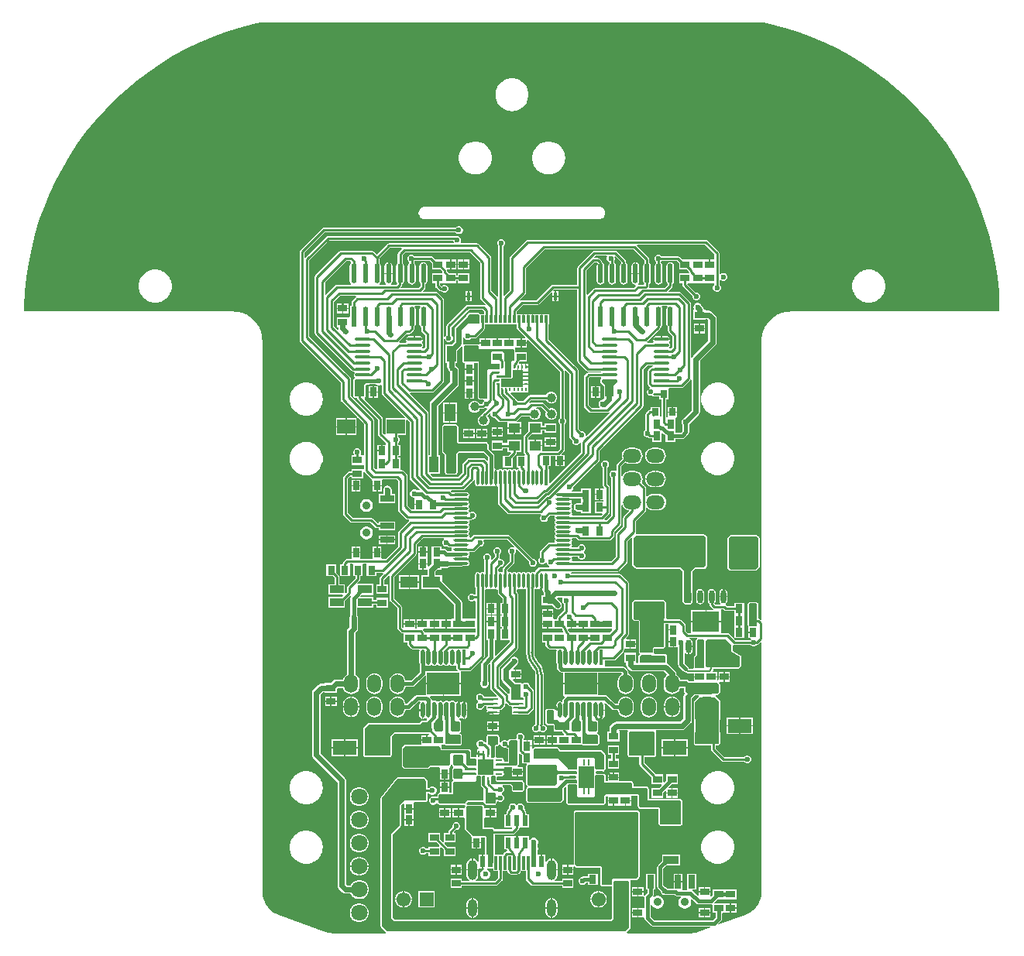
<source format=gtl>
G04*
G04 #@! TF.GenerationSoftware,Altium Limited,Altium Designer,22.6.1 (34)*
G04*
G04 Layer_Physical_Order=1*
G04 Layer_Color=255*
%FSLAX44Y44*%
%MOMM*%
G71*
G04*
G04 #@! TF.SameCoordinates,9900268D-5443-4670-A824-5D7C6AAB4451*
G04*
G04*
G04 #@! TF.FilePolarity,Positive*
G04*
G01*
G75*
%ADD12C,0.1300*%
%ADD13C,0.2500*%
%ADD14C,0.5000*%
%ADD16C,0.3000*%
%ADD17C,0.2000*%
%ADD19C,0.4000*%
%ADD24R,0.6000X1.2000*%
%ADD25R,0.3000X1.5000*%
%ADD26R,1.0000X0.8000*%
%ADD27R,1.3000X1.1000*%
%ADD28R,2.4000X3.0500*%
%ADD29R,0.8000X1.0000*%
%ADD30R,1.0000X1.7000*%
%ADD31R,1.7000X1.0000*%
%ADD32R,2.0000X1.6000*%
%ADD33R,0.3556X0.8382*%
%ADD34R,0.2300X0.3500*%
%ADD35R,0.3500X0.2300*%
%ADD36O,0.2500X0.8000*%
%ADD37O,0.8000X0.2500*%
%ADD38R,1.6800X1.6800*%
G04:AMPARAMS|DCode=39|XSize=1.6554mm|YSize=0.3808mm|CornerRadius=0.1904mm|HoleSize=0mm|Usage=FLASHONLY|Rotation=180.000|XOffset=0mm|YOffset=0mm|HoleType=Round|Shape=RoundedRectangle|*
%AMROUNDEDRECTD39*
21,1,1.6554,0.0000,0,0,180.0*
21,1,1.2747,0.3808,0,0,180.0*
1,1,0.3808,-0.6373,0.0000*
1,1,0.3808,0.6373,0.0000*
1,1,0.3808,0.6373,0.0000*
1,1,0.3808,-0.6373,0.0000*
%
%ADD39ROUNDEDRECTD39*%
%ADD40R,1.6554X0.3808*%
%ADD41R,3.0000X2.2000*%
%ADD42O,0.6000X1.4500*%
%ADD43R,1.7500X0.9500*%
%ADD44R,6.6000X5.6000*%
G04:AMPARAMS|DCode=45|XSize=0.3mm|YSize=1.6552mm|CornerRadius=0.15mm|HoleSize=0mm|Usage=FLASHONLY|Rotation=270.000|XOffset=0mm|YOffset=0mm|HoleType=Round|Shape=RoundedRectangle|*
%AMROUNDEDRECTD45*
21,1,0.3000,1.3552,0,0,270.0*
21,1,0.0000,1.6552,0,0,270.0*
1,1,0.3000,-0.6776,0.0000*
1,1,0.3000,-0.6776,0.0000*
1,1,0.3000,0.6776,0.0000*
1,1,0.3000,0.6776,0.0000*
%
%ADD45ROUNDEDRECTD45*%
G04:AMPARAMS|DCode=46|XSize=1.6552mm|YSize=0.3mm|CornerRadius=0.15mm|HoleSize=0mm|Usage=FLASHONLY|Rotation=270.000|XOffset=0mm|YOffset=0mm|HoleType=Round|Shape=RoundedRectangle|*
%AMROUNDEDRECTD46*
21,1,1.6552,0.0000,0,0,270.0*
21,1,1.3552,0.3000,0,0,270.0*
1,1,0.3000,0.0000,-0.6776*
1,1,0.3000,0.0000,0.6776*
1,1,0.3000,0.0000,0.6776*
1,1,0.3000,0.0000,-0.6776*
%
%ADD46ROUNDEDRECTD46*%
%ADD47R,0.3000X1.6552*%
%ADD48R,0.4500X1.6554*%
G04:AMPARAMS|DCode=49|XSize=1.6554mm|YSize=0.45mm|CornerRadius=0.225mm|HoleSize=0mm|Usage=FLASHONLY|Rotation=270.000|XOffset=0mm|YOffset=0mm|HoleType=Round|Shape=RoundedRectangle|*
%AMROUNDEDRECTD49*
21,1,1.6554,0.0000,0,0,270.0*
21,1,1.2054,0.4500,0,0,270.0*
1,1,0.4500,0.0000,-0.6027*
1,1,0.4500,0.0000,0.6027*
1,1,0.4500,0.0000,0.6027*
1,1,0.4500,0.0000,-0.6027*
%
%ADD49ROUNDEDRECTD49*%
G04:AMPARAMS|DCode=50|XSize=1.1603mm|YSize=0.2368mm|CornerRadius=0.1184mm|HoleSize=0mm|Usage=FLASHONLY|Rotation=0.000|XOffset=0mm|YOffset=0mm|HoleType=Round|Shape=RoundedRectangle|*
%AMROUNDEDRECTD50*
21,1,1.1603,0.0000,0,0,0.0*
21,1,0.9235,0.2368,0,0,0.0*
1,1,0.2368,0.4618,0.0000*
1,1,0.2368,-0.4618,0.0000*
1,1,0.2368,-0.4618,0.0000*
1,1,0.2368,0.4618,0.0000*
%
%ADD50ROUNDEDRECTD50*%
%ADD51R,1.1603X0.2368*%
G04:AMPARAMS|DCode=52|XSize=2.1741mm|YSize=0.5834mm|CornerRadius=0.2917mm|HoleSize=0mm|Usage=FLASHONLY|Rotation=90.000|XOffset=0mm|YOffset=0mm|HoleType=Round|Shape=RoundedRectangle|*
%AMROUNDEDRECTD52*
21,1,2.1741,0.0000,0,0,90.0*
21,1,1.5907,0.5834,0,0,90.0*
1,1,0.5834,0.0000,0.7953*
1,1,0.5834,0.0000,-0.7953*
1,1,0.5834,0.0000,-0.7953*
1,1,0.5834,0.0000,0.7953*
%
%ADD52ROUNDEDRECTD52*%
%ADD53R,0.5834X2.1741*%
%ADD54R,1.9500X1.2500*%
%ADD55R,1.2500X1.9500*%
%ADD56R,2.6000X1.6000*%
%ADD57R,3.1000X1.3000*%
%ADD58R,0.7000X1.5000*%
%ADD59R,1.0000X0.8000*%
%ADD60R,1.0000X0.7000*%
%ADD61R,1.5000X0.7000*%
%ADD62R,0.8000X1.0000*%
%ADD63R,0.7000X1.0000*%
%ADD65R,2.2500X2.0500*%
%ADD66R,0.8000X0.9000*%
%ADD67C,0.2000*%
%ADD68R,3.2000X1.7200*%
%ADD69R,1.5000X0.9000*%
%ADD91R,3.5500X2.4600*%
%ADD106C,1.5500*%
%ADD107R,1.5500X1.5500*%
%ADD108C,0.9000*%
%ADD112C,0.2542*%
%ADD113R,0.4064X0.8382*%
%ADD114C,1.0000*%
G04:AMPARAMS|DCode=115|XSize=1.65mm|YSize=2.4mm|CornerRadius=0.0495mm|HoleSize=0mm|Usage=FLASHONLY|Rotation=0.000|XOffset=0mm|YOffset=0mm|HoleType=Round|Shape=RoundedRectangle|*
%AMROUNDEDRECTD115*
21,1,1.6500,2.3010,0,0,0.0*
21,1,1.5510,2.4000,0,0,0.0*
1,1,0.0990,0.7755,-1.1505*
1,1,0.0990,-0.7755,-1.1505*
1,1,0.0990,-0.7755,1.1505*
1,1,0.0990,0.7755,1.1505*
%
%ADD115ROUNDEDRECTD115*%
G04:AMPARAMS|DCode=116|XSize=0.28mm|YSize=0.85mm|CornerRadius=0.0504mm|HoleSize=0mm|Usage=FLASHONLY|Rotation=90.000|XOffset=0mm|YOffset=0mm|HoleType=Round|Shape=RoundedRectangle|*
%AMROUNDEDRECTD116*
21,1,0.2800,0.7492,0,0,90.0*
21,1,0.1792,0.8500,0,0,90.0*
1,1,0.1008,0.3746,0.0896*
1,1,0.1008,0.3746,-0.0896*
1,1,0.1008,-0.3746,-0.0896*
1,1,0.1008,-0.3746,0.0896*
%
%ADD116ROUNDEDRECTD116*%
%ADD117C,0.6000*%
%ADD118R,0.2800X0.7000*%
%ADD119C,0.6000*%
%ADD120O,1.0000X2.2000*%
%ADD121O,1.0000X1.9000*%
%ADD122C,1.8000*%
%ADD123O,1.5000X2.0000*%
%ADD124O,2.0000X1.5000*%
G36*
X917333Y996383D02*
X932659Y992390D01*
X947771Y987655D01*
X962635Y982189D01*
X977215Y976006D01*
X991477Y969119D01*
X1005385Y961546D01*
X1018908Y953305D01*
X1032015Y944414D01*
X1044672Y934895D01*
X1056851Y924772D01*
X1068521Y914067D01*
X1079657Y902805D01*
X1090230Y891015D01*
X1100217Y878724D01*
X1109593Y865961D01*
X1118336Y852756D01*
X1126426Y839140D01*
X1133842Y825148D01*
X1140568Y810810D01*
X1146588Y796161D01*
X1151886Y781237D01*
X1156452Y766072D01*
X1160273Y750703D01*
X1163341Y735166D01*
X1165648Y719499D01*
X1167189Y703737D01*
X1167961Y687918D01*
X1167961Y682039D01*
X940000D01*
X939967Y682032D01*
X939933Y682038D01*
X937971Y681974D01*
X937873Y681951D01*
X937772Y681957D01*
X933881Y681445D01*
X933754Y681402D01*
X933620Y681393D01*
X929829Y680377D01*
X929708Y680318D01*
X929576Y680292D01*
X925951Y678790D01*
X925839Y678715D01*
X925712Y678672D01*
X922313Y676710D01*
X922212Y676621D01*
X922092Y676562D01*
X918978Y674173D01*
X918890Y674072D01*
X918778Y673997D01*
X916003Y671222D01*
X915928Y671110D01*
X915827Y671022D01*
X913438Y667908D01*
X913379Y667788D01*
X913290Y667687D01*
X911328Y664288D01*
X911285Y664161D01*
X911210Y664049D01*
X909708Y660424D01*
X909682Y660292D01*
X909622Y660171D01*
X908607Y656380D01*
X908598Y656246D01*
X908555Y656119D01*
X908043Y652228D01*
X908049Y652127D01*
X908026Y652029D01*
X907962Y650067D01*
X907968Y650033D01*
X907961Y650000D01*
X907961Y345371D01*
X906760Y344874D01*
X905817Y345817D01*
X904983Y346374D01*
X904375Y346495D01*
Y362000D01*
X904375Y362000D01*
X903972Y362972D01*
X903972Y362972D01*
X903770Y363174D01*
Y363270D01*
X903674D01*
X902972Y363972D01*
X902000Y364375D01*
X902000Y364375D01*
X895000D01*
X895000Y364375D01*
X894028Y363972D01*
X894028Y363972D01*
X893326Y363270D01*
X893230D01*
Y363174D01*
X893028Y362972D01*
X892625Y362000D01*
X892625Y362000D01*
Y339000D01*
X892625Y339000D01*
X892842Y338476D01*
X893230Y337270D01*
X893230Y337270D01*
X893230Y337270D01*
Y331635D01*
X898500D01*
Y330365D01*
X893230D01*
Y324730D01*
X895993D01*
X896206Y324328D01*
X896373Y323521D01*
X895524Y322569D01*
X879064D01*
X878185Y323449D01*
X878742Y324730D01*
X888770D01*
Y337270D01*
X888770D01*
X888770Y337730D01*
X888770D01*
Y350270D01*
X888770D01*
Y350730D01*
X888770D01*
Y363270D01*
X878230D01*
Y359569D01*
X870064D01*
X868817Y360817D01*
X868568Y360983D01*
X868493Y362497D01*
X869128Y362921D01*
X870072Y364334D01*
X870404Y366000D01*
Y369615D01*
X866050D01*
X861696D01*
Y366000D01*
X862028Y364334D01*
X862971Y362921D01*
X863050Y362869D01*
X862655Y361569D01*
X857064D01*
X856936Y361697D01*
X856429Y362921D01*
X857372Y364334D01*
X857704Y366000D01*
Y374500D01*
X857372Y376166D01*
X856429Y377579D01*
X855016Y378522D01*
X853350Y378854D01*
X851684Y378522D01*
X850272Y377579D01*
X849328Y376166D01*
X848996Y374500D01*
Y366000D01*
X849328Y364334D01*
X850272Y362921D01*
X850879Y362516D01*
Y361552D01*
X851074Y360569D01*
X851631Y359735D01*
X854183Y357183D01*
X855017Y356626D01*
X855299Y356570D01*
X855171Y355270D01*
X847635D01*
Y343635D01*
X863270D01*
Y355131D01*
X863270Y355270D01*
X863606Y356431D01*
X865936D01*
X867183Y355183D01*
X868017Y354626D01*
X869000Y354431D01*
X878230D01*
Y350730D01*
X878230D01*
Y350270D01*
X878230D01*
Y337730D01*
X878230D01*
X878230Y337270D01*
X878230D01*
Y325242D01*
X876949Y324685D01*
X871817Y329817D01*
X870983Y330374D01*
X870000Y330569D01*
X864503D01*
X863270Y330730D01*
X863270Y331869D01*
Y342365D01*
X847000D01*
X830730D01*
Y331869D01*
X830730Y330730D01*
X829497Y330569D01*
X827064D01*
X824569Y333064D01*
Y339000D01*
X824374Y339983D01*
X823817Y340817D01*
X819817Y344817D01*
X818983Y345374D01*
X818000Y345569D01*
X804189D01*
X803321Y346869D01*
X803375Y347000D01*
X803375Y347000D01*
Y364000D01*
X803375Y364000D01*
X802972Y364972D01*
X802972Y364972D01*
X801972Y365972D01*
X801000Y366375D01*
X801000Y366375D01*
X769000D01*
X769000Y366375D01*
X768028Y365972D01*
X767028Y364972D01*
X766625Y364000D01*
X766625Y364000D01*
Y346000D01*
X766625Y346000D01*
X767028Y345028D01*
X767028Y345028D01*
X768028Y344028D01*
X769000Y343625D01*
X769000Y343625D01*
X773431D01*
X773625Y343431D01*
Y310000D01*
X773625Y310000D01*
X774028Y309028D01*
X774028Y309028D01*
X774604Y308452D01*
X774793Y307460D01*
X774531Y306827D01*
X773852Y306148D01*
X773376Y305000D01*
Y299000D01*
X773423Y298888D01*
X772554Y297588D01*
X771879D01*
X770750Y298000D01*
Y309000D01*
X757750D01*
Y298000D01*
X759662D01*
Y295750D01*
X760011Y293994D01*
X761006Y292506D01*
X763756Y289756D01*
X765244Y288761D01*
X767000Y288412D01*
X801099D01*
X804022Y285489D01*
X803937Y284192D01*
X803581Y283919D01*
X802139Y282039D01*
X801232Y279849D01*
X800922Y277500D01*
Y272500D01*
X801232Y270151D01*
X802139Y267961D01*
X803581Y266081D01*
X805461Y264639D01*
X807651Y263732D01*
X810000Y263422D01*
X812349Y263732D01*
X814539Y264639D01*
X816419Y266081D01*
X817861Y267961D01*
X818768Y270151D01*
X818803Y270412D01*
X823100D01*
X823376Y270135D01*
Y266000D01*
X823852Y264852D01*
X824108Y264596D01*
X823756Y264244D01*
X822761Y262756D01*
X822412Y261000D01*
Y236901D01*
X819100Y233588D01*
X749000D01*
X747244Y233239D01*
X745756Y232244D01*
X742756Y229244D01*
X741761Y227756D01*
X741412Y226000D01*
Y223000D01*
X739500D01*
Y212000D01*
X752500D01*
Y223000D01*
X752500D01*
X752005Y224300D01*
X752095Y224412D01*
X761277D01*
X761852Y223148D01*
X761376Y222000D01*
Y197000D01*
X761852Y195852D01*
X762852Y194852D01*
X764000Y194376D01*
X774196D01*
Y187500D01*
X774410Y186427D01*
X775017Y185517D01*
X787486Y173048D01*
X787500Y172979D01*
Y165000D01*
X798086D01*
X798584Y163799D01*
X795555Y160770D01*
X787730D01*
Y150230D01*
X800270D01*
Y156055D01*
X802529Y158314D01*
X803730Y157816D01*
Y156135D01*
X809365D01*
Y160770D01*
X806684D01*
X806186Y161971D01*
X809358Y165142D01*
X809416Y165230D01*
X816270D01*
Y175770D01*
X803730D01*
Y168945D01*
X801701Y166916D01*
X800500Y167414D01*
Y176000D01*
X792388D01*
X792233Y176233D01*
X779804Y188661D01*
Y194376D01*
X790000D01*
X791148Y194852D01*
X792148Y195852D01*
X792624Y197000D01*
Y222000D01*
X792148Y223148D01*
X792723Y224412D01*
X821000D01*
X822756Y224761D01*
X824244Y225756D01*
X830244Y231756D01*
X831239Y233244D01*
X831588Y235000D01*
Y259100D01*
X834865Y262376D01*
X839021D01*
X839280Y261076D01*
X839028Y260972D01*
X839028Y260972D01*
X834028Y255972D01*
X834028Y255972D01*
X833625Y255000D01*
X833625Y255000D01*
Y236000D01*
X833730Y235747D01*
Y222253D01*
X833625Y222000D01*
Y210000D01*
X834028Y209028D01*
X834028Y209028D01*
X835028Y208028D01*
X835028Y208028D01*
X836000Y207625D01*
X836000Y207625D01*
X852431D01*
Y203000D01*
X852626Y202017D01*
X853183Y201183D01*
X864183Y190183D01*
X865017Y189626D01*
X866000Y189431D01*
X888531D01*
X889581Y188380D01*
X891151Y187730D01*
X892849D01*
X894419Y188380D01*
X895620Y189581D01*
X896270Y191151D01*
Y192849D01*
X895620Y194419D01*
X894419Y195620D01*
X892849Y196270D01*
X891151D01*
X889581Y195620D01*
X888531Y194569D01*
X867064D01*
X857569Y204064D01*
Y207625D01*
X860000D01*
X860000Y207625D01*
X860972Y208028D01*
X861972Y209028D01*
X862375Y210000D01*
X862375Y210000D01*
Y222000D01*
X862270Y222253D01*
Y235747D01*
X862375Y236000D01*
Y256000D01*
X861972Y256972D01*
X857972Y260972D01*
Y260972D01*
X857486Y261173D01*
X857979Y262376D01*
X859000D01*
X860148Y262852D01*
X862148Y264852D01*
X862624Y266000D01*
Y274000D01*
X862148Y275148D01*
X861366Y275930D01*
X861905Y277230D01*
X866365D01*
Y281865D01*
X860730D01*
Y279560D01*
X859430Y278793D01*
X859270Y278881D01*
Y281865D01*
X853000D01*
Y283135D01*
X859270D01*
Y287770D01*
X855073D01*
X854576Y288971D01*
X854802Y289198D01*
X855355Y290025D01*
X855549Y291000D01*
Y291376D01*
X882000Y291376D01*
X883148Y291852D01*
X885148Y293852D01*
X885624Y295000D01*
Y304659D01*
X885543Y304853D01*
X885573Y305060D01*
X885314Y305407D01*
X885148Y305807D01*
X884954Y305887D01*
X884829Y306055D01*
X876624Y310924D01*
Y316444D01*
X877615Y317384D01*
X877825Y317465D01*
X878000Y317431D01*
X895531D01*
X896581Y316380D01*
X898151Y315730D01*
X899849D01*
X901419Y316380D01*
X902469Y317431D01*
X902750D01*
X903733Y317626D01*
X904567Y318183D01*
X906760Y320376D01*
X907961Y319879D01*
X907961Y48304D01*
X907961Y46165D01*
X907310Y41936D01*
X906023Y37856D01*
X904131Y34019D01*
X901677Y30514D01*
X898719Y27423D01*
X895324Y24819D01*
X891573Y22761D01*
X889563Y22029D01*
X889563Y22029D01*
X861225Y11715D01*
X860526Y12811D01*
X863357Y15642D01*
X864080Y16724D01*
X864334Y18000D01*
Y23311D01*
X865253Y24230D01*
X867270Y24230D01*
X868570Y24230D01*
X873365D01*
Y29500D01*
Y34770D01*
X868570D01*
X867730Y34770D01*
X866430Y34770D01*
X856684D01*
X856186Y35971D01*
X859445Y39230D01*
X867270D01*
Y39230D01*
X867730D01*
Y39230D01*
X880270D01*
Y49770D01*
X867730D01*
Y49770D01*
X867270D01*
Y49770D01*
X854730D01*
Y43945D01*
X852755Y41970D01*
X851770Y42824D01*
Y46865D01*
X839230D01*
Y43323D01*
X837930Y42785D01*
X832357Y48358D01*
X832249Y48430D01*
X832643Y49730D01*
X836270D01*
Y67270D01*
X826730D01*
Y50634D01*
X826730Y49730D01*
X825594Y49334D01*
X822406D01*
X821270Y49730D01*
Y57865D01*
X811730D01*
Y51064D01*
X804975D01*
X804419Y51620D01*
X802849Y52270D01*
X802445D01*
X800334Y54381D01*
Y72819D01*
X803695Y76180D01*
X819020D01*
Y88220D01*
X798980D01*
Y80895D01*
X794642Y76557D01*
X793920Y75476D01*
X793666Y74200D01*
Y53000D01*
X793920Y51724D01*
X794642Y50642D01*
X797730Y47555D01*
Y47151D01*
X798380Y45581D01*
X799581Y44380D01*
X801151Y43730D01*
X802849D01*
X804419Y44380D01*
X804435Y44396D01*
X811889D01*
X812643Y43643D01*
X813724Y42920D01*
X815000Y42666D01*
X819005D01*
X819216Y42343D01*
X819466Y41366D01*
X818399Y40298D01*
X817477Y38702D01*
X817000Y36922D01*
Y35078D01*
X817477Y33298D01*
X818399Y31702D01*
X819702Y30399D01*
X821298Y29477D01*
X823078Y29000D01*
X824922D01*
X826702Y29477D01*
X828298Y30399D01*
X829601Y31702D01*
X830523Y33298D01*
X831000Y35078D01*
Y36922D01*
X830523Y38702D01*
X830220Y39226D01*
X831261Y40024D01*
X836643Y34643D01*
X837724Y33920D01*
X839000Y33666D01*
X852500D01*
X853430Y33851D01*
X854730Y33113D01*
Y24230D01*
X857666D01*
Y19381D01*
X854619Y16334D01*
X790381D01*
X786334Y20381D01*
Y32778D01*
X787634Y33026D01*
X788399Y31702D01*
X789702Y30399D01*
X791298Y29477D01*
X793078Y29000D01*
X794922D01*
X796702Y29477D01*
X798298Y30399D01*
X799601Y31702D01*
X800523Y33298D01*
X801000Y35078D01*
Y36922D01*
X800523Y38702D01*
X799601Y40298D01*
X798298Y41601D01*
X796702Y42523D01*
X794922Y43000D01*
X793078D01*
X791298Y42523D01*
X790012Y41781D01*
X789100Y42755D01*
X789580Y43474D01*
X789834Y44750D01*
Y49730D01*
X791270D01*
Y67270D01*
X781730D01*
Y49730D01*
X783166D01*
Y46131D01*
X780720Y43685D01*
X780642Y43608D01*
X779939Y42766D01*
X778770Y42967D01*
X778770Y42967D01*
X778770Y43413D01*
X778770Y43413D01*
X778770Y43433D01*
Y46865D01*
X773135D01*
Y42230D01*
X777775Y42230D01*
X777802D01*
X777802D01*
X778535Y42230D01*
X779415Y41518D01*
Y41518D01*
X779415Y41518D01*
X779666Y40316D01*
Y30199D01*
X778770Y29270D01*
X778366Y29270D01*
X773135D01*
Y24500D01*
Y19730D01*
X778597Y19730D01*
X779190Y19325D01*
X779699Y18834D01*
X779920Y17724D01*
X780642Y16643D01*
X786643Y10642D01*
X787724Y9920D01*
X789000Y9666D01*
X851852D01*
X852078Y8386D01*
X838126Y3308D01*
X835768Y2676D01*
X833363Y2252D01*
X830931Y2039D01*
X761174D01*
X760635Y3339D01*
X764148Y6852D01*
X764624Y8000D01*
X764624Y31000D01*
Y58000D01*
X764148Y59148D01*
X764758Y60376D01*
X771000D01*
X772148Y60852D01*
X774148Y62852D01*
X774624Y64000D01*
Y134000D01*
X774148Y135148D01*
X773148Y136148D01*
X772000Y136624D01*
X705000D01*
X703852Y136148D01*
X702852Y135148D01*
X702376Y134000D01*
Y78026D01*
X702288Y76983D01*
X701172Y76770D01*
X696635D01*
Y72135D01*
X702270D01*
Y74595D01*
X703570Y75134D01*
X704852Y73852D01*
X706000Y73376D01*
X731328D01*
X731376Y73327D01*
Y55000D01*
X731852Y53852D01*
X733000Y53376D01*
X744000D01*
X744376Y53125D01*
Y33000D01*
Y18672D01*
X742327Y16624D01*
X506771D01*
X504361Y19578D01*
Y110064D01*
X513148Y118852D01*
X513624Y120000D01*
Y141327D01*
X515930Y143634D01*
X517230Y143095D01*
Y138635D01*
X522500D01*
X527770D01*
Y144076D01*
X527770Y144270D01*
X528237Y145376D01*
X541000D01*
X542148Y145852D01*
X542624Y147000D01*
Y155196D01*
X544440D01*
X545451Y154185D01*
X547105Y153500D01*
X548895D01*
X550549Y154185D01*
X551815Y155451D01*
X552500Y157105D01*
Y158895D01*
X551815Y160549D01*
X550549Y161815D01*
X548895Y162500D01*
X547105D01*
X545451Y161815D01*
X544440Y160804D01*
X542624D01*
Y168000D01*
X542443Y168437D01*
X542351Y168901D01*
X540351Y171901D01*
X540212Y171994D01*
X540148Y172148D01*
X539711Y172329D01*
X539318Y172592D01*
X539154Y172560D01*
X539000Y172624D01*
X510000D01*
X509912Y172587D01*
X509821Y172614D01*
X509349Y172354D01*
X508852Y172148D01*
X508815Y172060D01*
X508732Y172014D01*
X491732Y150764D01*
X491582Y150247D01*
X491376Y149750D01*
X491376Y10000D01*
X491852Y8852D01*
X497365Y3339D01*
X496826Y2039D01*
X440290D01*
X439069Y2039D01*
X436637Y2252D01*
X434232Y2676D01*
X431874Y3308D01*
X430727Y3725D01*
X380437Y22029D01*
X380437Y22029D01*
X378427Y22761D01*
X374676Y24819D01*
X371281Y27423D01*
X368323Y30514D01*
X365869Y34019D01*
X363976Y37856D01*
X362690Y41936D01*
X362039Y46165D01*
Y48304D01*
X362039Y650000D01*
X362032Y650033D01*
X362038Y650067D01*
X361974Y652029D01*
X361951Y652127D01*
X361957Y652228D01*
X361445Y656119D01*
X361402Y656246D01*
X361393Y656380D01*
X360377Y660171D01*
X360318Y660292D01*
X360292Y660424D01*
X358790Y664049D01*
X358715Y664161D01*
X358672Y664288D01*
X356710Y667687D01*
X356621Y667788D01*
X356562Y667908D01*
X354173Y671022D01*
X354072Y671110D01*
X353997Y671222D01*
X351222Y673997D01*
X351110Y674072D01*
X351022Y674173D01*
X347908Y676562D01*
X347788Y676621D01*
X347687Y676710D01*
X344288Y678672D01*
X344161Y678715D01*
X344049Y678790D01*
X340424Y680292D01*
X340291Y680318D01*
X340171Y680377D01*
X336381Y681393D01*
X336246Y681402D01*
X336119Y681445D01*
X332228Y681957D01*
X332127Y681951D01*
X332029Y681974D01*
X330067Y682038D01*
X330033Y682032D01*
X330000Y682039D01*
X102039Y682039D01*
X102039Y687918D01*
X102811Y703737D01*
X104352Y719499D01*
X106659Y735166D01*
X109727Y750703D01*
X113548Y766072D01*
X118113Y781237D01*
X123412Y796161D01*
X129432Y810810D01*
X136158Y825147D01*
X143574Y839141D01*
X151664Y852756D01*
X160407Y865961D01*
X169783Y878724D01*
X179769Y891015D01*
X190343Y902805D01*
X201478Y914066D01*
X213150Y924772D01*
X225328Y934895D01*
X237985Y944414D01*
X251091Y953305D01*
X264614Y961546D01*
X278523Y969119D01*
X292785Y976005D01*
X307365Y982189D01*
X322229Y987655D01*
X337342Y992390D01*
X352667Y996383D01*
X360211Y997961D01*
X909789Y997961D01*
X917333Y996383D01*
D02*
G37*
G36*
X903000Y362000D02*
Y339000D01*
X902000Y338000D01*
X895000D01*
X894000Y339000D01*
Y362000D01*
X895000Y363000D01*
X902000D01*
X903000Y362000D01*
D02*
G37*
G36*
X806230Y340270D02*
X806230Y339131D01*
Y334635D01*
X811500D01*
Y333365D01*
X806230D01*
Y328570D01*
X806230Y327730D01*
X806230Y326430D01*
Y321635D01*
X811500D01*
Y321000D01*
X812135D01*
Y314730D01*
X816431D01*
Y296000D01*
X816703Y294634D01*
X817477Y293477D01*
X822477Y288477D01*
X823634Y287703D01*
X824955Y287440D01*
X825178Y287218D01*
X826004Y286665D01*
X826980Y286471D01*
X833730D01*
Y283135D01*
X840000D01*
Y281865D01*
X833730D01*
Y277624D01*
X828865D01*
X828244Y278244D01*
X826756Y279239D01*
X825000Y279588D01*
X818803D01*
X818768Y279849D01*
X817861Y282039D01*
X816419Y283919D01*
X814588Y285324D01*
Y286000D01*
X814239Y287756D01*
X813244Y289244D01*
X806244Y296244D01*
X805099Y297010D01*
X804731Y297335D01*
X804448Y298441D01*
X804467Y298622D01*
X804624Y299000D01*
X804623Y305000D01*
X804148Y306148D01*
X803148Y307148D01*
X802000Y307624D01*
X790406Y307624D01*
X789868Y308924D01*
X789972Y309028D01*
X790375Y310000D01*
X790375Y310000D01*
Y313431D01*
X790569Y313625D01*
X800000D01*
X800000Y313625D01*
X800972Y314028D01*
X800972Y314028D01*
X801674Y314730D01*
X801770D01*
Y314826D01*
X801972Y315028D01*
X802375Y316000D01*
X802375Y316000D01*
Y340431D01*
X804996D01*
X806230Y340270D01*
D02*
G37*
G36*
X802000Y364000D02*
Y347000D01*
X801000Y346000D01*
Y316000D01*
X800000Y315000D01*
X790000D01*
X789000Y314000D01*
Y310000D01*
X788000Y309000D01*
X776000D01*
X775000Y310000D01*
Y344000D01*
X774000Y345000D01*
X769000D01*
X768000Y346000D01*
Y364000D01*
X769000Y365000D01*
X801000D01*
X802000Y364000D01*
D02*
G37*
G36*
X837411Y324131D02*
X837028Y323972D01*
Y323972D01*
X836028Y322972D01*
X835625Y322000D01*
X835625Y322000D01*
Y306569D01*
X834028Y304972D01*
X833625Y304000D01*
X833625Y304000D01*
Y293000D01*
X833625Y293000D01*
X833653Y292796D01*
X833363Y291994D01*
X832704Y291569D01*
X828455D01*
X828297Y292366D01*
X827523Y293523D01*
X823569Y297478D01*
Y308032D01*
X824869Y308426D01*
X824872Y308421D01*
X826284Y307478D01*
X827315Y307273D01*
Y315750D01*
X827950D01*
Y316385D01*
X832304D01*
Y320000D01*
X831972Y321666D01*
X831029Y323078D01*
X829616Y324022D01*
X829071Y324131D01*
X829199Y325431D01*
X837152D01*
X837411Y324131D01*
D02*
G37*
G36*
X802000Y306000D02*
X803000Y305000D01*
X803000Y299000D01*
X802000Y298000D01*
X776000Y298000D01*
X775000Y299000D01*
Y305000D01*
X776000Y306000D01*
X802000Y306000D01*
D02*
G37*
G36*
X875000Y317000D02*
Y310000D01*
X884000Y304659D01*
Y295000D01*
X882000Y293000D01*
X848000Y293000D01*
X847000Y294000D01*
X847000Y300000D01*
Y322000D01*
X848000Y323000D01*
X869000D01*
X875000Y317000D01*
D02*
G37*
G36*
X845000Y322000D02*
Y293000D01*
X844000Y292000D01*
X836000D01*
X835000Y293000D01*
Y304000D01*
X837000Y306000D01*
Y322000D01*
X838000Y323000D01*
X844000D01*
X845000Y322000D01*
D02*
G37*
G36*
X861000Y274000D02*
Y266000D01*
X859000Y264000D01*
X827000D01*
X825000Y266000D01*
Y274000D01*
X827000Y276000D01*
X859000D01*
X861000Y274000D01*
D02*
G37*
G36*
Y256000D02*
Y236000D01*
X835000D01*
Y255000D01*
X840000Y260000D01*
X857000D01*
X861000Y256000D01*
D02*
G37*
G36*
Y210000D02*
X860000Y209000D01*
X836000D01*
X835000Y210000D01*
Y222000D01*
X861000D01*
Y210000D01*
D02*
G37*
G36*
X791000Y222000D02*
Y197000D01*
X790000Y196000D01*
X764000D01*
X763000Y197000D01*
Y222000D01*
X764000Y223000D01*
X790000D01*
X791000Y222000D01*
D02*
G37*
G36*
X773000Y134000D02*
Y64000D01*
X771000Y62000D01*
X745000D01*
X744000Y61000D01*
Y55000D01*
X733000D01*
Y74000D01*
X732000Y75000D01*
X706000D01*
X704000Y77000D01*
Y134000D01*
X705000Y135000D01*
X772000D01*
X773000Y134000D01*
D02*
G37*
G36*
X541000Y168000D02*
Y147000D01*
X517000D01*
X512000Y142000D01*
Y120000D01*
X502737Y110737D01*
Y19000D01*
X506000Y15000D01*
X743000D01*
X746000Y18000D01*
Y31000D01*
Y54000D01*
Y58000D01*
X747000Y59000D01*
X762000D01*
X763000Y58000D01*
Y31000D01*
D01*
X763000Y8000D01*
X759000Y4000D01*
X499000Y4000D01*
X493000Y10000D01*
X493000Y149750D01*
X510000Y171000D01*
X539000D01*
X541000Y168000D01*
D02*
G37*
%LPC*%
G36*
X636576Y937321D02*
X633424D01*
X633227Y937282D01*
X633026D01*
X629935Y936667D01*
X629750Y936590D01*
X629553Y936551D01*
X626641Y935345D01*
X626474Y935233D01*
X626288Y935156D01*
X623668Y933406D01*
X623526Y933264D01*
X623359Y933152D01*
X621130Y930923D01*
X621018Y930756D01*
X620877Y930614D01*
X619126Y927994D01*
X619049Y927808D01*
X618937Y927641D01*
X617731Y924729D01*
X617692Y924532D01*
X617615Y924347D01*
X617000Y921256D01*
Y921055D01*
X616961Y920858D01*
Y917706D01*
X617000Y917509D01*
Y917308D01*
X617615Y914217D01*
X617692Y914032D01*
X617731Y913835D01*
X618937Y910923D01*
X619049Y910756D01*
X619126Y910570D01*
X620877Y907950D01*
X621018Y907808D01*
X621130Y907641D01*
X623359Y905412D01*
X623526Y905301D01*
X623668Y905158D01*
X626288Y903408D01*
X626474Y903331D01*
X626641Y903219D01*
X629553Y902013D01*
X629750Y901974D01*
X629935Y901897D01*
X633026Y901282D01*
X633227D01*
X633424Y901243D01*
X636576D01*
X636773Y901282D01*
X636974D01*
X640065Y901897D01*
X640250Y901974D01*
X640447Y902013D01*
X643359Y903219D01*
X643526Y903331D01*
X643712Y903408D01*
X646332Y905158D01*
X646474Y905301D01*
X646641Y905412D01*
X648870Y907641D01*
X648981Y907808D01*
X649124Y907950D01*
X650874Y910570D01*
X650951Y910756D01*
X651063Y910923D01*
X652269Y913835D01*
X652308Y914032D01*
X652385Y914217D01*
X653000Y917308D01*
Y917509D01*
X653039Y917706D01*
Y920858D01*
X653000Y921055D01*
Y921256D01*
X652385Y924347D01*
X652308Y924532D01*
X652269Y924729D01*
X651063Y927641D01*
X650951Y927808D01*
X650874Y927994D01*
X649124Y930614D01*
X648981Y930756D01*
X648870Y930923D01*
X646641Y933152D01*
X646474Y933264D01*
X646332Y933406D01*
X643712Y935156D01*
X643526Y935233D01*
X643359Y935345D01*
X640447Y936551D01*
X640250Y936590D01*
X640065Y936667D01*
X636974Y937282D01*
X636773D01*
X636576Y937321D01*
D02*
G37*
G36*
X676576Y868039D02*
X673424D01*
X673227Y868000D01*
X673026D01*
X669935Y867385D01*
X669750Y867308D01*
X669553Y867269D01*
X666641Y866063D01*
X666474Y865951D01*
X666288Y865874D01*
X663668Y864124D01*
X663526Y863981D01*
X663359Y863870D01*
X661130Y861641D01*
X661018Y861474D01*
X660876Y861332D01*
X659126Y858712D01*
X659049Y858526D01*
X658937Y858359D01*
X657731Y855447D01*
X657692Y855250D01*
X657615Y855065D01*
X657000Y851974D01*
Y851773D01*
X656961Y851576D01*
Y848424D01*
X657000Y848227D01*
Y848026D01*
X657615Y844935D01*
X657692Y844750D01*
X657731Y844553D01*
X658937Y841641D01*
X659049Y841474D01*
X659126Y841288D01*
X660876Y838668D01*
X661018Y838526D01*
X661130Y838359D01*
X663359Y836130D01*
X663526Y836018D01*
X663668Y835876D01*
X666288Y834126D01*
X666474Y834049D01*
X666641Y833937D01*
X669553Y832731D01*
X669750Y832692D01*
X669935Y832615D01*
X673026Y832000D01*
X673227D01*
X673424Y831961D01*
X676576D01*
X676773Y832000D01*
X676974D01*
X680065Y832615D01*
X680250Y832692D01*
X680447Y832731D01*
X683359Y833937D01*
X683526Y834049D01*
X683712Y834126D01*
X686332Y835876D01*
X686474Y836018D01*
X686641Y836130D01*
X688870Y838359D01*
X688981Y838526D01*
X689124Y838668D01*
X690874Y841288D01*
X690951Y841474D01*
X691063Y841641D01*
X692269Y844553D01*
X692308Y844750D01*
X692385Y844935D01*
X693000Y848026D01*
Y848227D01*
X693039Y848424D01*
Y851576D01*
X693000Y851773D01*
Y851974D01*
X692385Y855065D01*
X692308Y855250D01*
X692269Y855447D01*
X691063Y858359D01*
X690951Y858526D01*
X690874Y858712D01*
X689124Y861332D01*
X688981Y861474D01*
X688870Y861641D01*
X686641Y863870D01*
X686474Y863981D01*
X686332Y864124D01*
X683712Y865874D01*
X683526Y865951D01*
X683359Y866063D01*
X680447Y867269D01*
X680250Y867308D01*
X680065Y867385D01*
X676974Y868000D01*
X676773D01*
X676576Y868039D01*
D02*
G37*
G36*
X596576D02*
X593424D01*
X593227Y868000D01*
X593026D01*
X589935Y867385D01*
X589750Y867308D01*
X589553Y867269D01*
X586641Y866063D01*
X586474Y865951D01*
X586288Y865874D01*
X583668Y864124D01*
X583526Y863981D01*
X583359Y863870D01*
X581130Y861641D01*
X581018Y861474D01*
X580877Y861332D01*
X579126Y858712D01*
X579049Y858526D01*
X578937Y858359D01*
X577731Y855447D01*
X577692Y855250D01*
X577615Y855065D01*
X577000Y851974D01*
Y851773D01*
X576961Y851576D01*
Y848424D01*
X577000Y848227D01*
Y848026D01*
X577615Y844935D01*
X577692Y844750D01*
X577731Y844553D01*
X578937Y841641D01*
X579049Y841474D01*
X579126Y841288D01*
X580877Y838668D01*
X581018Y838526D01*
X581130Y838359D01*
X583359Y836130D01*
X583526Y836018D01*
X583668Y835876D01*
X586288Y834126D01*
X586474Y834049D01*
X586641Y833937D01*
X589553Y832731D01*
X589750Y832692D01*
X589935Y832615D01*
X593026Y832000D01*
X593227D01*
X593424Y831961D01*
X596576D01*
X596773Y832000D01*
X596974D01*
X600065Y832615D01*
X600250Y832692D01*
X600447Y832731D01*
X603359Y833937D01*
X603526Y834049D01*
X603712Y834126D01*
X606332Y835876D01*
X606474Y836018D01*
X606641Y836130D01*
X608870Y838359D01*
X608982Y838526D01*
X609123Y838668D01*
X610874Y841288D01*
X610951Y841474D01*
X611063Y841641D01*
X612269Y844553D01*
X612308Y844750D01*
X612385Y844935D01*
X613000Y848026D01*
Y848227D01*
X613039Y848424D01*
Y851576D01*
X613000Y851773D01*
Y851974D01*
X612385Y855065D01*
X612308Y855250D01*
X612269Y855447D01*
X611063Y858359D01*
X610951Y858526D01*
X610874Y858712D01*
X609123Y861332D01*
X608982Y861474D01*
X608870Y861641D01*
X606641Y863870D01*
X606474Y863981D01*
X606332Y864124D01*
X603712Y865874D01*
X603526Y865951D01*
X603359Y866063D01*
X600447Y867269D01*
X600250Y867308D01*
X600065Y867385D01*
X596974Y868000D01*
X596773D01*
X596576Y868039D01*
D02*
G37*
G36*
X730995Y797039D02*
X539005D01*
X538225Y796884D01*
X536387Y796123D01*
X535726Y795681D01*
X534319Y794274D01*
X533877Y793613D01*
X533116Y791775D01*
X532961Y790995D01*
Y789005D01*
X533116Y788225D01*
X533877Y786387D01*
X534319Y785726D01*
X535726Y784319D01*
X536387Y783877D01*
X538225Y783116D01*
X539005Y782961D01*
X730995D01*
X731775Y783116D01*
X733613Y783877D01*
X734274Y784319D01*
X735681Y785726D01*
X736123Y786387D01*
X736884Y788225D01*
X737039Y789005D01*
Y790995D01*
X736884Y791775D01*
X736123Y793613D01*
X735681Y794274D01*
X734274Y795681D01*
X733613Y796123D01*
X731775Y796884D01*
X730995Y797039D01*
D02*
G37*
G36*
X577849Y775270D02*
X576151D01*
X574581Y774620D01*
X573531Y773569D01*
X429000D01*
X428017Y773374D01*
X427183Y772817D01*
X403663Y749297D01*
X403106Y748463D01*
X402911Y747480D01*
Y650520D01*
X403106Y649537D01*
X403663Y648703D01*
X447931Y604436D01*
Y585500D01*
X448126Y584517D01*
X448683Y583683D01*
X466169Y566198D01*
X465258Y565270D01*
X463975Y565270D01*
X454635D01*
Y556635D01*
X465270D01*
Y563970D01*
X465270Y565258D01*
X466198Y566169D01*
X473431Y558936D01*
Y525107D01*
X472270Y524770D01*
X472131Y524770D01*
X470507D01*
X469822Y526070D01*
X470270Y527151D01*
Y528849D01*
X469620Y530419D01*
X468419Y531620D01*
X466849Y532270D01*
X465151D01*
X463581Y531620D01*
X462380Y530419D01*
X461730Y528849D01*
Y527151D01*
X462178Y526070D01*
X461493Y524770D01*
X459730D01*
Y514230D01*
X472131D01*
X472270Y514230D01*
X473431Y513894D01*
Y510107D01*
X472270Y509770D01*
X472131Y509770D01*
X459730D01*
Y507069D01*
X457500D01*
X456517Y506874D01*
X455683Y506317D01*
X451183Y501817D01*
X450626Y500983D01*
X450431Y500000D01*
Y461000D01*
X450626Y460017D01*
X451183Y459183D01*
X458183Y452183D01*
X459017Y451626D01*
X460000Y451431D01*
X479936D01*
X485683Y445683D01*
X486517Y445126D01*
X487500Y444931D01*
X489730D01*
Y442730D01*
X507270D01*
Y452270D01*
X489730D01*
Y450393D01*
X488430Y450204D01*
X482817Y455817D01*
X481983Y456374D01*
X481000Y456569D01*
X461064D01*
X455569Y462064D01*
Y498936D01*
X458430Y501796D01*
X459730Y501606D01*
Y499230D01*
X472270D01*
Y507171D01*
X473570Y507299D01*
X473626Y507017D01*
X474183Y506183D01*
X481183Y499183D01*
X481688Y498846D01*
X482126Y497976D01*
X482230Y497359D01*
Y492135D01*
X487500D01*
Y491500D01*
D01*
Y492135D01*
X492770D01*
Y497131D01*
X492770Y497770D01*
X493796Y498431D01*
X508936D01*
X510431Y496936D01*
Y465000D01*
X510626Y464017D01*
X511183Y463183D01*
X519183Y455183D01*
X520017Y454626D01*
X521000Y454431D01*
X522010D01*
X522346Y453874D01*
X522497Y453131D01*
X511183Y441817D01*
X510626Y440983D01*
X510431Y440000D01*
Y425064D01*
X496936Y411569D01*
X493296D01*
X492270Y412230D01*
X492270Y412869D01*
Y417865D01*
X487500D01*
X482730D01*
Y412869D01*
X482730Y412230D01*
X481704Y411569D01*
X470296D01*
X469270Y412230D01*
X469270Y412869D01*
Y417865D01*
X464500D01*
X459730D01*
Y412869D01*
X459730Y412230D01*
X458704Y411569D01*
X455000D01*
X454017Y411374D01*
X453183Y410817D01*
X450683Y408317D01*
X450126Y407483D01*
X449931Y406500D01*
Y405270D01*
X447230D01*
Y392730D01*
X457770D01*
Y405270D01*
X457770D01*
X458106Y406431D01*
X460894D01*
X461230Y405270D01*
X461230Y405131D01*
Y392730D01*
X463931D01*
Y390564D01*
X455183Y381817D01*
X454626Y380983D01*
X454431Y380000D01*
Y375064D01*
X453471Y374105D01*
X452270Y374602D01*
Y383845D01*
X446069D01*
Y392000D01*
X445874Y392983D01*
X445317Y393817D01*
X442770Y396364D01*
Y405270D01*
X432230D01*
Y392730D01*
X439136D01*
X440931Y390936D01*
Y383845D01*
X434730D01*
Y372305D01*
X449973D01*
X450470Y371104D01*
X449111Y369744D01*
X446750D01*
X446502Y369695D01*
X434730D01*
Y358155D01*
X452270D01*
Y365636D01*
X458151Y371517D01*
X458278Y371644D01*
X459288Y370816D01*
X459174Y370646D01*
X458703Y369941D01*
X458431Y368575D01*
Y349795D01*
X458185Y349549D01*
X458012Y349132D01*
X457761Y348756D01*
X457673Y348313D01*
X457500Y347895D01*
Y347443D01*
X457412Y347000D01*
Y336900D01*
X455956Y335444D01*
X454961Y333956D01*
X454612Y332200D01*
Y285324D01*
X452781Y283919D01*
X451339Y282039D01*
X450432Y279849D01*
X450397Y279588D01*
X442500D01*
X440744Y279239D01*
X439256Y278244D01*
X437011Y276000D01*
X430500D01*
Y275088D01*
X426500D01*
X424744Y274739D01*
X423256Y273744D01*
X417756Y268244D01*
X416761Y266756D01*
X416412Y265000D01*
Y197000D01*
X416761Y195244D01*
X417756Y193756D01*
X444412Y167099D01*
Y54000D01*
X444761Y52244D01*
X445756Y50756D01*
X449756Y46756D01*
X451244Y45761D01*
X453000Y45412D01*
X458467D01*
X459598Y43453D01*
X461553Y41498D01*
X463947Y40116D01*
X466618Y39400D01*
X469382D01*
X472053Y40116D01*
X474447Y41498D01*
X476402Y43453D01*
X477784Y45847D01*
X478500Y48518D01*
Y51282D01*
X477784Y53953D01*
X476402Y56347D01*
X474447Y58302D01*
X472053Y59684D01*
X469382Y60400D01*
X466618D01*
X463947Y59684D01*
X461553Y58302D01*
X459598Y56347D01*
X458582Y54588D01*
X454901D01*
X453588Y55901D01*
Y169000D01*
X453239Y170756D01*
X452244Y172244D01*
X425588Y198901D01*
Y263099D01*
X428400Y265912D01*
X430500D01*
Y265000D01*
X443500D01*
Y269511D01*
X444400Y270412D01*
X450397D01*
X450432Y270151D01*
X451339Y267961D01*
X452781Y266081D01*
X454661Y264639D01*
X456851Y263732D01*
X459200Y263422D01*
X461549Y263732D01*
X463739Y264639D01*
X465619Y266081D01*
X467061Y267961D01*
X467968Y270151D01*
X468278Y272500D01*
Y277500D01*
X467968Y279849D01*
X467061Y282039D01*
X465619Y283919D01*
X463788Y285324D01*
Y330299D01*
X465244Y331756D01*
X466239Y333244D01*
X466588Y335000D01*
Y347000D01*
X466500Y347443D01*
Y347895D01*
X466327Y348313D01*
X466239Y348756D01*
X465988Y349132D01*
X465815Y349549D01*
X465569Y349795D01*
Y356897D01*
X465730Y358130D01*
X483270D01*
Y361331D01*
X486730D01*
Y358230D01*
X499270D01*
Y368770D01*
X486730D01*
Y366469D01*
X483270D01*
Y369670D01*
X469840D01*
X469343Y370871D01*
X470547Y372075D01*
X483500D01*
Y384075D01*
X466547D01*
X466009Y385375D01*
X468317Y387683D01*
X468874Y388517D01*
X469069Y389500D01*
Y392730D01*
X471770D01*
Y405131D01*
X471770Y405270D01*
X472106Y406431D01*
X475894D01*
X476230Y405270D01*
X476230D01*
Y392730D01*
X486770D01*
Y396431D01*
X493959D01*
X494045Y396339D01*
X494589Y395222D01*
X491183Y391817D01*
X490626Y390983D01*
X490431Y390000D01*
Y383770D01*
X486730D01*
Y373230D01*
X499270D01*
Y383770D01*
X495569D01*
Y388936D01*
X500222Y393589D01*
X501339Y393045D01*
X501431Y392958D01*
Y367000D01*
X501626Y366017D01*
X502183Y365183D01*
X509431Y357936D01*
Y336000D01*
X509626Y335017D01*
X510183Y334183D01*
X513183Y331183D01*
X514017Y330626D01*
X515000Y330431D01*
X516730D01*
Y320230D01*
X520431D01*
Y318750D01*
X520626Y317767D01*
X521183Y316933D01*
X524683Y313433D01*
X525517Y312876D01*
X526500Y312681D01*
X533226D01*
X533934Y311401D01*
X533661Y310027D01*
Y297973D01*
X533916Y296691D01*
Y287631D01*
X524619Y278334D01*
X518736D01*
X518544Y279790D01*
X517661Y281923D01*
X516255Y283755D01*
X514423Y285161D01*
X512289Y286044D01*
X510000Y286346D01*
X507711Y286044D01*
X505577Y285161D01*
X503745Y283755D01*
X502339Y281923D01*
X501456Y279790D01*
X501154Y277500D01*
Y272500D01*
X501456Y270211D01*
X502339Y268077D01*
X503745Y266245D01*
X505577Y264839D01*
X507711Y263956D01*
X510000Y263654D01*
X512289Y263956D01*
X514423Y264839D01*
X516255Y266245D01*
X517661Y268077D01*
X518544Y270211D01*
X518736Y271666D01*
X526000D01*
X527276Y271920D01*
X528358Y272642D01*
X539608Y283892D01*
X539680Y284001D01*
X540980Y283607D01*
Y275635D01*
X559365D01*
Y288570D01*
X540980D01*
X540584Y289706D01*
Y294291D01*
X541884Y294986D01*
X542377Y294657D01*
X543750Y294384D01*
X545123Y294657D01*
X546288Y295435D01*
X546350Y295528D01*
X547650D01*
X547712Y295435D01*
X548877Y294657D01*
X550250Y294384D01*
X551623Y294657D01*
X552788Y295435D01*
X552850Y295528D01*
X554150D01*
X554212Y295435D01*
X555377Y294657D01*
X556750Y294384D01*
X558123Y294657D01*
X559288Y295435D01*
X559350Y295528D01*
X560650D01*
X560712Y295435D01*
X561877Y294657D01*
X563250Y294384D01*
X564623Y294657D01*
X565788Y295435D01*
X565850Y295528D01*
X567150D01*
X567212Y295435D01*
X568377Y294657D01*
X569750Y294384D01*
X571123Y294657D01*
X572288Y295435D01*
X573436Y294832D01*
X573931Y294345D01*
Y292500D01*
X574126Y291517D01*
X574683Y290683D01*
X575496Y289870D01*
X574958Y288570D01*
X560635D01*
Y275635D01*
X579020D01*
Y288431D01*
X588535D01*
X589519Y288626D01*
X590352Y289183D01*
X604317Y303148D01*
X604874Y303981D01*
X605069Y304965D01*
Y377698D01*
X606369Y378393D01*
X606419Y378360D01*
X607500Y378145D01*
X608581Y378360D01*
X609112Y378714D01*
X610000Y378879D01*
X610888Y378714D01*
X611419Y378360D01*
X612500Y378145D01*
X613581Y378360D01*
X614112Y378714D01*
X615000Y378879D01*
X615888Y378714D01*
X616419Y378360D01*
X617500Y378145D01*
X618376Y378319D01*
X619054Y378000D01*
X619676Y377528D01*
Y374500D01*
X619676Y374500D01*
X619891Y373419D01*
X620503Y372503D01*
X624676Y368330D01*
Y363270D01*
X622230D01*
Y350730D01*
X624166D01*
Y349270D01*
X622230D01*
Y336730D01*
X624166D01*
Y335270D01*
X622230D01*
Y322730D01*
X632431D01*
Y321064D01*
X617270Y305903D01*
X616069Y306401D01*
Y322500D01*
X618000D01*
Y335500D01*
X617939D01*
X617770Y336730D01*
X617770Y336800D01*
Y342365D01*
X607230D01*
Y336800D01*
X607230Y336730D01*
X607061Y335500D01*
X607000D01*
Y322500D01*
X608931D01*
Y305728D01*
X602477Y299273D01*
X601703Y298116D01*
X601431Y296750D01*
Y277795D01*
X601185Y277549D01*
X600500Y275895D01*
Y274105D01*
X601185Y272451D01*
X602451Y271185D01*
X604105Y270500D01*
X605895D01*
X607549Y271185D01*
X608815Y272451D01*
X609500Y274105D01*
Y275895D01*
X608815Y277549D01*
X608569Y277795D01*
Y295272D01*
X610230Y296933D01*
X611431Y296435D01*
Y270000D01*
X611626Y269017D01*
X612183Y268183D01*
X618212Y262155D01*
X617714Y260954D01*
X614822D01*
X614241Y261069D01*
X604179D01*
X603620Y262419D01*
X602419Y263620D01*
X600849Y264270D01*
X599151D01*
X597581Y263620D01*
X596380Y262419D01*
X595730Y260849D01*
Y259151D01*
X596380Y257581D01*
X597581Y256380D01*
X598007Y256204D01*
Y254796D01*
X597581Y254620D01*
X596380Y253419D01*
X595730Y251849D01*
Y250151D01*
X596380Y248581D01*
X597581Y247380D01*
X599151Y246730D01*
X600849D01*
X602419Y247380D01*
X603620Y248581D01*
X604270Y250151D01*
Y250689D01*
X604511Y250931D01*
X606733D01*
X607427Y249631D01*
X607312Y249457D01*
X607121Y248500D01*
X607312Y247543D01*
X607854Y246731D01*
Y245269D01*
X607312Y244457D01*
X607248Y244135D01*
X621234D01*
X621170Y244457D01*
X621010Y244697D01*
X621439Y245700D01*
X621670Y246017D01*
X622549Y246192D01*
X623383Y246749D01*
X626817Y250183D01*
X627374Y251017D01*
X627569Y252000D01*
Y253099D01*
X628770Y253596D01*
X630683Y251683D01*
X631517Y251126D01*
X632500Y250931D01*
X634251D01*
X634946Y249631D01*
X634830Y249457D01*
X634640Y248500D01*
X634830Y247543D01*
X635372Y246731D01*
Y245269D01*
X634830Y244457D01*
X634640Y243500D01*
X634830Y242543D01*
X635372Y241731D01*
X636184Y241189D01*
X637142Y240998D01*
X641420D01*
X641759Y240931D01*
X651500D01*
X652483Y241126D01*
X653317Y241683D01*
X657817Y246183D01*
X658374Y247017D01*
X658569Y248000D01*
Y267000D01*
X658374Y267983D01*
X657817Y268817D01*
X654567Y272067D01*
X654407Y272173D01*
X654270Y272311D01*
Y272849D01*
X653620Y274419D01*
X652419Y275620D01*
X650849Y276270D01*
X649151D01*
X647581Y275620D01*
X646800Y274839D01*
X645500Y275377D01*
Y276000D01*
X638989D01*
X635960Y279029D01*
X636457Y280230D01*
X638365D01*
Y285500D01*
Y290770D01*
X636957D01*
X636460Y291971D01*
X640744Y296256D01*
X641739Y297744D01*
X642088Y299500D01*
Y300000D01*
X642000Y300443D01*
Y300895D01*
X641827Y301313D01*
X641739Y301756D01*
X641488Y302132D01*
X641315Y302549D01*
X640995Y302869D01*
X640744Y303244D01*
X640368Y303495D01*
X640049Y303815D01*
X639632Y303988D01*
X639256Y304239D01*
X638813Y304327D01*
X638395Y304500D01*
X637943D01*
X637500Y304588D01*
X637057Y304500D01*
X636605D01*
X636187Y304327D01*
X635744Y304239D01*
X635368Y303988D01*
X634951Y303815D01*
X634631Y303495D01*
X634256Y303244D01*
X634005Y302869D01*
X633685Y302549D01*
X633512Y302132D01*
X633261Y301756D01*
X633260Y301748D01*
X624756Y293244D01*
X623761Y291756D01*
X623412Y290000D01*
Y280500D01*
X623761Y278744D01*
X624756Y277256D01*
X632376Y269635D01*
Y264113D01*
X632170Y263974D01*
X630587Y264047D01*
X621569Y273064D01*
Y292936D01*
X640817Y312183D01*
X641374Y313017D01*
X641569Y314000D01*
Y373000D01*
X641374Y373983D01*
X640817Y374817D01*
X640069Y375564D01*
Y377698D01*
X641369Y378393D01*
X641419Y378360D01*
X642500Y378145D01*
X643581Y378360D01*
X644111Y378714D01*
X645000Y378879D01*
X645889Y378714D01*
X646419Y378360D01*
X647500Y378145D01*
X648581Y378360D01*
X649111Y378714D01*
X649285Y378746D01*
X650223Y378414D01*
X650503Y378200D01*
Y325000D01*
Y320000D01*
Y309282D01*
X650438D01*
X650896Y304635D01*
X652251Y300166D01*
X654453Y296047D01*
X657415Y292437D01*
X657415Y292437D01*
X658244Y291480D01*
X659073Y290400D01*
X660076Y287980D01*
X660414Y285408D01*
X660409Y285382D01*
Y230265D01*
X658852Y229620D01*
X657651Y228419D01*
X657001Y226849D01*
Y225151D01*
X657651Y223581D01*
X658852Y222380D01*
X660422Y221730D01*
X662121D01*
X663690Y222380D01*
X664057Y222747D01*
X664906Y223567D01*
X665755Y222747D01*
X666122Y222380D01*
X667692Y221730D01*
X669390D01*
X670960Y222380D01*
X672161Y223581D01*
X672811Y225151D01*
Y226849D01*
X672161Y228419D01*
X670960Y229620D01*
X669403Y230265D01*
Y285419D01*
X669445D01*
X669080Y289121D01*
X668001Y292680D01*
X666247Y295960D01*
X663888Y298835D01*
X663888Y298835D01*
X663054Y299790D01*
X661996Y301078D01*
X660629Y303636D01*
X659787Y306411D01*
X659503Y309298D01*
X659497D01*
Y320000D01*
Y325000D01*
Y378200D01*
X659777Y378414D01*
X660715Y378746D01*
X660889Y378714D01*
X661419Y378360D01*
X662500Y378145D01*
X663581Y378360D01*
X664111Y378714D01*
X665000Y378879D01*
X665889Y378714D01*
X666419Y378360D01*
X666865Y378271D01*
Y387745D01*
X668135D01*
Y377775D01*
X668931Y377150D01*
Y376500D01*
X669203Y375134D01*
X669412Y374822D01*
Y372000D01*
X667500D01*
Y361000D01*
X678511D01*
X681756Y357756D01*
X682132Y357505D01*
X682451Y357185D01*
X682868Y357012D01*
X683244Y356761D01*
X683688Y356673D01*
X684105Y356500D01*
X684557D01*
X685000Y356412D01*
X685443Y356500D01*
X685895D01*
X686312Y356673D01*
X686756Y356761D01*
X687132Y357012D01*
X687549Y357185D01*
X687869Y357505D01*
X688244Y357756D01*
X688495Y358131D01*
X688815Y358451D01*
X688988Y358868D01*
X689239Y359244D01*
X689327Y359687D01*
X689500Y360105D01*
Y360557D01*
X689588Y361000D01*
X689500Y361443D01*
Y361895D01*
X689327Y362313D01*
X689239Y362756D01*
X688988Y363132D01*
X688815Y363549D01*
X688495Y363868D01*
X688244Y364244D01*
X684360Y368129D01*
X684915Y369412D01*
X689675D01*
X690253Y368112D01*
X689730Y366849D01*
Y365151D01*
X690380Y363581D01*
X691431Y362531D01*
Y355064D01*
X685183Y348817D01*
X684626Y347983D01*
X684431Y347000D01*
Y345770D01*
X681379D01*
X680595Y346095D01*
X680270Y346879D01*
Y350865D01*
X674000D01*
X667730D01*
Y347070D01*
X667730Y346230D01*
X667730Y344930D01*
Y341135D01*
X674000D01*
Y340500D01*
X674635D01*
Y335230D01*
X679430D01*
X680270Y335230D01*
X681570Y335230D01*
X689636D01*
X689911Y334956D01*
Y334520D01*
X690106Y333537D01*
X690663Y332703D01*
X691296Y332070D01*
X691166Y331177D01*
X690832Y330770D01*
X687635D01*
Y325500D01*
X686365D01*
Y330770D01*
X680730D01*
Y330770D01*
X680270Y330770D01*
Y330770D01*
X667730D01*
Y320230D01*
X671431D01*
Y317750D01*
X671626Y316767D01*
X672183Y315933D01*
X674683Y313433D01*
X675517Y312876D01*
X676500Y312681D01*
X683226D01*
X683934Y311401D01*
X683661Y310027D01*
Y297973D01*
X683916Y296691D01*
Y292913D01*
X684170Y291637D01*
X684893Y290556D01*
X687236Y288213D01*
X688317Y287490D01*
X689593Y287236D01*
X690980D01*
Y275635D01*
X710000D01*
X729020D01*
Y287236D01*
X754200D01*
X754906Y286481D01*
X754859Y285998D01*
X754701Y285103D01*
X752945Y283755D01*
X751539Y281923D01*
X750656Y279790D01*
X750354Y277500D01*
Y272500D01*
X750656Y270211D01*
X751539Y268077D01*
X752945Y266245D01*
X754777Y264839D01*
X756911Y263956D01*
X759200Y263654D01*
X761489Y263956D01*
X763623Y264839D01*
X765455Y266245D01*
X766861Y268077D01*
X767744Y270211D01*
X768046Y272500D01*
Y277500D01*
X767744Y279790D01*
X766861Y281923D01*
X765455Y283755D01*
X763623Y285161D01*
X761854Y285893D01*
Y287911D01*
X761600Y289187D01*
X760877Y290269D01*
X758218Y292927D01*
X757137Y293650D01*
X755861Y293904D01*
X737343D01*
X736270Y294453D01*
Y300685D01*
X746254D01*
X747237Y300880D01*
X748071Y301437D01*
X756817Y310183D01*
X757374Y311017D01*
X757569Y312000D01*
Y312100D01*
X757980Y313230D01*
X763615D01*
Y318500D01*
Y323770D01*
X760102D01*
X759605Y324971D01*
X761817Y327183D01*
X762374Y328017D01*
X762569Y329000D01*
Y385000D01*
X762374Y385983D01*
X761817Y386817D01*
X753817Y394817D01*
X752983Y395374D01*
X752000Y395569D01*
X700045D01*
X699622Y396131D01*
X700270Y397431D01*
X750000D01*
X750983Y397626D01*
X751817Y398183D01*
X760817Y407183D01*
X761374Y408017D01*
X761569Y409000D01*
Y430936D01*
X765632Y434998D01*
X766734Y434262D01*
X766625Y434000D01*
X766625Y434000D01*
Y405000D01*
X766625Y405000D01*
X767028Y404028D01*
X767028Y404028D01*
X770028Y401028D01*
X770028Y401028D01*
X771000Y400625D01*
X771000Y400625D01*
X818964D01*
X821625Y397495D01*
Y365000D01*
X822028Y364028D01*
X822028Y364028D01*
X824028Y362028D01*
X825000Y361625D01*
X825000Y361625D01*
X830000D01*
X830000Y361625D01*
X830972Y362028D01*
X830972Y362028D01*
X831972Y363028D01*
X832375Y364000D01*
X832375Y364000D01*
Y397487D01*
X835094Y400625D01*
X845333D01*
X845464Y400680D01*
X845603Y400652D01*
X845936Y400875D01*
X846305Y401028D01*
X846359Y401159D01*
X846477Y401237D01*
X847306Y402480D01*
X847520D01*
Y402802D01*
X848144Y403737D01*
X848222Y404130D01*
X848375Y404500D01*
Y435000D01*
X848375Y435000D01*
X847972Y435972D01*
X847972Y435972D01*
X845972Y437972D01*
X845972Y437972D01*
X845000Y438375D01*
X845000Y438375D01*
X771000Y438375D01*
X769970Y439198D01*
X769917Y439333D01*
X770374Y440017D01*
X770569Y441000D01*
Y452751D01*
X780937Y463118D01*
X781494Y463952D01*
X781689Y464935D01*
Y466973D01*
X782920Y467391D01*
X783081Y467181D01*
X784961Y465738D01*
X787150Y464832D01*
X789500Y464522D01*
X794500D01*
X796850Y464832D01*
X799039Y465738D01*
X800919Y467181D01*
X802362Y469061D01*
X803268Y471250D01*
X803578Y473600D01*
X803268Y475950D01*
X802362Y478139D01*
X800919Y480019D01*
X799039Y481461D01*
X796850Y482368D01*
X794500Y482678D01*
X789500D01*
X787150Y482368D01*
X784961Y481461D01*
X783081Y480019D01*
X782920Y479809D01*
X781689Y480227D01*
Y488980D01*
X781494Y489963D01*
X780937Y490797D01*
X776877Y494857D01*
X777644Y496711D01*
X777946Y499000D01*
X777644Y501289D01*
X776761Y503423D01*
X775355Y505255D01*
X773523Y506661D01*
X771389Y507544D01*
X769100Y507846D01*
X764100D01*
X761811Y507544D01*
X759677Y506661D01*
X757845Y505255D01*
X756439Y503423D01*
X755869Y502047D01*
X754569Y502305D01*
Y512936D01*
X758939Y517306D01*
X759677Y516739D01*
X761811Y515856D01*
X764100Y515554D01*
X769100D01*
X771389Y515856D01*
X773523Y516739D01*
X775355Y518145D01*
X776761Y519977D01*
X777644Y522111D01*
X777946Y524400D01*
X777644Y526689D01*
X776761Y528823D01*
X775355Y530655D01*
X773523Y532061D01*
X771389Y532944D01*
X769100Y533246D01*
X764100D01*
X761811Y532944D01*
X759677Y532061D01*
X757845Y530655D01*
X756439Y528823D01*
X755556Y526689D01*
X755254Y524400D01*
X755556Y522111D01*
X755826Y521459D01*
X750183Y515817D01*
X749626Y514983D01*
X749431Y514000D01*
Y508307D01*
X748131Y507739D01*
X746849Y508270D01*
X745151D01*
X743581Y507620D01*
X742380Y506419D01*
X741730Y504849D01*
Y503151D01*
X742380Y501581D01*
X743431Y500531D01*
Y459064D01*
X738436Y454069D01*
X736542D01*
X736003Y455369D01*
X740817Y460183D01*
X741374Y461017D01*
X741569Y462000D01*
Y468000D01*
Y490000D01*
X741374Y490983D01*
X740817Y491817D01*
X739569Y493064D01*
Y511531D01*
X740620Y512581D01*
X741270Y514151D01*
Y515849D01*
X740620Y517419D01*
X739419Y518620D01*
X737849Y519270D01*
X736151D01*
X734581Y518620D01*
X733380Y517419D01*
X732730Y515849D01*
Y514151D01*
X733380Y512581D01*
X734431Y511531D01*
Y492000D01*
X734626Y491017D01*
X735183Y490183D01*
X735815Y489551D01*
X735258Y488270D01*
X731135D01*
Y482000D01*
Y475730D01*
X734587D01*
X735008Y475000D01*
X734586Y474270D01*
X725230D01*
Y461730D01*
X733398D01*
X733895Y460529D01*
X732436Y459069D01*
X701302D01*
X700607Y460369D01*
X700640Y460419D01*
X700855Y461500D01*
X700640Y462581D01*
X700028Y463497D01*
Y464503D01*
X700640Y465419D01*
X700855Y466500D01*
X700640Y467581D01*
X700286Y468111D01*
X700121Y469000D01*
X700286Y469888D01*
X700640Y470419D01*
X700855Y471500D01*
X700640Y472581D01*
X700286Y473112D01*
X700121Y474000D01*
X700286Y474888D01*
X700640Y475419D01*
X700729Y475865D01*
X691255D01*
Y477135D01*
X701225D01*
X701851Y477931D01*
X710000D01*
Y475500D01*
X710000D01*
Y474500D01*
X710000D01*
Y472588D01*
X707000D01*
X706557Y472500D01*
X706105D01*
X705687Y472327D01*
X705244Y472239D01*
X704868Y471988D01*
X704451Y471815D01*
X704131Y471495D01*
X703756Y471244D01*
X703505Y470869D01*
X703185Y470549D01*
X703012Y470132D01*
X702761Y469756D01*
X702673Y469313D01*
X702500Y468895D01*
Y468443D01*
X702412Y468000D01*
X702500Y467557D01*
Y467105D01*
X702673Y466687D01*
X702761Y466244D01*
X703012Y465868D01*
X703185Y465451D01*
X703505Y465131D01*
X703756Y464756D01*
X704131Y464505D01*
X704451Y464185D01*
X704868Y464012D01*
X705244Y463761D01*
X705687Y463673D01*
X706105Y463500D01*
X706557D01*
X707000Y463412D01*
X710000D01*
Y461500D01*
X721000D01*
Y474500D01*
X721000D01*
Y475500D01*
X721000D01*
Y488500D01*
X710000D01*
Y485069D01*
X700649D01*
X700391Y486369D01*
X700419Y486380D01*
X701620Y487581D01*
X702270Y489151D01*
Y490636D01*
X729817Y518183D01*
X730374Y519017D01*
X730569Y520000D01*
Y529936D01*
X777817Y577183D01*
X778374Y578017D01*
X778569Y579000D01*
Y618936D01*
X782814Y623181D01*
X788885D01*
X789139Y622869D01*
X788522Y621569D01*
X788000D01*
X787017Y621374D01*
X786183Y620817D01*
X784183Y618817D01*
X783626Y617983D01*
X783431Y617000D01*
Y603000D01*
X783626Y602017D01*
X784183Y601183D01*
X785895Y599471D01*
X785765Y598420D01*
X785581Y598034D01*
X784581Y597620D01*
X783380Y596419D01*
X782730Y594849D01*
Y593151D01*
X783380Y591581D01*
X784581Y590380D01*
X786151Y589730D01*
X787849D01*
X788441Y589975D01*
X788964Y589626D01*
X789947Y589431D01*
X795730D01*
Y586230D01*
X798431D01*
Y566626D01*
X798070Y566443D01*
X796770Y567241D01*
Y577770D01*
X786230D01*
Y574569D01*
X786000D01*
X785017Y574374D01*
X784183Y573817D01*
X781183Y570817D01*
X780626Y569983D01*
X780431Y569000D01*
Y552469D01*
X779380Y551419D01*
X778730Y549849D01*
Y548151D01*
X779380Y546581D01*
X780581Y545380D01*
X782151Y544730D01*
X783636D01*
X784183Y544183D01*
X785017Y543626D01*
X786000Y543431D01*
X788230D01*
Y539730D01*
X798770D01*
Y548360D01*
X799971Y548858D01*
X800622Y548207D01*
X801780Y547433D01*
X803000Y547190D01*
Y539500D01*
X814000D01*
Y542431D01*
X821000D01*
X822366Y542703D01*
X823523Y543477D01*
X827523Y547477D01*
X828297Y548634D01*
X828569Y550000D01*
Y558080D01*
X839244Y568756D01*
X840239Y570244D01*
X840588Y572000D01*
Y628100D01*
X857244Y644756D01*
X858239Y646244D01*
X858588Y648000D01*
Y674985D01*
X858239Y676741D01*
X857244Y678230D01*
X853730Y681744D01*
X852241Y682739D01*
X850485Y683088D01*
X846500D01*
Y684000D01*
X844588D01*
Y684459D01*
X844239Y686215D01*
X843244Y687703D01*
X842251Y688697D01*
X842239Y688756D01*
X841988Y689132D01*
X841815Y689549D01*
X841495Y689868D01*
X841244Y690244D01*
X840869Y690495D01*
X840549Y690815D01*
X840132Y690988D01*
X839756Y691239D01*
X839313Y691327D01*
X838895Y691500D01*
X838443D01*
X838000Y691588D01*
X837557Y691500D01*
X837105D01*
X836687Y691327D01*
X836244Y691239D01*
X835868Y690988D01*
X835451Y690815D01*
X835132Y690495D01*
X834756Y690244D01*
X834505Y689868D01*
X834185Y689549D01*
X834012Y689132D01*
X833761Y688756D01*
X833673Y688313D01*
X833500Y687895D01*
Y687443D01*
X833412Y687000D01*
Y686459D01*
X833642Y685300D01*
X833500Y684000D01*
X833500Y684000D01*
X833500Y684000D01*
Y673000D01*
X846500D01*
Y673912D01*
X848585D01*
X849412Y673085D01*
Y649901D01*
X832756Y633244D01*
X831869Y631918D01*
X831246Y631919D01*
X830569Y632134D01*
Y691000D01*
X830374Y691983D01*
X829817Y692817D01*
X819817Y702817D01*
X818983Y703374D01*
X818000Y703569D01*
X806901D01*
X806404Y704770D01*
X809917Y708283D01*
X810474Y709117D01*
X810669Y710100D01*
Y712389D01*
X811119Y712689D01*
X812044Y714074D01*
X812369Y715707D01*
Y731614D01*
X812044Y733248D01*
X811119Y734633D01*
X809734Y735558D01*
X808100Y735883D01*
X806466Y735558D01*
X805081Y734633D01*
X804156Y733248D01*
X803831Y731614D01*
Y715707D01*
X804156Y714074D01*
X805081Y712689D01*
X805461Y712435D01*
X805530Y711164D01*
X801936Y707569D01*
X785065D01*
X784665Y708869D01*
X785074Y709481D01*
X785269Y710464D01*
Y712389D01*
X785719Y712689D01*
X786644Y714074D01*
X786969Y715707D01*
Y731614D01*
X786644Y733248D01*
X785719Y734633D01*
X785269Y734933D01*
Y739300D01*
X785074Y740283D01*
X784517Y741117D01*
X771503Y754131D01*
X772041Y755431D01*
X845936D01*
X856431Y744936D01*
Y738770D01*
X851635D01*
Y733500D01*
X850365D01*
Y738770D01*
X844730D01*
Y738770D01*
X844270D01*
Y738770D01*
X838635D01*
Y733500D01*
X837365D01*
Y738770D01*
X831730D01*
Y733493D01*
X830430Y732798D01*
X830270Y732905D01*
Y738770D01*
X821364D01*
X818317Y741817D01*
X817483Y742374D01*
X816500Y742569D01*
X798469D01*
X797419Y743620D01*
X795849Y744270D01*
X794151D01*
X792581Y743620D01*
X791380Y742419D01*
X790730Y740849D01*
Y739151D01*
X791380Y737581D01*
X792581Y736380D01*
X792831Y736277D01*
Y734933D01*
X792381Y734633D01*
X791456Y733248D01*
X791131Y731614D01*
Y715707D01*
X791456Y714074D01*
X792381Y712689D01*
X793766Y711763D01*
X795400Y711438D01*
X797034Y711763D01*
X798419Y712689D01*
X799344Y714074D01*
X799669Y715707D01*
Y731614D01*
X799344Y733248D01*
X798419Y734633D01*
X797969Y734933D01*
Y736931D01*
X798469Y737431D01*
X815436D01*
X817730Y735136D01*
Y728230D01*
X826636D01*
X828431Y726436D01*
Y725500D01*
X828516Y725070D01*
X827681Y723770D01*
X817730D01*
Y713230D01*
X821431D01*
Y711000D01*
X821626Y710017D01*
X822183Y709183D01*
X832230Y699136D01*
Y697651D01*
X832880Y696081D01*
X834081Y694880D01*
X835651Y694230D01*
X837349D01*
X838919Y694880D01*
X840120Y696081D01*
X840770Y697651D01*
Y699349D01*
X840120Y700919D01*
X838919Y702120D01*
X837349Y702770D01*
X835864D01*
X826704Y711930D01*
X826893Y713230D01*
X830270D01*
Y719508D01*
X831570Y720202D01*
X831730Y720096D01*
Y713230D01*
X844270D01*
Y713230D01*
X844730D01*
Y713230D01*
X856431D01*
Y711469D01*
X855380Y710419D01*
X854730Y708849D01*
Y707151D01*
X855380Y705581D01*
X856581Y704380D01*
X858151Y703730D01*
X859849D01*
X861419Y704380D01*
X862620Y705581D01*
X863270Y707151D01*
Y708849D01*
X862620Y710419D01*
X861569Y711469D01*
Y716553D01*
X862869Y717092D01*
X863581Y716380D01*
X865151Y715730D01*
X866849D01*
X868419Y716380D01*
X869620Y717581D01*
X870270Y719151D01*
Y720849D01*
X869620Y722419D01*
X868419Y723620D01*
X866849Y724270D01*
X865151D01*
X863581Y723620D01*
X862869Y722908D01*
X861569Y723447D01*
Y746000D01*
X861374Y746983D01*
X860817Y747817D01*
X848817Y759817D01*
X847983Y760374D01*
X847000Y760569D01*
X652000D01*
X651017Y760374D01*
X650183Y759817D01*
X633183Y742817D01*
X632626Y741983D01*
X632431Y741000D01*
Y705064D01*
X626619Y699253D01*
X625319Y699791D01*
Y753339D01*
X625419Y753380D01*
X626620Y754581D01*
X627270Y756151D01*
Y757849D01*
X626620Y759419D01*
X625419Y760620D01*
X623849Y761270D01*
X622151D01*
X620581Y760620D01*
X619380Y759419D01*
X618730Y757849D01*
Y756151D01*
X619380Y754581D01*
X620181Y753781D01*
Y698792D01*
X618881Y698253D01*
X612569Y704564D01*
Y741000D01*
X612374Y741983D01*
X611817Y742817D01*
X598817Y755817D01*
X597983Y756374D01*
X597000Y756569D01*
X579306D01*
X578739Y757869D01*
X579270Y759151D01*
Y760849D01*
X578620Y762419D01*
X577419Y763620D01*
X575849Y764270D01*
X574151D01*
X573559Y764025D01*
X573036Y764374D01*
X572053Y764569D01*
X434000D01*
X433017Y764374D01*
X432183Y763817D01*
X409349Y740983D01*
X408675Y741105D01*
X408049Y741460D01*
Y746416D01*
X430064Y768431D01*
X573531D01*
X574581Y767380D01*
X576151Y766730D01*
X577849D01*
X579419Y767380D01*
X580620Y768581D01*
X581270Y770151D01*
Y771849D01*
X580620Y773419D01*
X579419Y774620D01*
X577849Y775270D01*
D02*
G37*
G36*
X1026576Y727921D02*
X1023424D01*
X1023227Y727882D01*
X1023026D01*
X1019935Y727267D01*
X1019750Y727190D01*
X1019553Y727151D01*
X1016641Y725945D01*
X1016474Y725833D01*
X1016288Y725757D01*
X1013668Y724006D01*
X1013526Y723864D01*
X1013359Y723752D01*
X1011130Y721523D01*
X1011019Y721356D01*
X1010876Y721214D01*
X1009126Y718594D01*
X1009049Y718408D01*
X1008937Y718241D01*
X1007731Y715329D01*
X1007692Y715132D01*
X1007615Y714947D01*
X1007000Y711856D01*
Y711655D01*
X1006961Y711458D01*
Y708306D01*
X1007000Y708109D01*
Y707908D01*
X1007615Y704817D01*
X1007692Y704632D01*
X1007731Y704435D01*
X1008937Y701523D01*
X1009049Y701356D01*
X1009126Y701170D01*
X1010876Y698550D01*
X1011019Y698408D01*
X1011130Y698241D01*
X1013359Y696012D01*
X1013526Y695900D01*
X1013668Y695759D01*
X1016288Y694007D01*
X1016474Y693931D01*
X1016641Y693819D01*
X1019553Y692613D01*
X1019750Y692574D01*
X1019935Y692497D01*
X1023026Y691882D01*
X1023227D01*
X1023424Y691843D01*
X1026576D01*
X1026773Y691882D01*
X1026974D01*
X1030065Y692497D01*
X1030250Y692574D01*
X1030447Y692613D01*
X1033359Y693819D01*
X1033526Y693931D01*
X1033712Y694007D01*
X1036332Y695759D01*
X1036474Y695900D01*
X1036641Y696012D01*
X1038870Y698241D01*
X1038981Y698408D01*
X1039124Y698550D01*
X1040874Y701170D01*
X1040951Y701356D01*
X1041063Y701523D01*
X1042269Y704435D01*
X1042308Y704632D01*
X1042385Y704817D01*
X1043000Y707908D01*
Y708109D01*
X1043039Y708306D01*
Y711458D01*
X1043000Y711655D01*
Y711856D01*
X1042385Y714947D01*
X1042308Y715132D01*
X1042269Y715330D01*
X1041063Y718241D01*
X1040951Y718408D01*
X1040874Y718594D01*
X1039124Y721214D01*
X1038981Y721356D01*
X1038870Y721523D01*
X1036641Y723752D01*
X1036474Y723864D01*
X1036332Y724006D01*
X1033712Y725757D01*
X1033526Y725833D01*
X1033359Y725945D01*
X1030447Y727151D01*
X1030250Y727190D01*
X1030065Y727267D01*
X1026974Y727882D01*
X1026773D01*
X1026576Y727921D01*
D02*
G37*
G36*
X246576D02*
X243424D01*
X243227Y727882D01*
X243026D01*
X239935Y727267D01*
X239750Y727190D01*
X239553Y727151D01*
X236641Y725945D01*
X236474Y725833D01*
X236288Y725757D01*
X233668Y724006D01*
X233526Y723864D01*
X233359Y723752D01*
X231130Y721523D01*
X231018Y721356D01*
X230876Y721214D01*
X229125Y718594D01*
X229049Y718408D01*
X228937Y718241D01*
X227731Y715329D01*
X227692Y715132D01*
X227615Y714947D01*
X227000Y711856D01*
Y711655D01*
X226961Y711458D01*
Y708306D01*
X227000Y708109D01*
Y707908D01*
X227615Y704817D01*
X227692Y704632D01*
X227731Y704435D01*
X228937Y701523D01*
X229049Y701356D01*
X229125Y701170D01*
X230876Y698550D01*
X231018Y698408D01*
X231130Y698241D01*
X233359Y696012D01*
X233526Y695900D01*
X233668Y695759D01*
X236288Y694007D01*
X236474Y693931D01*
X236641Y693819D01*
X239553Y692613D01*
X239750Y692574D01*
X239935Y692497D01*
X243026Y691882D01*
X243227D01*
X243424Y691843D01*
X246576D01*
X246773Y691882D01*
X246974D01*
X250065Y692497D01*
X250250Y692574D01*
X250447Y692613D01*
X253359Y693819D01*
X253526Y693931D01*
X253712Y694007D01*
X256332Y695759D01*
X256474Y695900D01*
X256641Y696012D01*
X258870Y698241D01*
X258981Y698408D01*
X259123Y698550D01*
X260875Y701170D01*
X260951Y701356D01*
X261063Y701523D01*
X262269Y704435D01*
X262308Y704632D01*
X262385Y704817D01*
X263000Y707908D01*
Y708109D01*
X263039Y708306D01*
Y711458D01*
X263000Y711655D01*
Y711856D01*
X262385Y714947D01*
X262308Y715132D01*
X262269Y715330D01*
X261063Y718241D01*
X260951Y718408D01*
X260875Y718594D01*
X259123Y721214D01*
X258981Y721356D01*
X258870Y721523D01*
X256641Y723752D01*
X256474Y723864D01*
X256332Y724006D01*
X253712Y725757D01*
X253526Y725833D01*
X253359Y725945D01*
X250447Y727151D01*
X250250Y727190D01*
X250065Y727267D01*
X246974Y727882D01*
X246773D01*
X246576Y727921D01*
D02*
G37*
G36*
X846270Y668770D02*
X840635D01*
Y664135D01*
X846270D01*
Y668770D01*
D02*
G37*
G36*
X839365D02*
X833730D01*
Y664135D01*
X839365D01*
Y668770D01*
D02*
G37*
G36*
X846270Y662865D02*
X840635D01*
Y658230D01*
X846270D01*
Y662865D01*
D02*
G37*
G36*
X839365D02*
X833730D01*
Y658230D01*
X839365D01*
Y662865D01*
D02*
G37*
G36*
X861576Y604258D02*
X858424D01*
X858227Y604219D01*
X858026D01*
X854935Y603604D01*
X854750Y603527D01*
X854553Y603488D01*
X851641Y602282D01*
X851474Y602170D01*
X851288Y602094D01*
X848668Y600343D01*
X848526Y600201D01*
X848359Y600089D01*
X846130Y597860D01*
X846019Y597693D01*
X845876Y597551D01*
X844126Y594931D01*
X844049Y594745D01*
X843937Y594578D01*
X842731Y591666D01*
X842692Y591469D01*
X842615Y591284D01*
X842000Y588193D01*
Y587992D01*
X841961Y587795D01*
Y584643D01*
X842000Y584446D01*
Y584245D01*
X842615Y581154D01*
X842692Y580969D01*
X842731Y580772D01*
X843937Y577860D01*
X844049Y577693D01*
X844126Y577507D01*
X845876Y574887D01*
X846019Y574745D01*
X846130Y574578D01*
X848359Y572349D01*
X848526Y572238D01*
X848668Y572096D01*
X851288Y570345D01*
X851474Y570268D01*
X851641Y570156D01*
X854553Y568950D01*
X854750Y568911D01*
X854935Y568834D01*
X858026Y568219D01*
X858227D01*
X858424Y568180D01*
X861576D01*
X861773Y568219D01*
X861974D01*
X865065Y568834D01*
X865250Y568911D01*
X865447Y568950D01*
X868359Y570156D01*
X868526Y570268D01*
X868712Y570345D01*
X871332Y572096D01*
X871474Y572238D01*
X871641Y572349D01*
X873870Y574578D01*
X873981Y574745D01*
X874124Y574887D01*
X875874Y577507D01*
X875951Y577693D01*
X876063Y577860D01*
X877269Y580772D01*
X877308Y580969D01*
X877385Y581154D01*
X878000Y584245D01*
Y584446D01*
X878039Y584643D01*
Y587795D01*
X878000Y587992D01*
Y588193D01*
X877385Y591284D01*
X877308Y591469D01*
X877269Y591667D01*
X876063Y594578D01*
X875951Y594745D01*
X875874Y594931D01*
X874124Y597551D01*
X873981Y597693D01*
X873870Y597860D01*
X871641Y600089D01*
X871474Y600201D01*
X871332Y600343D01*
X868712Y602094D01*
X868526Y602170D01*
X868359Y602282D01*
X865447Y603488D01*
X865250Y603527D01*
X865065Y603604D01*
X861974Y604219D01*
X861773D01*
X861576Y604258D01*
D02*
G37*
G36*
X411576D02*
X408424D01*
X408227Y604219D01*
X408026D01*
X404935Y603604D01*
X404750Y603527D01*
X404553Y603488D01*
X401641Y602282D01*
X401474Y602170D01*
X401288Y602094D01*
X398668Y600343D01*
X398526Y600201D01*
X398359Y600089D01*
X396130Y597860D01*
X396018Y597693D01*
X395876Y597551D01*
X394126Y594931D01*
X394049Y594745D01*
X393937Y594578D01*
X392731Y591666D01*
X392692Y591469D01*
X392615Y591284D01*
X392000Y588193D01*
Y587992D01*
X391961Y587795D01*
Y584643D01*
X392000Y584446D01*
Y584245D01*
X392615Y581154D01*
X392692Y580969D01*
X392731Y580772D01*
X393937Y577860D01*
X394049Y577693D01*
X394126Y577507D01*
X395876Y574887D01*
X396018Y574745D01*
X396130Y574578D01*
X398359Y572349D01*
X398526Y572238D01*
X398668Y572096D01*
X401288Y570345D01*
X401474Y570268D01*
X401641Y570156D01*
X404553Y568950D01*
X404750Y568911D01*
X404935Y568834D01*
X408026Y568219D01*
X408227D01*
X408424Y568180D01*
X411576D01*
X411773Y568219D01*
X411974D01*
X415065Y568834D01*
X415250Y568911D01*
X415447Y568950D01*
X418359Y570156D01*
X418526Y570268D01*
X418712Y570345D01*
X421332Y572096D01*
X421474Y572238D01*
X421641Y572349D01*
X423870Y574578D01*
X423982Y574745D01*
X424123Y574887D01*
X425874Y577507D01*
X425951Y577693D01*
X426063Y577860D01*
X427269Y580772D01*
X427308Y580969D01*
X427385Y581154D01*
X428000Y584245D01*
Y584446D01*
X428039Y584643D01*
Y587795D01*
X428000Y587992D01*
Y588193D01*
X427385Y591284D01*
X427308Y591469D01*
X427269Y591667D01*
X426063Y594578D01*
X425951Y594745D01*
X425874Y594931D01*
X424123Y597551D01*
X423982Y597693D01*
X423870Y597860D01*
X421641Y600089D01*
X421474Y600201D01*
X421332Y600343D01*
X418712Y602094D01*
X418526Y602170D01*
X418359Y602282D01*
X415447Y603488D01*
X415250Y603527D01*
X415065Y603604D01*
X411974Y604219D01*
X411773D01*
X411576Y604258D01*
D02*
G37*
G36*
X453365Y565270D02*
X442730D01*
Y556635D01*
X453365D01*
Y565270D01*
D02*
G37*
G36*
X465270Y555365D02*
X454635D01*
Y546730D01*
X465270D01*
Y555365D01*
D02*
G37*
G36*
X453365D02*
X442730D01*
Y546730D01*
X453365D01*
Y555365D01*
D02*
G37*
G36*
X794500Y533246D02*
X789500D01*
X787210Y532944D01*
X785077Y532061D01*
X783245Y530655D01*
X781839Y528823D01*
X780956Y526689D01*
X780654Y524400D01*
X780956Y522111D01*
X781839Y519977D01*
X783245Y518145D01*
X785077Y516739D01*
X787210Y515856D01*
X789500Y515554D01*
X794500D01*
X796789Y515856D01*
X798923Y516739D01*
X800755Y518145D01*
X802161Y519977D01*
X803044Y522111D01*
X803346Y524400D01*
X803044Y526689D01*
X802161Y528823D01*
X800755Y530655D01*
X798923Y532061D01*
X796789Y532944D01*
X794500Y533246D01*
D02*
G37*
G36*
X861576Y539258D02*
X858424D01*
X858227Y539219D01*
X858026D01*
X854935Y538604D01*
X854750Y538527D01*
X854553Y538488D01*
X851641Y537282D01*
X851474Y537170D01*
X851288Y537094D01*
X848668Y535343D01*
X848526Y535201D01*
X848359Y535089D01*
X846130Y532860D01*
X846019Y532693D01*
X845876Y532551D01*
X844126Y529931D01*
X844049Y529745D01*
X843937Y529578D01*
X842731Y526666D01*
X842692Y526469D01*
X842615Y526284D01*
X842000Y523193D01*
Y522992D01*
X841961Y522795D01*
Y519643D01*
X842000Y519446D01*
Y519245D01*
X842615Y516154D01*
X842692Y515969D01*
X842731Y515772D01*
X843937Y512860D01*
X844049Y512693D01*
X844126Y512507D01*
X845876Y509887D01*
X846019Y509745D01*
X846130Y509578D01*
X848359Y507349D01*
X848526Y507238D01*
X848668Y507096D01*
X851288Y505345D01*
X851474Y505268D01*
X851641Y505156D01*
X854553Y503950D01*
X854750Y503911D01*
X854935Y503834D01*
X858026Y503219D01*
X858227D01*
X858424Y503180D01*
X861576D01*
X861773Y503219D01*
X861974D01*
X865065Y503834D01*
X865250Y503911D01*
X865447Y503950D01*
X868359Y505156D01*
X868526Y505268D01*
X868712Y505345D01*
X871332Y507096D01*
X871474Y507238D01*
X871641Y507349D01*
X873870Y509578D01*
X873981Y509745D01*
X874124Y509887D01*
X875874Y512507D01*
X875951Y512693D01*
X876063Y512860D01*
X877269Y515772D01*
X877308Y515969D01*
X877385Y516154D01*
X878000Y519245D01*
Y519446D01*
X878039Y519643D01*
Y522795D01*
X878000Y522992D01*
Y523193D01*
X877385Y526284D01*
X877308Y526469D01*
X877269Y526666D01*
X876063Y529578D01*
X875951Y529745D01*
X875874Y529931D01*
X874124Y532551D01*
X873981Y532693D01*
X873870Y532860D01*
X871641Y535089D01*
X871474Y535201D01*
X871332Y535343D01*
X868712Y537094D01*
X868526Y537170D01*
X868359Y537282D01*
X865447Y538488D01*
X865250Y538527D01*
X865065Y538604D01*
X861974Y539219D01*
X861773D01*
X861576Y539258D01*
D02*
G37*
G36*
X413183D02*
X406817D01*
X406037Y539103D01*
X400156Y536667D01*
X399495Y536225D01*
X399495Y536225D01*
X394994Y531724D01*
X394552Y531063D01*
X392116Y525182D01*
X391961Y524402D01*
Y518036D01*
X392116Y517256D01*
X394552Y511376D01*
X394994Y510714D01*
X394994Y510714D01*
X399495Y506213D01*
X400156Y505771D01*
X406037Y503335D01*
X406817Y503180D01*
X413183D01*
X413963Y503335D01*
X419844Y505771D01*
X420505Y506213D01*
X420505Y506213D01*
X425006Y510714D01*
X425448Y511376D01*
X427884Y517256D01*
X428039Y518036D01*
Y524402D01*
X427884Y525182D01*
X425448Y531063D01*
X425006Y531724D01*
X425006Y531724D01*
X420505Y536225D01*
X419844Y536667D01*
X413963Y539103D01*
X413183Y539258D01*
D02*
G37*
G36*
X794500Y507846D02*
X792635D01*
Y499635D01*
X803262D01*
X803044Y501289D01*
X802161Y503423D01*
X800755Y505255D01*
X798923Y506661D01*
X796789Y507544D01*
X794500Y507846D01*
D02*
G37*
G36*
X791365D02*
X789500D01*
X787210Y507544D01*
X785077Y506661D01*
X783245Y505255D01*
X781839Y503423D01*
X780956Y501289D01*
X780738Y499635D01*
X791365D01*
Y507846D01*
D02*
G37*
G36*
X469270Y497770D02*
X465135D01*
Y492135D01*
X469270D01*
Y497770D01*
D02*
G37*
G36*
X463865D02*
X459730D01*
Y492135D01*
X463865D01*
Y497770D01*
D02*
G37*
G36*
X803262Y498365D02*
X792635D01*
Y490154D01*
X794500D01*
X796789Y490456D01*
X798923Y491339D01*
X800755Y492745D01*
X802161Y494577D01*
X803044Y496711D01*
X803262Y498365D01*
D02*
G37*
G36*
X791365D02*
X780738D01*
X780956Y496711D01*
X781839Y494577D01*
X783245Y492745D01*
X785077Y491339D01*
X787210Y490456D01*
X789500Y490154D01*
X791365D01*
Y498365D01*
D02*
G37*
G36*
X492770Y490865D02*
X488135D01*
Y485230D01*
X492770D01*
Y490865D01*
D02*
G37*
G36*
X486865D02*
X482230D01*
Y485230D01*
X486865D01*
Y490865D01*
D02*
G37*
G36*
X469270D02*
X465135D01*
Y485230D01*
X469270D01*
Y490865D01*
D02*
G37*
G36*
X463865D02*
X459730D01*
Y485230D01*
X463865D01*
Y490865D01*
D02*
G37*
G36*
X729865Y488270D02*
X725230D01*
Y482635D01*
X729865D01*
Y488270D01*
D02*
G37*
G36*
Y481365D02*
X725230D01*
Y475730D01*
X729865D01*
Y481365D01*
D02*
G37*
G36*
X499000Y491588D02*
X498557Y491500D01*
X498105D01*
X497687Y491327D01*
X497244Y491239D01*
X496868Y490988D01*
X496451Y490815D01*
X496131Y490495D01*
X495756Y490244D01*
X495505Y489869D01*
X495185Y489549D01*
X495012Y489132D01*
X494761Y488756D01*
X494673Y488313D01*
X494500Y487895D01*
Y487443D01*
X494412Y487000D01*
Y482500D01*
X489500D01*
Y472500D01*
X507500D01*
Y482500D01*
X503588D01*
Y487000D01*
X503500Y487443D01*
Y487895D01*
X503327Y488313D01*
X503239Y488756D01*
X502988Y489132D01*
X502815Y489549D01*
X502495Y489869D01*
X502244Y490244D01*
X501869Y490495D01*
X501549Y490815D01*
X501132Y490988D01*
X500756Y491239D01*
X500313Y491327D01*
X499895Y491500D01*
X499443D01*
X499000Y491588D01*
D02*
G37*
G36*
X476922Y477000D02*
X475078D01*
X473298Y476523D01*
X471702Y475601D01*
X470399Y474298D01*
X469477Y472702D01*
X469000Y470922D01*
Y469078D01*
X469477Y467298D01*
X470399Y465702D01*
X471702Y464399D01*
X473298Y463477D01*
X475078Y463000D01*
X476922D01*
X478702Y463477D01*
X480298Y464399D01*
X481601Y465702D01*
X482523Y467298D01*
X483000Y469078D01*
Y470922D01*
X482523Y472702D01*
X481601Y474298D01*
X480298Y475601D01*
X478702Y476523D01*
X476922Y477000D01*
D02*
G37*
G36*
X507270Y437270D02*
X499135D01*
Y433135D01*
X507270D01*
Y437270D01*
D02*
G37*
G36*
X497865D02*
X489730D01*
Y433135D01*
X497865D01*
Y437270D01*
D02*
G37*
G36*
X476922Y447000D02*
X475078D01*
X473298Y446523D01*
X471702Y445601D01*
X470399Y444298D01*
X469477Y442702D01*
X469000Y440922D01*
Y439078D01*
X469477Y437298D01*
X470399Y435702D01*
X471702Y434399D01*
X473298Y433477D01*
X475078Y433000D01*
X476922D01*
X478702Y433477D01*
X480298Y434399D01*
X481601Y435702D01*
X482523Y437298D01*
X483000Y439078D01*
Y440922D01*
X482523Y442702D01*
X481601Y444298D01*
X480298Y445601D01*
X478702Y446523D01*
X476922Y447000D01*
D02*
G37*
G36*
X507270Y431865D02*
X499135D01*
Y427730D01*
X507270D01*
Y431865D01*
D02*
G37*
G36*
X497865D02*
X489730D01*
Y427730D01*
X497865D01*
Y431865D01*
D02*
G37*
G36*
X492270Y424770D02*
X488135D01*
Y419135D01*
X492270D01*
Y424770D01*
D02*
G37*
G36*
X469270D02*
X465135D01*
Y419135D01*
X469270D01*
Y424770D01*
D02*
G37*
G36*
X486865D02*
X482730D01*
Y419135D01*
X486865D01*
Y424770D01*
D02*
G37*
G36*
X463865D02*
X459730D01*
Y419135D01*
X463865D01*
Y424770D01*
D02*
G37*
G36*
X902000Y437624D02*
X874000Y437624D01*
X872852Y437148D01*
X870852Y435148D01*
X870376Y434000D01*
Y402000D01*
X870621Y401409D01*
X870852Y400852D01*
X872851Y398852D01*
X872851Y398852D01*
X872852Y398852D01*
X873409Y398621D01*
X873999Y398376D01*
X874000Y398376D01*
X874000Y398376D01*
X901000Y398376D01*
X902148Y398852D01*
X905148Y401852D01*
X905624Y403000D01*
Y434000D01*
X905250Y434902D01*
Y435750D01*
X904546D01*
X903148Y437148D01*
X902000Y437624D01*
D02*
G37*
G36*
X866685Y378727D02*
Y370885D01*
X870404D01*
Y374500D01*
X870072Y376166D01*
X869128Y377579D01*
X867716Y378522D01*
X866685Y378727D01*
D02*
G37*
G36*
X865415Y378727D02*
X864384Y378522D01*
X862971Y377579D01*
X862028Y376166D01*
X861696Y374500D01*
Y370885D01*
X865415D01*
Y378727D01*
D02*
G37*
G36*
X840650Y378854D02*
X838984Y378522D01*
X837571Y377579D01*
X836628Y376166D01*
X836296Y374500D01*
Y366000D01*
X836628Y364334D01*
X837571Y362921D01*
X838984Y361978D01*
X840650Y361646D01*
X842316Y361978D01*
X843728Y362921D01*
X844672Y364334D01*
X845004Y366000D01*
Y374500D01*
X844672Y376166D01*
X843728Y377579D01*
X842316Y378522D01*
X840650Y378854D01*
D02*
G37*
G36*
X617770Y363270D02*
X613135D01*
Y357635D01*
X617770D01*
Y363270D01*
D02*
G37*
G36*
X611865D02*
X607230D01*
Y357635D01*
X611865D01*
Y363270D01*
D02*
G37*
G36*
X680270Y356770D02*
X674635D01*
Y352135D01*
X680270D01*
Y356770D01*
D02*
G37*
G36*
X673365D02*
X667730D01*
Y352135D01*
X673365D01*
Y356770D01*
D02*
G37*
G36*
X617770Y356365D02*
X613135D01*
Y350730D01*
X617770D01*
Y356365D01*
D02*
G37*
G36*
X611865D02*
X607230D01*
Y350730D01*
X611865D01*
Y356365D01*
D02*
G37*
G36*
X617770Y349270D02*
X613135D01*
Y343635D01*
X617770D01*
Y349270D01*
D02*
G37*
G36*
X611865D02*
X607230D01*
Y343635D01*
X611865D01*
Y349270D01*
D02*
G37*
G36*
X846365Y355270D02*
X830730D01*
Y343635D01*
X846365D01*
Y355270D01*
D02*
G37*
G36*
X673365Y339865D02*
X667730D01*
Y335230D01*
X673365D01*
Y339865D01*
D02*
G37*
G36*
X770520Y323770D02*
X764885D01*
Y319135D01*
X770520D01*
Y323770D01*
D02*
G37*
G36*
Y317865D02*
X764885D01*
Y313230D01*
X770520D01*
Y317865D01*
D02*
G37*
G36*
X645270Y290770D02*
X639635D01*
Y286135D01*
X645270D01*
Y290770D01*
D02*
G37*
G36*
X873270Y287770D02*
X867635D01*
Y283135D01*
X873270D01*
Y287770D01*
D02*
G37*
G36*
X866365D02*
X860730D01*
Y283135D01*
X866365D01*
Y287770D01*
D02*
G37*
G36*
X645270Y284865D02*
X639635D01*
Y280230D01*
X645270D01*
Y284865D01*
D02*
G37*
G36*
X873270Y281865D02*
X867635D01*
Y277230D01*
X873270D01*
Y281865D01*
D02*
G37*
G36*
X784600Y286346D02*
X782311Y286044D01*
X780177Y285161D01*
X778345Y283755D01*
X776939Y281923D01*
X776056Y279790D01*
X775754Y277500D01*
Y272500D01*
X776056Y270211D01*
X776939Y268077D01*
X778345Y266245D01*
X780177Y264839D01*
X782311Y263956D01*
X784600Y263654D01*
X786889Y263956D01*
X789023Y264839D01*
X790855Y266245D01*
X792261Y268077D01*
X793144Y270211D01*
X793446Y272500D01*
Y277500D01*
X793144Y279790D01*
X792261Y281923D01*
X790855Y283755D01*
X789023Y285161D01*
X786889Y286044D01*
X784600Y286346D01*
D02*
G37*
G36*
X484600D02*
X482311Y286044D01*
X480177Y285161D01*
X478345Y283755D01*
X476939Y281923D01*
X476056Y279790D01*
X475754Y277500D01*
Y272500D01*
X476056Y270211D01*
X476939Y268077D01*
X478345Y266245D01*
X480177Y264839D01*
X482311Y263956D01*
X484600Y263654D01*
X486889Y263956D01*
X489023Y264839D01*
X490855Y266245D01*
X492261Y268077D01*
X493144Y270211D01*
X493446Y272500D01*
Y277500D01*
X493144Y279790D01*
X492261Y281923D01*
X490855Y283755D01*
X489023Y285161D01*
X486889Y286044D01*
X484600Y286346D01*
D02*
G37*
G36*
X579020Y274365D02*
X560635D01*
Y261430D01*
X579020D01*
Y274365D01*
D02*
G37*
G36*
X443270Y260770D02*
X437635D01*
Y256135D01*
X443270D01*
Y260770D01*
D02*
G37*
G36*
X436365D02*
X430730D01*
Y256135D01*
X436365D01*
Y260770D01*
D02*
G37*
G36*
X729020Y274365D02*
X710000D01*
X690980D01*
Y261430D01*
X691970D01*
X692508Y260130D01*
X691393Y259014D01*
X690670Y257933D01*
X690416Y256657D01*
Y255709D01*
X689116Y255014D01*
X688623Y255343D01*
X687885Y255490D01*
Y246000D01*
X686615D01*
Y255490D01*
X685877Y255343D01*
X684712Y254565D01*
X683934Y253401D01*
X683661Y252027D01*
Y245892D01*
X682361Y245634D01*
X682148Y246148D01*
X681148Y247148D01*
X680000Y247624D01*
X674000D01*
X672852Y247148D01*
X671852Y246148D01*
X671376Y245000D01*
Y233000D01*
X671852Y231852D01*
X673852Y229852D01*
X675000Y229376D01*
X680328D01*
X680376Y229328D01*
Y225000D01*
X680852Y223852D01*
X681852Y222852D01*
X683000Y222376D01*
X689778D01*
X690017Y222017D01*
X692064Y219971D01*
X691566Y218770D01*
X686570D01*
X685730Y218770D01*
X684430Y218770D01*
X679635D01*
Y213500D01*
Y208230D01*
X684430D01*
X685270Y208230D01*
X686570Y208230D01*
X691365D01*
Y213500D01*
X692635D01*
Y208230D01*
X698270D01*
X698500Y208000D01*
Y208000D01*
X711500D01*
X711500Y208000D01*
X712697Y207751D01*
X713000Y207625D01*
X713000Y207625D01*
X728000Y207625D01*
X728000Y207625D01*
X728972Y208028D01*
X729174Y208230D01*
X729270D01*
Y208326D01*
X729972Y209028D01*
X730375Y210000D01*
X730375Y210000D01*
X730375Y218000D01*
X729972Y218972D01*
X729972Y218972D01*
X728972Y219972D01*
X728972Y219972D01*
X728000Y220375D01*
X727783Y220542D01*
X727972Y222028D01*
X728972Y223028D01*
X729056Y223230D01*
X729270D01*
X729375Y224000D01*
X729375Y224000D01*
X729375Y224487D01*
Y232513D01*
X729375Y233000D01*
X729375Y233000D01*
X729270Y233770D01*
X729056D01*
X728972Y233972D01*
X728972Y233972D01*
X727972Y234972D01*
X727272Y235262D01*
X727217Y236508D01*
X727231Y236579D01*
X727623Y236657D01*
X728788Y237435D01*
X728850Y237528D01*
X730150D01*
X730212Y237435D01*
X731377Y236657D01*
X732115Y236510D01*
Y246000D01*
X732750D01*
Y246635D01*
X736339D01*
Y252027D01*
X736066Y253401D01*
X737115Y254169D01*
X744043Y247243D01*
X745124Y246520D01*
X746400Y246266D01*
X750464D01*
X750656Y244811D01*
X751539Y242677D01*
X752945Y240845D01*
X754777Y239439D01*
X756911Y238556D01*
X759200Y238254D01*
X761489Y238556D01*
X763623Y239439D01*
X765455Y240845D01*
X766861Y242677D01*
X767744Y244811D01*
X768046Y247100D01*
Y252100D01*
X767744Y254389D01*
X766861Y256523D01*
X765455Y258355D01*
X763623Y259761D01*
X761489Y260644D01*
X759200Y260946D01*
X756911Y260644D01*
X754777Y259761D01*
X752945Y258355D01*
X751539Y256523D01*
X750656Y254389D01*
X750464Y252934D01*
X747781D01*
X739358Y261357D01*
X738276Y262080D01*
X737000Y262334D01*
X729020D01*
Y274365D01*
D02*
G37*
G36*
X559365D02*
X540980D01*
Y262764D01*
X531430D01*
X530154Y262510D01*
X529072Y261787D01*
X520219Y252934D01*
X518736D01*
X518544Y254389D01*
X517661Y256523D01*
X516255Y258355D01*
X514423Y259761D01*
X512289Y260644D01*
X510000Y260946D01*
X507711Y260644D01*
X505577Y259761D01*
X503745Y258355D01*
X502339Y256523D01*
X501456Y254389D01*
X501154Y252100D01*
Y247100D01*
X501456Y244811D01*
X502339Y242677D01*
X503745Y240845D01*
X505577Y239439D01*
X507711Y238556D01*
X510000Y238254D01*
X512289Y238556D01*
X514423Y239439D01*
X516255Y240845D01*
X517661Y242677D01*
X518544Y244811D01*
X518736Y246266D01*
X521600D01*
X522876Y246520D01*
X523957Y247243D01*
X532811Y256096D01*
X534664D01*
X535058Y254796D01*
X534712Y254565D01*
X533934Y253401D01*
X533661Y252027D01*
Y246635D01*
X537250D01*
Y246000D01*
X537885D01*
Y236510D01*
X538623Y236657D01*
X539788Y237435D01*
X539850Y237528D01*
X541150D01*
X541212Y237435D01*
X541865Y236999D01*
X542154Y235581D01*
X541300Y234624D01*
X537000Y234624D01*
X535852Y234148D01*
X535704Y234000D01*
X535500D01*
Y233796D01*
X533327Y231624D01*
X478000D01*
X476852Y231148D01*
X472852Y227148D01*
X472376Y226000D01*
Y197000D01*
X472852Y195852D01*
X473852Y194852D01*
X475000Y194376D01*
X501000D01*
X502148Y194852D01*
X503148Y195852D01*
X503624Y197000D01*
Y217327D01*
X506673Y220376D01*
X543825D01*
X544034Y220070D01*
X543347Y218770D01*
X542635D01*
Y213500D01*
X542000D01*
Y212865D01*
X535730D01*
Y208375D01*
X518695D01*
X517723Y207972D01*
X517723Y207972D01*
X515028Y205277D01*
X514625Y204305D01*
X514625Y204305D01*
Y185000D01*
X514625Y185000D01*
X515028Y184028D01*
X515028Y184028D01*
X517028Y182028D01*
X518000Y181625D01*
X518000Y181625D01*
X543000D01*
X543000Y181625D01*
X543972Y182028D01*
X543972Y182028D01*
X545569Y183625D01*
X555284D01*
X556230Y182770D01*
X556230Y182325D01*
Y177135D01*
X566770D01*
Y182537D01*
X566770Y182770D01*
X566922Y184007D01*
X566972Y184028D01*
Y184028D01*
X567972Y185028D01*
X568375Y186000D01*
X568375Y186000D01*
X569625D01*
X570028Y185028D01*
X570028Y185028D01*
X570780Y184276D01*
X570855Y183878D01*
X570855Y183122D01*
X570780Y182724D01*
X570028Y181972D01*
X569625Y181000D01*
X569625Y181000D01*
Y172000D01*
X570028Y171028D01*
X570028Y171028D01*
X570604Y170452D01*
X570667Y170121D01*
X570612Y169024D01*
X570531Y168827D01*
X569852Y168148D01*
X569376Y167000D01*
X569376Y156903D01*
X568097Y155624D01*
X566770D01*
Y160865D01*
X556230D01*
Y155624D01*
X556000D01*
X554852Y155148D01*
X553852Y154148D01*
X553376Y153000D01*
Y151804D01*
X551000D01*
X549927Y151590D01*
X549792Y151500D01*
X548105D01*
X546451Y150815D01*
X545185Y149549D01*
X544500Y147895D01*
Y146105D01*
X545185Y144451D01*
X546451Y143185D01*
X548105Y142500D01*
X549895D01*
X551549Y143185D01*
X552378Y144014D01*
X553825Y143855D01*
X553883Y143821D01*
X554852Y142852D01*
X556000Y142376D01*
X583000D01*
X583413Y142547D01*
X584149Y141445D01*
X583852Y141148D01*
X583489Y140272D01*
X583197Y139865D01*
X582408Y139270D01*
X582076Y139270D01*
X577135D01*
Y134000D01*
Y128730D01*
X582076D01*
X582770Y128730D01*
X583376Y127681D01*
Y116000D01*
X583852Y114852D01*
X590284Y108420D01*
X590730Y107270D01*
X590730D01*
X590730Y107270D01*
Y101635D01*
X601270D01*
Y106376D01*
X605327D01*
X605376Y106327D01*
Y89000D01*
X604479Y87770D01*
X603635D01*
Y80500D01*
Y73230D01*
X604737D01*
X604906Y72000D01*
X602884Y71163D01*
X601337Y69616D01*
X600500Y67594D01*
Y65406D01*
X601337Y63384D01*
X602884Y61837D01*
X604906Y61000D01*
X607094D01*
X609115Y61837D01*
X610663Y63384D01*
X611500Y65406D01*
Y67594D01*
X610663Y69616D01*
X609115Y71163D01*
X607818Y71700D01*
X608077Y73000D01*
X614730D01*
Y70230D01*
X619931D01*
Y62564D01*
X616436Y59069D01*
X595751D01*
X595357Y60369D01*
X596270Y60980D01*
X597656Y63053D01*
X598143Y65500D01*
Y70865D01*
X591750D01*
X585357D01*
Y65500D01*
X585844Y63053D01*
X587230Y60980D01*
X588143Y60369D01*
X587748Y59069D01*
X580270D01*
Y61770D01*
X567730D01*
Y51230D01*
X580270D01*
Y53931D01*
X617500D01*
X618483Y54126D01*
X619317Y54683D01*
X624317Y59683D01*
X624874Y60517D01*
X625069Y61500D01*
Y70230D01*
X630190D01*
X630335Y69498D01*
X630897Y68657D01*
X632427Y67127D01*
X633268Y66565D01*
X634259Y66368D01*
X640511D01*
X641502Y66565D01*
X642343Y67127D01*
X644103Y68887D01*
X644665Y69728D01*
X644765Y70230D01*
X649931D01*
Y61500D01*
X650126Y60517D01*
X650683Y59683D01*
X655683Y54683D01*
X656517Y54126D01*
X657500Y53931D01*
X689730D01*
Y51230D01*
X702270D01*
Y61770D01*
X689730D01*
Y59069D01*
X682252D01*
X681857Y60369D01*
X682770Y60980D01*
X684156Y63053D01*
X684643Y65500D01*
Y70865D01*
X678250D01*
Y71500D01*
X677615D01*
Y83766D01*
X675804Y83406D01*
X673730Y82020D01*
X672570Y80285D01*
X671270Y80679D01*
Y87770D01*
X667635D01*
Y80500D01*
X666365D01*
Y87770D01*
X663500D01*
Y88000D01*
X663078D01*
Y93087D01*
X663500Y94105D01*
Y95895D01*
X663078Y96913D01*
Y100087D01*
X663500Y101105D01*
Y102895D01*
X662815Y104549D01*
X661549Y105815D01*
X659895Y106500D01*
X658105D01*
X656451Y105815D01*
X655185Y104549D01*
X655070Y104271D01*
X653770Y104530D01*
Y108270D01*
X645570D01*
X645230Y108270D01*
Y108270D01*
X644270D01*
Y108270D01*
X640635D01*
Y101000D01*
X639365D01*
Y108270D01*
X635730D01*
X635730Y108270D01*
X634770D01*
Y108270D01*
X634430Y108270D01*
X626230D01*
Y93730D01*
X629297D01*
X629854Y92778D01*
X629349Y91805D01*
X629249Y91630D01*
X628268Y91435D01*
X627427Y90873D01*
X625897Y89343D01*
X625335Y88502D01*
X625190Y87770D01*
X617521D01*
X617262Y87948D01*
X616624Y89000D01*
Y110196D01*
X636000D01*
X637073Y110410D01*
X637983Y111017D01*
X641983Y115017D01*
X642590Y115927D01*
X642804Y117000D01*
X643304Y117500D01*
X644500Y117500D01*
X645705Y117730D01*
X653770D01*
Y132270D01*
X651317D01*
X650514Y134920D01*
X648534Y138624D01*
X648213Y139014D01*
X648270Y139151D01*
Y140849D01*
X647620Y142419D01*
X646419Y143620D01*
X644849Y144270D01*
X643151D01*
X641581Y143620D01*
X640838Y142876D01*
X640000Y142562D01*
X639162Y142876D01*
X638419Y143620D01*
X636849Y144270D01*
X635151D01*
X633581Y143620D01*
X632380Y142419D01*
X631730Y140849D01*
Y139151D01*
X631787Y139014D01*
X631466Y138624D01*
X629486Y134920D01*
X628683Y132270D01*
X626230D01*
Y117730D01*
X634295D01*
X634825Y117629D01*
X635009Y117033D01*
X634046Y115804D01*
X616291D01*
X616148Y116148D01*
X615148Y117148D01*
X614000Y117624D01*
X604673D01*
X604624Y117673D01*
Y127681D01*
X605230Y128730D01*
X605924Y128730D01*
X610865D01*
Y134000D01*
Y139270D01*
X605592Y139270D01*
X604803Y139865D01*
X604511Y140272D01*
X604148Y141148D01*
X603148Y142148D01*
X602000Y142624D01*
X586000D01*
X585587Y142453D01*
X584851Y143555D01*
X586673Y145376D01*
X603000D01*
X603325Y145511D01*
X604594Y145013D01*
X604714Y144786D01*
X605028Y144028D01*
X605230Y143826D01*
Y143730D01*
X605326D01*
X606028Y143028D01*
X607000Y142625D01*
X607000Y142625D01*
X616000Y142625D01*
X616972Y143028D01*
X616972Y143028D01*
X617674Y143730D01*
X617770D01*
Y143826D01*
X617972Y144028D01*
X618375Y145000D01*
X618375Y145000D01*
Y145748D01*
X619581Y146380D01*
X621151Y145730D01*
X622849D01*
X624419Y146380D01*
X625620Y147581D01*
X626270Y149151D01*
Y150849D01*
X625620Y152419D01*
X624419Y153620D01*
X623993Y153796D01*
Y155204D01*
X624419Y155380D01*
X625620Y156581D01*
X626270Y158151D01*
Y159849D01*
X625620Y161419D01*
X624463Y162575D01*
X624475Y162812D01*
X624785Y163875D01*
X633181D01*
X634625Y162431D01*
X634625Y159487D01*
X634625Y159000D01*
X634730Y158230D01*
X634944D01*
X635028Y158028D01*
X635028D01*
X636028Y157028D01*
X636028Y157028D01*
X637000Y156625D01*
X637000Y156625D01*
X646000Y156625D01*
X646000Y156625D01*
X646000Y156625D01*
X646353Y156772D01*
X646972Y157028D01*
X646972Y157028D01*
X647972Y158028D01*
X648375Y159000D01*
X648375Y159000D01*
X648375Y167000D01*
X648375Y167000D01*
X647972Y167972D01*
X647972Y167972D01*
X647270Y168674D01*
Y168770D01*
X647174D01*
X646972Y168972D01*
X646000Y169375D01*
X646000Y169375D01*
X618569D01*
X618375Y169569D01*
Y173000D01*
X618375Y173000D01*
X619396Y173931D01*
X623750D01*
X624733Y174126D01*
X625567Y174683D01*
X626124Y175517D01*
X626319Y176500D01*
X626124Y177483D01*
X625567Y178317D01*
Y179683D01*
X626124Y180517D01*
X626193Y180865D01*
X621000D01*
Y182135D01*
X626193D01*
X626155Y182325D01*
X626258Y182675D01*
X626924Y183625D01*
X631000D01*
X634730Y183625D01*
Y179135D01*
X641000D01*
X647270D01*
Y183770D01*
X641553D01*
X641014Y185070D01*
X641972Y186028D01*
X642375Y187000D01*
X642375Y187000D01*
Y198229D01*
X643576Y198727D01*
X644639Y197663D01*
X645473Y197106D01*
X645832Y197035D01*
X646230Y196636D01*
Y187730D01*
X650947D01*
X651486Y186430D01*
X651028Y185972D01*
X650625Y185000D01*
X650625Y185000D01*
Y165000D01*
X650625Y165000D01*
X651028Y164028D01*
X651028Y164028D01*
X651780Y163276D01*
X651891Y162689D01*
X651230Y161520D01*
X651230D01*
X650792Y160403D01*
X650625Y160000D01*
X650625Y160000D01*
Y147000D01*
X650625Y147000D01*
X651028Y146028D01*
X651028Y146028D01*
X652028Y145028D01*
X652028Y145028D01*
X653000Y144625D01*
X653000Y144625D01*
X688000D01*
X688000Y144625D01*
X688972Y145028D01*
X688972Y145028D01*
X690972Y147028D01*
X690972Y147028D01*
X691375Y148000D01*
X691375Y148000D01*
Y160431D01*
X693175Y162231D01*
X694376Y161734D01*
Y145000D01*
X694852Y143852D01*
X695852Y142852D01*
X697000Y142376D01*
X735000D01*
X736148Y142852D01*
X737148Y143852D01*
X737624Y145000D01*
Y151238D01*
X738521Y152011D01*
X739730Y151642D01*
Y147635D01*
X746000D01*
Y147000D01*
X746635D01*
Y141730D01*
X751430D01*
X752270Y141730D01*
X753570Y141730D01*
X758365D01*
Y147000D01*
X759000D01*
Y147635D01*
X765270D01*
X765270Y152270D01*
X766526Y152376D01*
X772327D01*
X772376Y152327D01*
Y141000D01*
X772852Y139852D01*
X773852Y138852D01*
X775000Y138376D01*
X795328Y138376D01*
X795376Y138328D01*
X795376Y122000D01*
X795852Y120852D01*
X796852Y119852D01*
X798000Y119376D01*
X819000D01*
X820148Y119852D01*
X821148Y120852D01*
X821624Y122000D01*
Y146000D01*
X821148Y147148D01*
X820148Y148148D01*
X819000Y148624D01*
X784672Y148624D01*
X784624Y148673D01*
Y160000D01*
X784148Y161148D01*
X783148Y162148D01*
X782000Y162624D01*
X767673D01*
X767624Y162673D01*
Y166000D01*
X767148Y167148D01*
X766148Y168148D01*
X765000Y168624D01*
X752270D01*
Y171865D01*
X746000D01*
X739730D01*
Y168624D01*
X737673D01*
X737624Y168673D01*
Y174000D01*
X737148Y175148D01*
X736148Y176148D01*
X736099Y176310D01*
X736167Y176412D01*
X736305Y177104D01*
Y177365D01*
X730750D01*
Y178635D01*
X736305D01*
Y178896D01*
X736167Y179588D01*
X735941Y179926D01*
X735972Y180028D01*
X736972Y181028D01*
X737375Y182000D01*
X737375Y182000D01*
Y197000D01*
X736972Y197972D01*
X736972Y197972D01*
X732972Y201972D01*
X732000Y202375D01*
X732000Y202375D01*
X687350D01*
X686229Y204615D01*
X686059Y204763D01*
X685972Y204972D01*
X685676Y205095D01*
X685435Y205304D01*
X685209Y205288D01*
X685000Y205375D01*
X660000D01*
X660000Y205375D01*
X659028Y204972D01*
Y204972D01*
X658070Y204014D01*
X657845Y204024D01*
X656770Y204332D01*
Y206365D01*
X651500D01*
Y207000D01*
X650865D01*
Y213270D01*
X648147D01*
X647609Y214570D01*
X647620Y214581D01*
X648270Y216151D01*
Y217849D01*
X647620Y219419D01*
X646419Y220620D01*
X644849Y221270D01*
X643151D01*
X641581Y220620D01*
X640380Y219419D01*
X639730Y217849D01*
Y216151D01*
X639927Y215675D01*
X639059Y214375D01*
X633000Y214375D01*
X633000Y214375D01*
X632028Y213972D01*
Y213972D01*
X631326Y213270D01*
X631230D01*
Y213174D01*
X631028Y212972D01*
X630992Y212885D01*
X629459Y212580D01*
X629419Y212620D01*
X627849Y213270D01*
X626151D01*
X624581Y212620D01*
X623380Y211419D01*
X622730Y209849D01*
Y208151D01*
X623380Y206581D01*
X624581Y205380D01*
X626151Y204730D01*
X627849D01*
X628441Y204975D01*
X628964Y204626D01*
X629947Y204431D01*
X630625D01*
Y189569D01*
X630431Y189375D01*
X626924D01*
X626258Y190325D01*
X626155Y190675D01*
X626319Y191500D01*
X626124Y192483D01*
X625567Y193317D01*
X624733Y193874D01*
X623750Y194069D01*
X618396D01*
X617920Y194503D01*
X617375Y195221D01*
Y206431D01*
X617569Y206625D01*
X619000D01*
X619000Y206625D01*
X619972Y207028D01*
X619972Y207028D01*
X620972Y208028D01*
X621375Y209000D01*
X621375Y209000D01*
Y217000D01*
X621375Y217000D01*
X620972Y217972D01*
X620972Y217972D01*
X620270Y218674D01*
Y218770D01*
X620174D01*
X619972Y218972D01*
X619000Y219375D01*
X619000Y219375D01*
X609000D01*
X609000Y219375D01*
X608028Y218972D01*
X608028Y218972D01*
X607826Y218770D01*
X607730D01*
Y218674D01*
X607528Y218472D01*
X607125Y217500D01*
X607125Y217500D01*
Y211877D01*
X605997Y211147D01*
X604821Y211535D01*
X604815Y211549D01*
X603549Y212815D01*
X601895Y213500D01*
X600105D01*
X598451Y212815D01*
X597185Y211549D01*
X596500Y209895D01*
Y208105D01*
X597185Y206451D01*
X598451Y205185D01*
X598695Y205084D01*
X598562Y203732D01*
X598017Y203624D01*
X597183Y203067D01*
X596626Y202233D01*
X596431Y201250D01*
Y199135D01*
X599000D01*
Y197865D01*
X596431D01*
Y195750D01*
X596564Y195078D01*
X595806Y194314D01*
X595523Y194158D01*
X595000Y194375D01*
X595000Y194375D01*
X590569D01*
X590375Y194569D01*
Y201000D01*
X590176Y201480D01*
X589983Y201961D01*
X589005Y202961D01*
X588997Y202964D01*
X588994Y202972D01*
X588514Y203171D01*
X588037Y203375D01*
X588030Y203372D01*
X588022Y203375D01*
X558375D01*
Y205000D01*
X557972Y205972D01*
X557576Y206786D01*
X558227Y208000D01*
X561500D01*
X561500Y208000D01*
X562697Y207751D01*
X563000Y207625D01*
X563000Y207625D01*
X578000Y207625D01*
X578000Y207625D01*
X578972Y208028D01*
X579174Y208230D01*
X579270D01*
Y208326D01*
X579972Y209028D01*
X580375Y210000D01*
X580375Y210000D01*
X580375Y218000D01*
X579972Y218972D01*
X579972Y218972D01*
X578972Y219972D01*
X578972Y219972D01*
X578000Y220375D01*
X577783Y220542D01*
X577972Y222028D01*
X578972Y223028D01*
X579056Y223230D01*
X579270D01*
X579375Y224000D01*
X579375Y224000D01*
X579375Y224487D01*
Y232513D01*
X579375Y233000D01*
X579375Y233000D01*
X579270Y233770D01*
X579056D01*
X578972Y233972D01*
X578972Y233972D01*
X577972Y234972D01*
X577272Y235262D01*
X577217Y236508D01*
X577231Y236579D01*
X577623Y236657D01*
X578788Y237435D01*
X578850Y237528D01*
X580150D01*
X580212Y237435D01*
X581377Y236657D01*
X582115Y236510D01*
Y246000D01*
Y255490D01*
X581377Y255343D01*
X580212Y254565D01*
X580150Y254472D01*
X578850D01*
X578788Y254565D01*
X577623Y255343D01*
X576885Y255490D01*
Y246000D01*
X575615D01*
Y255490D01*
X574877Y255343D01*
X574367Y255002D01*
X574169Y254953D01*
X573123Y254970D01*
X572647Y255297D01*
X571972Y255972D01*
X571000Y256375D01*
X571000Y256375D01*
X568000D01*
X568000Y256375D01*
X567028Y255972D01*
X565972D01*
X565000Y256375D01*
X565000Y256375D01*
X562000D01*
X562000Y256375D01*
X561028Y255972D01*
X561028Y255972D01*
X560849Y255793D01*
X560000Y254998D01*
X559151Y255793D01*
X558972Y255972D01*
X558000Y256375D01*
X558000Y256375D01*
X556000D01*
X556000Y256375D01*
X555028Y255972D01*
X555028Y255972D01*
X554452Y255396D01*
X553219Y255161D01*
X552827Y255469D01*
X552148Y256148D01*
X551000Y256624D01*
X549000D01*
X548384Y256369D01*
X547084Y257079D01*
Y257087D01*
X546830Y258363D01*
X546107Y259444D01*
X545323Y260229D01*
X545820Y261430D01*
X559365D01*
Y274365D01*
D02*
G37*
G36*
X459835Y260862D02*
Y250235D01*
X468046D01*
Y252100D01*
X467744Y254389D01*
X466861Y256523D01*
X465455Y258355D01*
X463623Y259761D01*
X461489Y260644D01*
X459835Y260862D01*
D02*
G37*
G36*
X810635D02*
Y250235D01*
X818846D01*
Y252100D01*
X818544Y254389D01*
X817661Y256523D01*
X816255Y258355D01*
X814423Y259761D01*
X812289Y260644D01*
X810635Y260862D01*
D02*
G37*
G36*
X809365D02*
X807711Y260644D01*
X805577Y259761D01*
X803745Y258355D01*
X802339Y256523D01*
X801456Y254389D01*
X801154Y252100D01*
Y250235D01*
X809365D01*
Y260862D01*
D02*
G37*
G36*
X458565D02*
X456911Y260644D01*
X454777Y259761D01*
X452945Y258355D01*
X451539Y256523D01*
X450656Y254389D01*
X450354Y252100D01*
Y250235D01*
X458565D01*
Y260862D01*
D02*
G37*
G36*
X443270Y254865D02*
X437635D01*
Y250230D01*
X443270D01*
Y254865D01*
D02*
G37*
G36*
X436365D02*
X430730D01*
Y250230D01*
X436365D01*
Y254865D01*
D02*
G37*
G36*
X583385Y255490D02*
Y246635D01*
X586339D01*
Y252027D01*
X586066Y253401D01*
X585288Y254565D01*
X584123Y255343D01*
X583385Y255490D01*
D02*
G37*
G36*
X621234Y242865D02*
X614876D01*
Y240998D01*
X618858D01*
X619816Y241189D01*
X620628Y241731D01*
X621170Y242543D01*
X621234Y242865D01*
D02*
G37*
G36*
X613606D02*
X607248D01*
X607312Y242543D01*
X607854Y241731D01*
X608666Y241189D01*
X609623Y240998D01*
X613606D01*
Y242865D01*
D02*
G37*
G36*
X818846Y248965D02*
X810635D01*
Y238338D01*
X812289Y238556D01*
X814423Y239439D01*
X816255Y240845D01*
X817661Y242677D01*
X818544Y244811D01*
X818846Y247100D01*
Y248965D01*
D02*
G37*
G36*
X468046D02*
X459835D01*
Y238338D01*
X461489Y238556D01*
X463623Y239439D01*
X465455Y240845D01*
X466861Y242677D01*
X467744Y244811D01*
X468046Y247100D01*
Y248965D01*
D02*
G37*
G36*
X809365D02*
X801154D01*
Y247100D01*
X801456Y244811D01*
X802339Y242677D01*
X803745Y240845D01*
X805577Y239439D01*
X807711Y238556D01*
X809365Y238338D01*
Y248965D01*
D02*
G37*
G36*
X458565D02*
X450354D01*
Y247100D01*
X450656Y244811D01*
X451539Y242677D01*
X452945Y240845D01*
X454777Y239439D01*
X456911Y238556D01*
X458565Y238338D01*
Y248965D01*
D02*
G37*
G36*
X784600Y260946D02*
X782311Y260644D01*
X780177Y259761D01*
X778345Y258355D01*
X776939Y256523D01*
X776056Y254389D01*
X775754Y252100D01*
Y247100D01*
X776056Y244811D01*
X776939Y242677D01*
X778345Y240845D01*
X780177Y239439D01*
X782311Y238556D01*
X784600Y238254D01*
X786889Y238556D01*
X789023Y239439D01*
X790855Y240845D01*
X792261Y242677D01*
X793144Y244811D01*
X793446Y247100D01*
Y252100D01*
X793144Y254389D01*
X792261Y256523D01*
X790855Y258355D01*
X789023Y259761D01*
X786889Y260644D01*
X784600Y260946D01*
D02*
G37*
G36*
X484600D02*
X482311Y260644D01*
X480177Y259761D01*
X478345Y258355D01*
X476939Y256523D01*
X476056Y254389D01*
X475754Y252100D01*
Y247100D01*
X476056Y244811D01*
X476939Y242677D01*
X478345Y240845D01*
X480177Y239439D01*
X482311Y238556D01*
X484600Y238254D01*
X486889Y238556D01*
X489023Y239439D01*
X490855Y240845D01*
X492261Y242677D01*
X493144Y244811D01*
X493446Y247100D01*
Y252100D01*
X493144Y254389D01*
X492261Y256523D01*
X490855Y258355D01*
X489023Y259761D01*
X486889Y260644D01*
X484600Y260946D01*
D02*
G37*
G36*
X736339Y245365D02*
X733385D01*
Y236510D01*
X734123Y236657D01*
X735288Y237435D01*
X736066Y238599D01*
X736339Y239973D01*
Y245365D01*
D02*
G37*
G36*
X586339D02*
X583385D01*
Y236510D01*
X584123Y236657D01*
X585288Y237435D01*
X586066Y238599D01*
X586339Y239973D01*
Y245365D01*
D02*
G37*
G36*
X536615Y245365D02*
X533661D01*
Y239973D01*
X533934Y238599D01*
X534712Y237435D01*
X535877Y236657D01*
X536615Y236510D01*
Y245365D01*
D02*
G37*
G36*
X898270Y238270D02*
X884635D01*
Y229635D01*
X898270D01*
Y238270D01*
D02*
G37*
G36*
X883365D02*
X869730D01*
Y229635D01*
X883365D01*
Y238270D01*
D02*
G37*
G36*
X620270Y233770D02*
X614635D01*
Y229135D01*
X620270D01*
Y233770D01*
D02*
G37*
G36*
X613365D02*
X607730D01*
Y229135D01*
X613365D01*
Y233770D01*
D02*
G37*
G36*
X620270Y227865D02*
X614635D01*
Y223230D01*
X620270D01*
Y227865D01*
D02*
G37*
G36*
X613365D02*
X607730D01*
Y223230D01*
X613365D01*
Y227865D01*
D02*
G37*
G36*
X898270Y228365D02*
X884635D01*
Y219730D01*
X898270D01*
Y228365D01*
D02*
G37*
G36*
X883365D02*
X869730D01*
Y219730D01*
X883365D01*
Y228365D01*
D02*
G37*
G36*
X541365Y218770D02*
X535730D01*
Y214135D01*
X541365D01*
Y218770D01*
D02*
G37*
G36*
X671270Y218770D02*
X665635D01*
Y214135D01*
X671270D01*
Y218770D01*
D02*
G37*
G36*
X664365D02*
X658730D01*
Y214135D01*
X664365D01*
Y218770D01*
D02*
G37*
G36*
X678365D02*
X672730D01*
Y214135D01*
X678365D01*
Y218770D01*
D02*
G37*
G36*
X671270Y212865D02*
X665635D01*
Y208230D01*
X671270D01*
Y212865D01*
D02*
G37*
G36*
X664365D02*
X658730D01*
Y208230D01*
X664365D01*
Y212865D01*
D02*
G37*
G36*
X678365Y212865D02*
X672730D01*
Y208230D01*
X678365D01*
Y212865D01*
D02*
G37*
G36*
X656770Y213270D02*
X652135D01*
Y207635D01*
X656770D01*
Y213270D01*
D02*
G37*
G36*
X466270Y214270D02*
X452635D01*
Y205635D01*
X466270D01*
Y214270D01*
D02*
G37*
G36*
X827270D02*
X813635D01*
Y205635D01*
X827270D01*
Y214270D01*
D02*
G37*
G36*
X812365D02*
X798730D01*
Y205635D01*
X812365D01*
Y214270D01*
D02*
G37*
G36*
X451365D02*
X437730D01*
Y205635D01*
X451365D01*
Y214270D01*
D02*
G37*
G36*
X827270Y204365D02*
X813635D01*
Y195730D01*
X827270D01*
Y204365D01*
D02*
G37*
G36*
X812365D02*
X798730D01*
Y195730D01*
X812365D01*
Y204365D01*
D02*
G37*
G36*
X466270D02*
X452635D01*
Y195730D01*
X466270D01*
Y204365D01*
D02*
G37*
G36*
X451365D02*
X437730D01*
Y195730D01*
X451365D01*
Y204365D01*
D02*
G37*
G36*
X752270Y207770D02*
X739730D01*
Y197230D01*
X743431D01*
Y192770D01*
X739730D01*
Y182230D01*
X752270D01*
Y192770D01*
X748569D01*
Y197230D01*
X752270D01*
Y207770D01*
D02*
G37*
G36*
X647270Y177865D02*
X641635D01*
Y173230D01*
X647270D01*
Y177865D01*
D02*
G37*
G36*
X640365D02*
X634730D01*
Y173230D01*
X640365D01*
Y177865D01*
D02*
G37*
G36*
X752270Y177770D02*
X746635D01*
Y173135D01*
X752270D01*
Y177770D01*
D02*
G37*
G36*
X745365D02*
X739730D01*
Y173135D01*
X745365D01*
Y177770D01*
D02*
G37*
G36*
X566770Y175865D02*
X562135D01*
Y170230D01*
X566770D01*
Y175865D01*
D02*
G37*
G36*
X560865D02*
X556230D01*
Y170230D01*
X560865D01*
Y175865D01*
D02*
G37*
G36*
X566770Y167770D02*
X562135D01*
Y162135D01*
X566770D01*
Y167770D01*
D02*
G37*
G36*
X560865D02*
X556230D01*
Y162135D01*
X560865D01*
Y167770D01*
D02*
G37*
G36*
X816270Y160770D02*
X810635D01*
Y156135D01*
X816270D01*
Y160770D01*
D02*
G37*
G36*
Y154865D02*
X810635D01*
Y150230D01*
X816270D01*
Y154865D01*
D02*
G37*
G36*
X809365D02*
X803730D01*
Y150230D01*
X809365D01*
Y154865D01*
D02*
G37*
G36*
X861576Y179258D02*
X858424D01*
X858227Y179219D01*
X858026D01*
X854935Y178604D01*
X854750Y178527D01*
X854553Y178488D01*
X851641Y177282D01*
X851474Y177171D01*
X851288Y177094D01*
X848668Y175343D01*
X848526Y175201D01*
X848359Y175089D01*
X846130Y172861D01*
X846019Y172693D01*
X845876Y172551D01*
X844126Y169931D01*
X844049Y169745D01*
X843937Y169578D01*
X842731Y166667D01*
X842692Y166469D01*
X842615Y166284D01*
X842000Y163193D01*
Y162992D01*
X841961Y162795D01*
Y159643D01*
X842000Y159446D01*
Y159246D01*
X842615Y156154D01*
X842692Y155969D01*
X842731Y155772D01*
X843937Y152860D01*
X844049Y152693D01*
X844126Y152507D01*
X845876Y149887D01*
X846019Y149745D01*
X846130Y149578D01*
X848359Y147349D01*
X848526Y147238D01*
X848668Y147096D01*
X851288Y145345D01*
X851474Y145268D01*
X851641Y145156D01*
X854553Y143950D01*
X854750Y143911D01*
X854935Y143834D01*
X858026Y143219D01*
X858227D01*
X858424Y143180D01*
X861576D01*
X861773Y143219D01*
X861974D01*
X865065Y143834D01*
X865250Y143911D01*
X865447Y143950D01*
X868359Y145156D01*
X868526Y145268D01*
X868712Y145345D01*
X871332Y147096D01*
X871474Y147238D01*
X871641Y147349D01*
X873870Y149578D01*
X873981Y149745D01*
X874124Y149887D01*
X875874Y152507D01*
X875951Y152693D01*
X876063Y152860D01*
X877269Y155772D01*
X877308Y155969D01*
X877385Y156154D01*
X878000Y159245D01*
Y159446D01*
X878039Y159643D01*
Y162795D01*
X878000Y162992D01*
Y163193D01*
X877385Y166284D01*
X877308Y166469D01*
X877269Y166667D01*
X876063Y169578D01*
X875951Y169745D01*
X875874Y169931D01*
X874124Y172551D01*
X873981Y172693D01*
X873870Y172861D01*
X871641Y175089D01*
X871474Y175201D01*
X871332Y175343D01*
X868712Y177094D01*
X868526Y177171D01*
X868359Y177282D01*
X865447Y178488D01*
X865250Y178527D01*
X865065Y178604D01*
X861974Y179219D01*
X861773D01*
X861576Y179258D01*
D02*
G37*
G36*
X411576D02*
X408424D01*
X408227Y179219D01*
X408026D01*
X404935Y178604D01*
X404750Y178527D01*
X404553Y178488D01*
X401641Y177282D01*
X401474Y177171D01*
X401288Y177094D01*
X398668Y175343D01*
X398526Y175201D01*
X398359Y175089D01*
X396130Y172861D01*
X396018Y172693D01*
X395876Y172551D01*
X394126Y169931D01*
X394049Y169745D01*
X393937Y169578D01*
X392731Y166667D01*
X392692Y166469D01*
X392615Y166284D01*
X392000Y163193D01*
Y162992D01*
X391961Y162795D01*
Y159643D01*
X392000Y159446D01*
Y159246D01*
X392615Y156154D01*
X392692Y155969D01*
X392731Y155772D01*
X393937Y152860D01*
X394049Y152693D01*
X394126Y152507D01*
X395876Y149887D01*
X396018Y149745D01*
X396130Y149578D01*
X398359Y147349D01*
X398526Y147238D01*
X398668Y147096D01*
X401288Y145345D01*
X401474Y145268D01*
X401641Y145156D01*
X404553Y143950D01*
X404750Y143911D01*
X404935Y143834D01*
X408026Y143219D01*
X408227D01*
X408424Y143180D01*
X411576D01*
X411773Y143219D01*
X411974D01*
X415065Y143834D01*
X415250Y143911D01*
X415447Y143950D01*
X418359Y145156D01*
X418526Y145268D01*
X418712Y145345D01*
X421332Y147096D01*
X421474Y147238D01*
X421641Y147349D01*
X423870Y149578D01*
X423982Y149745D01*
X424123Y149887D01*
X425874Y152507D01*
X425951Y152693D01*
X426063Y152860D01*
X427269Y155772D01*
X427308Y155969D01*
X427385Y156154D01*
X428000Y159245D01*
Y159446D01*
X428039Y159643D01*
Y162795D01*
X428000Y162992D01*
Y163193D01*
X427385Y166284D01*
X427308Y166469D01*
X427269Y166667D01*
X426063Y169578D01*
X425951Y169745D01*
X425874Y169931D01*
X424123Y172551D01*
X423982Y172693D01*
X423870Y172861D01*
X421641Y175089D01*
X421474Y175201D01*
X421332Y175343D01*
X418712Y177094D01*
X418526Y177171D01*
X418359Y177282D01*
X415447Y178488D01*
X415250Y178527D01*
X415065Y178604D01*
X411974Y179219D01*
X411773D01*
X411576Y179258D01*
D02*
G37*
G36*
X765270Y146365D02*
X759635D01*
Y141730D01*
X765270D01*
Y146365D01*
D02*
G37*
G36*
X745365Y146365D02*
X739730D01*
Y141730D01*
X745365D01*
Y146365D01*
D02*
G37*
G36*
X469352Y161770D02*
X466648D01*
X464036Y161070D01*
X461694Y159718D01*
X459782Y157806D01*
X458430Y155464D01*
X457730Y152852D01*
Y150148D01*
X458430Y147536D01*
X459782Y145194D01*
X461694Y143282D01*
X464036Y141930D01*
X466648Y141230D01*
X469352D01*
X471964Y141930D01*
X474306Y143282D01*
X476218Y145194D01*
X477570Y147536D01*
X478270Y150148D01*
Y152852D01*
X477570Y155464D01*
X476218Y157806D01*
X474306Y159718D01*
X471964Y161070D01*
X469352Y161770D01*
D02*
G37*
G36*
X567770Y139270D02*
X562135D01*
Y134635D01*
X567770D01*
Y139270D01*
D02*
G37*
G36*
X560865D02*
X555230D01*
Y134635D01*
X560865D01*
Y139270D01*
D02*
G37*
G36*
X612135D02*
Y134635D01*
X617770D01*
Y139270D01*
X612135D01*
D02*
G37*
G36*
X575865D02*
X570230D01*
Y134635D01*
X575865D01*
Y139270D01*
D02*
G37*
G36*
X617770Y133365D02*
X612135D01*
Y128730D01*
X617770D01*
Y133365D01*
D02*
G37*
G36*
X567770Y133365D02*
X562135D01*
Y128730D01*
X567770D01*
Y133365D01*
D02*
G37*
G36*
X560865D02*
X555230D01*
Y128730D01*
X560865D01*
Y133365D01*
D02*
G37*
G36*
X575865Y133365D02*
X570230D01*
Y128730D01*
X575865D01*
Y133365D01*
D02*
G37*
G36*
X527770Y137365D02*
X522500D01*
X517230D01*
Y131730D01*
Y126635D01*
X522500D01*
X527770D01*
Y131730D01*
Y137365D01*
D02*
G37*
G36*
Y125365D02*
X523135D01*
Y119730D01*
X527770D01*
Y125365D01*
D02*
G37*
G36*
X521865D02*
X517230D01*
Y119730D01*
X521865D01*
Y125365D01*
D02*
G37*
G36*
X469352Y136370D02*
X466648D01*
X464036Y135670D01*
X461694Y134318D01*
X459782Y132406D01*
X458430Y130064D01*
X457730Y127452D01*
Y124748D01*
X458430Y122136D01*
X459782Y119794D01*
X461694Y117882D01*
X464036Y116530D01*
X466648Y115830D01*
X469352D01*
X471964Y116530D01*
X474306Y117882D01*
X476218Y119794D01*
X477570Y122136D01*
X478270Y124748D01*
Y127452D01*
X477570Y130064D01*
X476218Y132406D01*
X474306Y134318D01*
X471964Y135670D01*
X469352Y136370D01*
D02*
G37*
G36*
X574849Y123270D02*
X573151D01*
X571581Y122620D01*
X570380Y121419D01*
X569730Y119849D01*
Y118364D01*
X565969Y114602D01*
X565412Y113769D01*
X565216Y112786D01*
Y111770D01*
X560730D01*
Y102242D01*
X559430Y101704D01*
X556270Y104864D01*
Y111770D01*
X543730D01*
Y101230D01*
X552636D01*
X555796Y98070D01*
X555258Y96770D01*
X543730D01*
Y94569D01*
X541469D01*
X540419Y95620D01*
X538849Y96270D01*
X537151D01*
X535581Y95620D01*
X534380Y94419D01*
X533730Y92849D01*
Y91151D01*
X534380Y89581D01*
X535581Y88380D01*
X537151Y87730D01*
X538849D01*
X540419Y88380D01*
X541469Y89431D01*
X543730D01*
Y86230D01*
X556270D01*
Y95758D01*
X557570Y96296D01*
X560730Y93136D01*
Y86230D01*
X573270D01*
Y96770D01*
X564498D01*
X564330Y96803D01*
X561204Y99930D01*
X561742Y101230D01*
X573270D01*
Y111770D01*
X572102D01*
X571605Y112971D01*
X573364Y114730D01*
X574849D01*
X576419Y115380D01*
X577620Y116581D01*
X578270Y118151D01*
Y119849D01*
X577620Y121419D01*
X576419Y122620D01*
X574849Y123270D01*
D02*
G37*
G36*
X601270Y100365D02*
X596635D01*
Y94730D01*
X601270D01*
Y100365D01*
D02*
G37*
G36*
X595365D02*
X590730D01*
Y94730D01*
X595365D01*
Y100365D01*
D02*
G37*
G36*
X469352Y110970D02*
X466648D01*
X464036Y110270D01*
X461694Y108918D01*
X459782Y107006D01*
X458430Y104664D01*
X457730Y102052D01*
Y99348D01*
X458430Y96736D01*
X459782Y94394D01*
X461694Y92482D01*
X464036Y91130D01*
X466648Y90430D01*
X469352D01*
X471964Y91130D01*
X474306Y92482D01*
X476218Y94394D01*
X477570Y96736D01*
X478270Y99348D01*
Y102052D01*
X477570Y104664D01*
X476218Y107006D01*
X474306Y108918D01*
X471964Y110270D01*
X469352Y110970D01*
D02*
G37*
G36*
X602365Y87770D02*
X598730D01*
Y80679D01*
X597430Y80285D01*
X596270Y82020D01*
X594196Y83406D01*
X592385Y83766D01*
Y72135D01*
X598143D01*
Y72173D01*
X598730Y73230D01*
X599443Y73230D01*
X602365D01*
Y80500D01*
Y87770D01*
D02*
G37*
G36*
X861576Y114258D02*
X858424D01*
X858227Y114219D01*
X858026D01*
X854935Y113604D01*
X854750Y113527D01*
X854553Y113488D01*
X851641Y112282D01*
X851474Y112170D01*
X851288Y112094D01*
X848668Y110343D01*
X848526Y110201D01*
X848359Y110089D01*
X846130Y107860D01*
X846019Y107693D01*
X845876Y107551D01*
X844126Y104931D01*
X844049Y104745D01*
X843937Y104578D01*
X842731Y101666D01*
X842692Y101469D01*
X842615Y101284D01*
X842000Y98193D01*
Y97992D01*
X841961Y97795D01*
Y94643D01*
X842000Y94446D01*
Y94246D01*
X842615Y91154D01*
X842692Y90969D01*
X842731Y90772D01*
X843937Y87860D01*
X844049Y87693D01*
X844126Y87507D01*
X845876Y84887D01*
X846019Y84745D01*
X846130Y84578D01*
X848359Y82349D01*
X848526Y82238D01*
X848668Y82096D01*
X851288Y80345D01*
X851474Y80268D01*
X851641Y80156D01*
X854553Y78950D01*
X854750Y78911D01*
X854935Y78834D01*
X858026Y78219D01*
X858227D01*
X858424Y78180D01*
X861576D01*
X861773Y78219D01*
X861974D01*
X865065Y78834D01*
X865250Y78911D01*
X865447Y78950D01*
X868359Y80156D01*
X868526Y80268D01*
X868712Y80345D01*
X871332Y82096D01*
X871474Y82238D01*
X871641Y82349D01*
X873870Y84578D01*
X873981Y84745D01*
X874124Y84887D01*
X875874Y87507D01*
X875951Y87693D01*
X876063Y87860D01*
X877269Y90772D01*
X877308Y90969D01*
X877385Y91154D01*
X878000Y94245D01*
Y94446D01*
X878039Y94643D01*
Y97795D01*
X878000Y97992D01*
Y98193D01*
X877385Y101284D01*
X877308Y101469D01*
X877269Y101666D01*
X876063Y104578D01*
X875951Y104745D01*
X875874Y104931D01*
X874124Y107551D01*
X873981Y107693D01*
X873870Y107860D01*
X871641Y110089D01*
X871474Y110201D01*
X871332Y110343D01*
X868712Y112094D01*
X868526Y112170D01*
X868359Y112282D01*
X865447Y113488D01*
X865250Y113527D01*
X865065Y113604D01*
X861974Y114219D01*
X861773D01*
X861576Y114258D01*
D02*
G37*
G36*
X411576D02*
X408424D01*
X408227Y114219D01*
X408026D01*
X404935Y113604D01*
X404750Y113527D01*
X404553Y113488D01*
X401641Y112282D01*
X401474Y112170D01*
X401288Y112094D01*
X398668Y110343D01*
X398526Y110201D01*
X398359Y110089D01*
X396130Y107860D01*
X396018Y107693D01*
X395876Y107551D01*
X394126Y104931D01*
X394049Y104745D01*
X393937Y104578D01*
X392731Y101666D01*
X392692Y101469D01*
X392615Y101284D01*
X392000Y98193D01*
Y97992D01*
X391961Y97795D01*
Y94643D01*
X392000Y94446D01*
Y94246D01*
X392615Y91154D01*
X392692Y90969D01*
X392731Y90772D01*
X393937Y87860D01*
X394049Y87693D01*
X394126Y87507D01*
X395876Y84887D01*
X396018Y84745D01*
X396130Y84578D01*
X398359Y82349D01*
X398526Y82238D01*
X398668Y82096D01*
X401288Y80345D01*
X401474Y80268D01*
X401641Y80156D01*
X404553Y78950D01*
X404750Y78911D01*
X404935Y78834D01*
X408026Y78219D01*
X408227D01*
X408424Y78180D01*
X411576D01*
X411773Y78219D01*
X411974D01*
X415065Y78834D01*
X415250Y78911D01*
X415447Y78950D01*
X418359Y80156D01*
X418526Y80268D01*
X418712Y80345D01*
X421332Y82096D01*
X421474Y82238D01*
X421641Y82349D01*
X423870Y84578D01*
X423982Y84745D01*
X424123Y84887D01*
X425874Y87507D01*
X425951Y87693D01*
X426063Y87860D01*
X427269Y90772D01*
X427308Y90969D01*
X427385Y91154D01*
X428000Y94245D01*
Y94446D01*
X428039Y94643D01*
Y97795D01*
X428000Y97992D01*
Y98193D01*
X427385Y101284D01*
X427308Y101469D01*
X427269Y101666D01*
X426063Y104578D01*
X425951Y104745D01*
X425874Y104931D01*
X424123Y107551D01*
X423982Y107693D01*
X423870Y107860D01*
X421641Y110089D01*
X421474Y110201D01*
X421332Y110343D01*
X418712Y112094D01*
X418526Y112170D01*
X418359Y112282D01*
X415447Y113488D01*
X415250Y113527D01*
X415065Y113604D01*
X411974Y114219D01*
X411773D01*
X411576Y114258D01*
D02*
G37*
G36*
X469352Y85570D02*
X468635D01*
Y75935D01*
X478270D01*
Y76652D01*
X477570Y79264D01*
X476218Y81606D01*
X474306Y83518D01*
X471964Y84870D01*
X469352Y85570D01*
D02*
G37*
G36*
X467365D02*
X466648D01*
X464036Y84870D01*
X461694Y83518D01*
X459782Y81606D01*
X458430Y79264D01*
X457730Y76652D01*
Y75935D01*
X467365D01*
Y85570D01*
D02*
G37*
G36*
X580270Y76770D02*
X574635D01*
Y72135D01*
X580270D01*
Y76770D01*
D02*
G37*
G36*
X573365D02*
X567730D01*
Y72135D01*
X573365D01*
Y76770D01*
D02*
G37*
G36*
X678885Y83766D02*
Y72135D01*
X684643D01*
Y77500D01*
X684156Y79946D01*
X682770Y82020D01*
X680696Y83406D01*
X678885Y83766D01*
D02*
G37*
G36*
X591115D02*
X589304Y83406D01*
X587230Y82020D01*
X585844Y79946D01*
X585357Y77500D01*
Y72135D01*
X591115D01*
Y83766D01*
D02*
G37*
G36*
X695365Y76770D02*
X689730D01*
Y72135D01*
X695365D01*
Y76770D01*
D02*
G37*
G36*
X702270Y70865D02*
X696635D01*
Y66230D01*
X702270D01*
Y70865D01*
D02*
G37*
G36*
X695365D02*
X689730D01*
Y66230D01*
X695365D01*
Y70865D01*
D02*
G37*
G36*
X580270Y70865D02*
X574635D01*
Y66230D01*
X580270D01*
Y70865D01*
D02*
G37*
G36*
X573365D02*
X567730D01*
Y66230D01*
X573365D01*
Y70865D01*
D02*
G37*
G36*
X478270Y74665D02*
X468635D01*
Y65030D01*
X469352D01*
X471964Y65730D01*
X474306Y67082D01*
X476218Y68994D01*
X477570Y71336D01*
X478270Y73948D01*
Y74665D01*
D02*
G37*
G36*
X467365D02*
X457730D01*
Y73948D01*
X458430Y71336D01*
X459782Y68994D01*
X461694Y67082D01*
X464036Y65730D01*
X466648Y65030D01*
X467365D01*
Y74665D01*
D02*
G37*
G36*
X821270Y67270D02*
X817135D01*
Y59135D01*
X821270D01*
Y67270D01*
D02*
G37*
G36*
X815865D02*
X811730D01*
Y59135D01*
X815865D01*
Y67270D01*
D02*
G37*
G36*
X728770D02*
X718230D01*
Y64334D01*
X714000D01*
X712724Y64080D01*
X711643Y63358D01*
X711555Y63270D01*
X711151D01*
X709581Y62620D01*
X708380Y61419D01*
X707730Y59849D01*
Y58151D01*
X708380Y56581D01*
X709581Y55380D01*
X711151Y54730D01*
X712849D01*
X714419Y55380D01*
X715620Y56581D01*
X716069Y57666D01*
X718230D01*
Y54730D01*
X728770D01*
Y67270D01*
D02*
G37*
G36*
X851770Y52270D02*
X846135D01*
Y48135D01*
X851770D01*
Y52270D01*
D02*
G37*
G36*
X844865D02*
X839230D01*
Y48135D01*
X844865D01*
Y52270D01*
D02*
G37*
G36*
X778770Y52770D02*
X773135D01*
Y48135D01*
X778770D01*
Y52770D01*
D02*
G37*
G36*
X771865D02*
X766230D01*
Y48135D01*
X771865D01*
Y52770D01*
D02*
G37*
G36*
Y46865D02*
X766230D01*
Y42230D01*
X771865D01*
Y46865D01*
D02*
G37*
G36*
X730687Y48270D02*
X730135D01*
Y39885D01*
X738520D01*
Y40437D01*
X737905Y42732D01*
X736718Y44788D01*
X735038Y46468D01*
X732982Y47655D01*
X730687Y48270D01*
D02*
G37*
G36*
X517687D02*
X517135D01*
Y39885D01*
X525520D01*
Y40437D01*
X524905Y42732D01*
X523718Y44788D01*
X522038Y46468D01*
X519982Y47655D01*
X517687Y48270D01*
D02*
G37*
G36*
X728865D02*
X728313D01*
X726018Y47655D01*
X723962Y46468D01*
X722282Y44788D01*
X721095Y42732D01*
X720480Y40437D01*
Y39885D01*
X728865D01*
Y48270D01*
D02*
G37*
G36*
X515865D02*
X515312D01*
X513018Y47655D01*
X510962Y46468D01*
X509282Y44788D01*
X508095Y42732D01*
X507480Y40437D01*
Y39885D01*
X515865D01*
Y48270D01*
D02*
G37*
G36*
X738520Y38615D02*
X730135D01*
Y30230D01*
X730687D01*
X732982Y30845D01*
X735038Y32032D01*
X736718Y33712D01*
X737905Y35768D01*
X738520Y38063D01*
Y38615D01*
D02*
G37*
G36*
X728865D02*
X720480D01*
Y38063D01*
X721095Y35768D01*
X722282Y33712D01*
X723962Y32032D01*
X726018Y30845D01*
X728313Y30230D01*
X728865D01*
Y38615D01*
D02*
G37*
G36*
X550520Y48270D02*
X532480D01*
Y30230D01*
X550520D01*
Y48270D01*
D02*
G37*
G36*
X525520Y38615D02*
X517135D01*
Y30230D01*
X517687D01*
X519982Y30845D01*
X522038Y32032D01*
X523718Y33712D01*
X524905Y35768D01*
X525520Y38063D01*
Y38615D01*
D02*
G37*
G36*
X515865D02*
X507480D01*
Y38063D01*
X508095Y35768D01*
X509282Y33712D01*
X510962Y32032D01*
X513018Y30845D01*
X515312Y30230D01*
X515865D01*
Y38615D01*
D02*
G37*
G36*
X874635Y34770D02*
Y30135D01*
X880270D01*
Y34770D01*
X874635D01*
D02*
G37*
G36*
X678885Y40266D02*
Y30135D01*
X684643D01*
Y34000D01*
X684156Y36446D01*
X682770Y38520D01*
X680696Y39906D01*
X678885Y40266D01*
D02*
G37*
G36*
X592385D02*
Y30135D01*
X598143D01*
Y34000D01*
X597656Y36446D01*
X596270Y38520D01*
X594196Y39906D01*
X592385Y40266D01*
D02*
G37*
G36*
X677615D02*
X675804Y39906D01*
X673730Y38520D01*
X672344Y36446D01*
X671857Y34000D01*
Y30135D01*
X677615D01*
Y40266D01*
D02*
G37*
G36*
X591115D02*
X589304Y39906D01*
X587230Y38520D01*
X585844Y36446D01*
X585357Y34000D01*
Y30135D01*
X591115D01*
Y40266D01*
D02*
G37*
G36*
X851770Y29270D02*
X846135D01*
Y25135D01*
X851770D01*
Y29270D01*
D02*
G37*
G36*
X844865D02*
X839230D01*
Y25135D01*
X844865D01*
Y29270D01*
D02*
G37*
G36*
X771865D02*
X766230D01*
Y25135D01*
X771865D01*
Y29270D01*
D02*
G37*
G36*
X880270Y28865D02*
X874635D01*
Y24230D01*
X880270D01*
Y28865D01*
D02*
G37*
G36*
X851770Y23865D02*
X846135D01*
Y19730D01*
X851770D01*
Y23865D01*
D02*
G37*
G36*
X844865D02*
X839230D01*
Y19730D01*
X844865D01*
Y23865D01*
D02*
G37*
G36*
X771865D02*
X766230D01*
Y19730D01*
X771865D01*
Y23865D01*
D02*
G37*
G36*
X684643Y28865D02*
X678885D01*
Y18734D01*
X680696Y19094D01*
X682770Y20480D01*
X684156Y22554D01*
X684643Y25000D01*
Y28865D01*
D02*
G37*
G36*
X598143D02*
X592385D01*
Y18734D01*
X594196Y19094D01*
X596270Y20480D01*
X597656Y22554D01*
X598143Y25000D01*
Y28865D01*
D02*
G37*
G36*
X677615D02*
X671857D01*
Y25000D01*
X672344Y22554D01*
X673730Y20480D01*
X675804Y19094D01*
X677615Y18734D01*
Y28865D01*
D02*
G37*
G36*
X591115D02*
X585357D01*
Y25000D01*
X585844Y22554D01*
X587230Y20480D01*
X589304Y19094D01*
X591115Y18734D01*
Y28865D01*
D02*
G37*
G36*
X469352Y34770D02*
X466648D01*
X464036Y34070D01*
X461694Y32718D01*
X459782Y30806D01*
X458430Y28464D01*
X457730Y25852D01*
Y23148D01*
X458430Y20536D01*
X459782Y18194D01*
X461694Y16282D01*
X464036Y14930D01*
X466648Y14230D01*
X469352D01*
X471964Y14930D01*
X474306Y16282D01*
X476218Y18194D01*
X477570Y20536D01*
X478270Y23148D01*
Y25852D01*
X477570Y28464D01*
X476218Y30806D01*
X474306Y32718D01*
X471964Y34070D01*
X469352Y34770D01*
D02*
G37*
%LPD*%
G36*
X570730Y759151D02*
X571261Y757869D01*
X570693Y756569D01*
X500600D01*
X499617Y756374D01*
X498783Y755817D01*
X487300Y744334D01*
X483817Y747817D01*
X482983Y748374D01*
X482000Y748569D01*
X448000D01*
X447017Y748374D01*
X446183Y747817D01*
X420183Y721817D01*
X419626Y720983D01*
X419431Y720000D01*
Y659000D01*
X419626Y658017D01*
X420183Y657183D01*
X459933Y617433D01*
X460767Y616876D01*
X461750Y616681D01*
X462378D01*
X462681Y616309D01*
X463085Y615038D01*
X462383Y613988D01*
X462137Y612750D01*
X462383Y611512D01*
X462985Y610610D01*
X463012Y610052D01*
X462859Y609186D01*
X462795Y609091D01*
X461852Y608148D01*
X461376Y607000D01*
X461376Y590000D01*
X461852Y588852D01*
X462852Y587852D01*
X463000Y587791D01*
Y587500D01*
X463702D01*
X464000Y587376D01*
X465721D01*
X465910Y586427D01*
X466517Y585517D01*
X488196Y563839D01*
Y548000D01*
X488410Y546927D01*
X489017Y546017D01*
X497196Y537839D01*
Y536270D01*
X493635D01*
Y530000D01*
X493000D01*
Y529365D01*
X487730D01*
Y523730D01*
X487730D01*
X487561Y522500D01*
X487500D01*
Y509972D01*
X486247Y509387D01*
X484569Y511064D01*
Y563000D01*
X484374Y563983D01*
X483817Y564817D01*
X458819Y589814D01*
Y608750D01*
X458624Y609733D01*
X458067Y610567D01*
X413569Y655064D01*
Y737936D01*
X435064Y759431D01*
X570730D01*
Y759151D01*
D02*
G37*
G36*
X514497Y750131D02*
X510883Y746517D01*
X510326Y745683D01*
X510131Y744700D01*
Y734933D01*
X509681Y734633D01*
X508756Y733248D01*
X508431Y731614D01*
Y715707D01*
X508756Y714074D01*
X509681Y712689D01*
X509695Y712555D01*
X508769Y711569D01*
X503683D01*
X503345Y712140D01*
X503139Y712869D01*
X503944Y714074D01*
X504269Y715707D01*
Y723026D01*
X500000D01*
X495731D01*
Y715707D01*
X496056Y714074D01*
X496861Y712869D01*
X496655Y712140D01*
X496317Y711569D01*
X490983D01*
X490645Y712140D01*
X490439Y712869D01*
X491244Y714074D01*
X491569Y715707D01*
Y731614D01*
X491244Y733248D01*
X490319Y734633D01*
X489869Y734933D01*
Y739636D01*
X501664Y751431D01*
X513959D01*
X514497Y750131D01*
D02*
G37*
G36*
X780131Y738236D02*
Y734933D01*
X779681Y734633D01*
X778756Y733248D01*
X778431Y731614D01*
Y715707D01*
X778756Y714074D01*
X779561Y712869D01*
X779355Y712140D01*
X779017Y711569D01*
X773683D01*
X773345Y712140D01*
X773139Y712869D01*
X773944Y714074D01*
X774269Y715707D01*
Y723026D01*
X770000D01*
X765731D01*
Y715707D01*
X766056Y714074D01*
X766981Y712689D01*
X768366Y711763D01*
X770000Y711438D01*
X770598Y710232D01*
X767936Y707569D01*
X726000D01*
X725017Y707374D01*
X724183Y706817D01*
X717869Y700503D01*
X716569Y701041D01*
Y726936D01*
X725064Y735431D01*
X727936D01*
X728693Y734674D01*
Y734350D01*
X727956Y733248D01*
X727631Y731614D01*
Y715707D01*
X727956Y714074D01*
X728881Y712689D01*
X730266Y711763D01*
X731900Y711438D01*
X733534Y711763D01*
X734919Y712689D01*
X735844Y714074D01*
X736169Y715707D01*
Y731614D01*
X735844Y733248D01*
X734919Y734633D01*
X733831Y735359D01*
Y735738D01*
X733636Y736721D01*
X733079Y737555D01*
X730817Y739817D01*
X729983Y740374D01*
X729000Y740569D01*
X725042D01*
X724503Y741869D01*
X726064Y743431D01*
X738693D01*
X739261Y742131D01*
X738730Y740849D01*
Y739151D01*
X739380Y737581D01*
X740581Y736380D01*
X741415Y736035D01*
X741581Y734633D01*
X740656Y733248D01*
X740331Y731614D01*
Y715707D01*
X740656Y714074D01*
X741581Y712689D01*
X742966Y711763D01*
X744600Y711438D01*
X746234Y711763D01*
X747619Y712689D01*
X748544Y714074D01*
X748869Y715707D01*
Y731614D01*
X748544Y733248D01*
X747619Y734633D01*
X747169Y734933D01*
Y737453D01*
X746974Y738436D01*
X747270Y739151D01*
Y740849D01*
X746981Y741547D01*
X748083Y742283D01*
X754296Y736071D01*
X754281Y734633D01*
X753356Y733248D01*
X753031Y731614D01*
Y715707D01*
X753356Y714074D01*
X754281Y712689D01*
X755666Y711763D01*
X757300Y711438D01*
X758934Y711763D01*
X760319Y712689D01*
X761244Y714074D01*
X761569Y715707D01*
Y731614D01*
X761244Y733248D01*
X760319Y734633D01*
X759869Y734933D01*
Y736700D01*
X759674Y737683D01*
X759117Y738517D01*
X749817Y747817D01*
X748983Y748374D01*
X748000Y748569D01*
X725000D01*
X724017Y748374D01*
X723183Y747817D01*
X707183Y731817D01*
X706626Y730983D01*
X706431Y730000D01*
Y711569D01*
X680000D01*
X679017Y711374D01*
X678183Y710817D01*
X661936Y694569D01*
X646000D01*
X645017Y694374D01*
X644502Y694030D01*
X643673Y695040D01*
X649817Y701183D01*
X650374Y702017D01*
X650569Y703000D01*
Y729936D01*
X671064Y750431D01*
X767936D01*
X780131Y738236D01*
D02*
G37*
G36*
X459229Y736137D02*
X459148Y734811D01*
X458881Y734633D01*
X457956Y733248D01*
X457631Y731614D01*
Y715707D01*
X457956Y714074D01*
X458761Y712869D01*
X458555Y712140D01*
X458217Y711569D01*
X444000D01*
X443017Y711374D01*
X442183Y710817D01*
X431869Y700503D01*
X430569Y701041D01*
Y713936D01*
X454064Y737431D01*
X457936D01*
X459229Y736137D01*
D02*
G37*
G36*
X706431Y628000D02*
X706626Y627017D01*
X707183Y626183D01*
X715933Y617433D01*
X716767Y616876D01*
X717750Y616681D01*
X731797D01*
X732191Y615998D01*
X731797Y615319D01*
X718750D01*
X717767Y615124D01*
X716933Y614567D01*
X714183Y611817D01*
X713626Y610983D01*
X713431Y610000D01*
Y579000D01*
X713626Y578017D01*
X714183Y577183D01*
X719183Y572183D01*
X720017Y571626D01*
X721000Y571431D01*
X739000D01*
X739983Y571626D01*
X740498Y571970D01*
X741327Y570961D01*
X716570Y546204D01*
X715270Y546742D01*
Y547849D01*
X714620Y549419D01*
X713419Y550620D01*
X711849Y551270D01*
X710364D01*
X707569Y554064D01*
Y618000D01*
X707374Y618983D01*
X706817Y619817D01*
X675069Y651564D01*
Y668089D01*
X675548D01*
Y679011D01*
X668135D01*
Y673550D01*
X666865D01*
Y679011D01*
X658135D01*
Y673550D01*
X656865D01*
Y679011D01*
X653135D01*
Y673550D01*
X651865D01*
Y679011D01*
X648135D01*
Y673550D01*
X646865D01*
Y679011D01*
X640069D01*
Y682436D01*
X647064Y689431D01*
X663000D01*
X663983Y689626D01*
X664817Y690183D01*
X677898Y703264D01*
X679198Y702726D01*
Y699185D01*
X681865D01*
Y704011D01*
X680483D01*
X679945Y705311D01*
X681064Y706431D01*
X706431D01*
Y628000D01*
D02*
G37*
G36*
X600431Y734936D02*
Y697000D01*
X600626Y696017D01*
X601183Y695183D01*
X606327Y690039D01*
X605498Y689030D01*
X604983Y689374D01*
X604000Y689569D01*
X587000D01*
X586017Y689374D01*
X585183Y688817D01*
X564183Y667817D01*
X563626Y666983D01*
X563431Y666000D01*
Y656469D01*
X562380Y655419D01*
X561869Y654186D01*
X560569Y654444D01*
Y695000D01*
X560374Y695983D01*
X559817Y696817D01*
X553817Y702817D01*
X552983Y703374D01*
X552000Y703569D01*
X537901D01*
X537404Y704770D01*
X539817Y707183D01*
X540374Y708017D01*
X540569Y709000D01*
Y712322D01*
X541119Y712689D01*
X542044Y714074D01*
X542369Y715707D01*
Y731614D01*
X542044Y733248D01*
X541119Y734633D01*
X539734Y735558D01*
X538100Y735883D01*
X536466Y735558D01*
X535081Y734633D01*
X534156Y733248D01*
X533831Y731614D01*
Y715707D01*
X534156Y714074D01*
X535081Y712689D01*
X535431Y712455D01*
Y710064D01*
X532936Y707569D01*
X513901D01*
X513404Y708770D01*
X514306Y709673D01*
X514863Y710506D01*
X515059Y711489D01*
Y712248D01*
X515719Y712689D01*
X516644Y714074D01*
X516969Y715707D01*
Y731614D01*
X516644Y733248D01*
X515719Y734633D01*
X515269Y734933D01*
Y743636D01*
X518064Y746431D01*
X588936D01*
X600431Y734936D01*
D02*
G37*
G36*
X604931Y682436D02*
Y679011D01*
X600778D01*
Y679241D01*
X600258D01*
X600224Y679299D01*
X599224Y680049D01*
X598726Y680177D01*
X598250Y680374D01*
X588250D01*
X587102Y679898D01*
X585352Y678148D01*
X585135Y677623D01*
X573756Y666244D01*
X572761Y664756D01*
X572412Y663000D01*
Y649650D01*
X568761Y646000D01*
X562250D01*
Y626000D01*
X564162D01*
Y621250D01*
X564511Y619494D01*
X565506Y618006D01*
X566127Y617590D01*
X566185Y617451D01*
X567412Y616224D01*
Y604901D01*
X546506Y583994D01*
X545511Y582506D01*
X545162Y580750D01*
Y525000D01*
X543569D01*
Y571000D01*
X543374Y571983D01*
X542817Y572817D01*
X523503Y592131D01*
X524041Y593431D01*
X548000D01*
X548983Y593626D01*
X549817Y594183D01*
X559817Y604183D01*
X560374Y605017D01*
X560569Y606000D01*
Y651556D01*
X561869Y651814D01*
X562380Y650581D01*
X563581Y649380D01*
X565151Y648730D01*
X566849D01*
X568419Y649380D01*
X569620Y650581D01*
X570270Y652151D01*
Y653849D01*
X569620Y655419D01*
X568569Y656469D01*
Y664936D01*
X588064Y684431D01*
X602936D01*
X604931Y682436D01*
D02*
G37*
G36*
X599250Y678000D02*
Y669250D01*
X598500Y668500D01*
X586500D01*
Y677000D01*
X588250Y678750D01*
X598250D01*
X599250Y678000D01*
D02*
G37*
G36*
X464653Y698131D02*
X464183Y697817D01*
X460183Y693817D01*
X459626Y692983D01*
X459431Y692000D01*
Y688480D01*
X457713D01*
Y676210D01*
X456500Y676000D01*
Y676000D01*
X443500D01*
Y665000D01*
X445412D01*
Y663541D01*
X445531Y662941D01*
X444333Y662300D01*
X440569Y666064D01*
Y692936D01*
X447064Y699431D01*
X464258D01*
X464653Y698131D01*
D02*
G37*
G36*
X639931Y664500D02*
X640126Y663517D01*
X640683Y662683D01*
X649395Y653971D01*
X648898Y652770D01*
X645635D01*
Y648135D01*
X651270D01*
Y650398D01*
X652471Y650895D01*
X687395Y615971D01*
Y565434D01*
X686380Y564419D01*
X685730Y562849D01*
Y561151D01*
X686380Y559581D01*
X687395Y558566D01*
Y532029D01*
X684936Y529569D01*
X668270D01*
Y534865D01*
X660500D01*
Y535500D01*
X659865D01*
Y542270D01*
X652730D01*
X652569Y543503D01*
Y543936D01*
X656364Y547730D01*
X668270D01*
Y551931D01*
X670730D01*
Y549230D01*
X683270D01*
Y559770D01*
X670730D01*
Y557069D01*
X668270D01*
Y561270D01*
X652730D01*
Y551364D01*
X648183Y546817D01*
X647626Y545983D01*
X647431Y545000D01*
Y528500D01*
X647626Y527517D01*
X648183Y526683D01*
X649296Y525570D01*
X648758Y524270D01*
X640230D01*
Y511730D01*
X641483D01*
X642250Y510779D01*
X641487Y509654D01*
X641419Y509640D01*
X640889Y509286D01*
X640000Y509121D01*
X639112Y509286D01*
X638581Y509640D01*
X637500Y509855D01*
X636419Y509640D01*
X635888Y509286D01*
X635000Y509121D01*
X634112Y509286D01*
X633581Y509640D01*
X632500Y509855D01*
X631419Y509640D01*
X630888Y509286D01*
X630000Y509121D01*
X629112Y509286D01*
X628581Y509640D01*
X627500Y509855D01*
X626419Y509640D01*
X625888Y509286D01*
X625000Y509121D01*
X624112Y509286D01*
X623581Y509640D01*
X622500Y509855D01*
X621419Y509640D01*
X620888Y509286D01*
X620000Y509121D01*
X619112Y509286D01*
X618581Y509640D01*
X618135Y509729D01*
Y500255D01*
Y490781D01*
X618581Y490869D01*
X618631Y490903D01*
X619931Y490208D01*
Y472500D01*
X620126Y471517D01*
X620683Y470683D01*
X630183Y461183D01*
X631017Y460626D01*
X632000Y460431D01*
X666000D01*
X666770Y460584D01*
X667434Y459552D01*
X667457Y459496D01*
X666380Y458419D01*
X665730Y456849D01*
Y455151D01*
X666380Y453581D01*
X667581Y452380D01*
X669151Y451730D01*
X670849D01*
X672419Y452380D01*
X673620Y453581D01*
X674270Y455151D01*
Y456636D01*
X676564Y458931D01*
X681208D01*
X681903Y457631D01*
X681869Y457581D01*
X681654Y456500D01*
X681869Y455419D01*
X682224Y454888D01*
X682388Y454000D01*
X682224Y453111D01*
X681869Y452581D01*
X681654Y451500D01*
X681869Y450419D01*
X682224Y449888D01*
X682388Y449000D01*
X682224Y448111D01*
X681869Y447581D01*
X681654Y446500D01*
X681869Y445419D01*
X682224Y444888D01*
X682388Y444000D01*
X682224Y443111D01*
X681869Y442581D01*
X681654Y441500D01*
X681869Y440419D01*
X682224Y439888D01*
X682388Y439000D01*
X682224Y438111D01*
X681869Y437581D01*
X681654Y436500D01*
X681869Y435419D01*
X682482Y434503D01*
Y433497D01*
X681869Y432581D01*
X681654Y431500D01*
X681869Y430419D01*
X681903Y430369D01*
X681208Y429069D01*
X675500D01*
X674517Y428874D01*
X673683Y428317D01*
X666183Y420817D01*
X665626Y419983D01*
X665431Y419000D01*
Y413469D01*
X664380Y412419D01*
X663730Y410849D01*
Y409151D01*
X664380Y407581D01*
X665581Y406380D01*
X667151Y405730D01*
X668849D01*
X670419Y406380D01*
X671430Y407391D01*
X672413Y407209D01*
X672776Y407039D01*
X673380Y405581D01*
X674581Y404380D01*
X675814Y403869D01*
X675556Y402569D01*
X666000D01*
X665017Y402374D01*
X664183Y401817D01*
X660688Y398321D01*
X660131Y397488D01*
X658716Y397040D01*
X658581Y397131D01*
X657500Y397346D01*
X656419Y397131D01*
X655889Y396776D01*
X655000Y396612D01*
X654111Y396776D01*
X653581Y397131D01*
X652500Y397346D01*
X651419Y397131D01*
X650889Y396776D01*
X650000Y396612D01*
X649111Y396776D01*
X648581Y397131D01*
X647500Y397346D01*
X646419Y397131D01*
X645889Y396776D01*
X645000Y396612D01*
X644111Y396776D01*
X643581Y397131D01*
X642500Y397346D01*
X641419Y397131D01*
X640889Y396776D01*
X640000Y396612D01*
X639112Y396776D01*
X638581Y397131D01*
X637500Y397346D01*
X636419Y397131D01*
X635888Y396776D01*
X635000Y396612D01*
X634112Y396776D01*
X633581Y397131D01*
X632500Y397346D01*
X631419Y397131D01*
X631369Y397097D01*
X630069Y397792D01*
Y399436D01*
X636817Y406183D01*
X637374Y407017D01*
X637569Y408000D01*
Y416531D01*
X638620Y417581D01*
X639270Y419151D01*
Y420849D01*
X638981Y421547D01*
X640083Y422283D01*
X653960Y408406D01*
X653730Y407849D01*
Y406151D01*
X654380Y404581D01*
X655581Y403380D01*
X657151Y402730D01*
X658849D01*
X660419Y403380D01*
X661620Y404581D01*
X662270Y406151D01*
Y407849D01*
X661620Y409419D01*
X660419Y410620D01*
X658849Y411270D01*
X658311D01*
X658173Y411407D01*
X658067Y411567D01*
X632817Y436817D01*
X631983Y437374D01*
X631000Y437569D01*
X594000D01*
X593017Y437374D01*
X592183Y436817D01*
X589949Y434582D01*
X589194Y434671D01*
X589003Y434805D01*
X588238Y435957D01*
X588346Y436500D01*
X588131Y437581D01*
X587776Y438111D01*
X587612Y439000D01*
X587776Y439888D01*
X588131Y440419D01*
X588346Y441500D01*
X588131Y442581D01*
X587776Y443111D01*
X587612Y444000D01*
X587776Y444888D01*
X588131Y445419D01*
X588346Y446500D01*
X588131Y447581D01*
X587776Y448111D01*
X587612Y449000D01*
X587776Y449888D01*
X588131Y450419D01*
X588346Y451500D01*
X588131Y452581D01*
X588097Y452631D01*
X588792Y453931D01*
X589500D01*
X590483Y454126D01*
X591317Y454683D01*
X591364Y454730D01*
X592849D01*
X594419Y455380D01*
X595620Y456581D01*
X596270Y458151D01*
Y459849D01*
X595620Y461419D01*
X594419Y462620D01*
X592849Y463270D01*
X591151D01*
X589581Y462620D01*
X589470Y462509D01*
X589009Y462534D01*
X587960Y462837D01*
X587776Y463111D01*
X587612Y464000D01*
X587776Y464888D01*
X588131Y465419D01*
X588346Y466500D01*
X588131Y467581D01*
X587904Y467920D01*
X587684Y469337D01*
X588347Y470330D01*
X588580Y471500D01*
X588347Y472671D01*
X587684Y473663D01*
X587904Y475080D01*
X588131Y475419D01*
X588219Y475865D01*
X578745D01*
Y477135D01*
X588219D01*
X588131Y477581D01*
X587776Y478111D01*
X587612Y479000D01*
X587776Y479888D01*
X588131Y480419D01*
X588346Y481500D01*
X588131Y482581D01*
X587518Y483497D01*
X586602Y484109D01*
X585521Y484324D01*
X571969D01*
X570888Y484109D01*
X570828Y484069D01*
X569100D01*
X568038Y485131D01*
X568577Y486431D01*
X581000D01*
X581983Y486626D01*
X582817Y487183D01*
X592817Y497183D01*
X593374Y498017D01*
X593376Y498026D01*
X594676Y497898D01*
Y493479D01*
X594891Y492398D01*
X595503Y491482D01*
X596419Y490869D01*
X597500Y490654D01*
X598581Y490869D01*
X599112Y491224D01*
X600000Y491389D01*
X600888Y491224D01*
X601419Y490869D01*
X602500Y490654D01*
X603581Y490869D01*
X604112Y491224D01*
X605000Y491389D01*
X605888Y491224D01*
X606419Y490869D01*
X607500Y490654D01*
X608581Y490869D01*
X609112Y491224D01*
X610000Y491389D01*
X610888Y491224D01*
X611419Y490869D01*
X612500Y490654D01*
X613581Y490869D01*
X614112Y491224D01*
X615000Y491389D01*
X615888Y491224D01*
X616419Y490869D01*
X616865Y490781D01*
Y500255D01*
Y509971D01*
X615834Y510694D01*
Y524000D01*
X615580Y525276D01*
X614857Y526357D01*
X611970Y529245D01*
X612824Y530230D01*
X613991Y530230D01*
X625270D01*
Y532931D01*
X629730D01*
Y528730D01*
X633258D01*
X633796Y527430D01*
X630636Y524270D01*
X625230D01*
Y511730D01*
X635770D01*
Y522136D01*
X639317Y525683D01*
X639874Y526517D01*
X640069Y527500D01*
Y528730D01*
X645270D01*
Y542270D01*
X629730D01*
Y538069D01*
X625270D01*
Y540770D01*
X612730D01*
Y531526D01*
X612730Y530324D01*
X611745Y529470D01*
X609375Y531840D01*
Y537000D01*
X609375Y537000D01*
X608972Y537972D01*
X608972Y537972D01*
X608270Y538674D01*
Y538770D01*
X608174D01*
X607972Y538972D01*
X607000Y539375D01*
X607000Y539375D01*
X576569D01*
X576375Y539569D01*
Y556000D01*
X576375Y556000D01*
X575972Y556972D01*
X575972Y556972D01*
X574972Y557972D01*
X574000Y558375D01*
X574000Y558375D01*
X561000D01*
X561000Y558375D01*
X560028Y557972D01*
X560028Y557972D01*
X559826Y557770D01*
X559480D01*
Y557424D01*
X559028Y556972D01*
X558625Y556000D01*
X558625Y556000D01*
Y529000D01*
X558625Y529000D01*
X559028Y528028D01*
X559028Y528028D01*
X561625Y525431D01*
Y506000D01*
X561625Y506000D01*
X562028Y505028D01*
X562028Y505028D01*
X563028Y504028D01*
X564000Y503625D01*
X564000Y503625D01*
X573000D01*
X573000Y503625D01*
X573972Y504028D01*
X573972Y504028D01*
X574972Y505028D01*
X575375Y506000D01*
X575375Y506000D01*
Y526264D01*
X577416Y527625D01*
X604160D01*
X609166Y522619D01*
Y519166D01*
X607965Y518669D01*
X605817Y520817D01*
X604983Y521374D01*
X604000Y521569D01*
X588000D01*
X587017Y521374D01*
X586183Y520817D01*
X581183Y515817D01*
X580626Y514983D01*
X580431Y514000D01*
Y506064D01*
X575936Y501569D01*
X548064D01*
X545835Y503799D01*
X546332Y505000D01*
X556250D01*
Y525000D01*
X554338D01*
Y578849D01*
X558478Y582989D01*
X559480Y582153D01*
X559480Y581018D01*
Y571885D01*
X566365D01*
Y582270D01*
X560774D01*
X559597Y582270D01*
X558761Y583272D01*
X575244Y599756D01*
X576239Y601244D01*
X576588Y603000D01*
Y618000D01*
X576239Y619756D01*
X575244Y621244D01*
X574015Y622066D01*
X573815Y622549D01*
X573338Y623026D01*
Y626000D01*
X575250D01*
Y639511D01*
X579825Y644087D01*
X581125Y643548D01*
Y627500D01*
X581125Y627500D01*
X581480Y626644D01*
Y626230D01*
X581826D01*
X582028Y626028D01*
X582212Y625952D01*
X583044Y625394D01*
X583230Y624424D01*
Y619635D01*
X593770D01*
X593770Y625270D01*
X594923Y625625D01*
X597625D01*
Y588000D01*
X597625Y588000D01*
X598028Y587028D01*
X598028Y587028D01*
X598230Y586826D01*
Y586730D01*
X598326D01*
X599028Y586028D01*
X600000Y585625D01*
X600000Y585625D01*
X603870D01*
X604287Y584325D01*
X603380Y583419D01*
X602730Y581849D01*
Y581311D01*
X601989Y580569D01*
X599722D01*
X599315Y581552D01*
X597552Y583315D01*
X595247Y584270D01*
X592753D01*
X590448Y583315D01*
X588685Y581552D01*
X587730Y579247D01*
Y576753D01*
X588685Y574448D01*
X590448Y572685D01*
X592753Y571730D01*
X595247D01*
X597552Y572685D01*
X599315Y574448D01*
X599722Y575431D01*
X603053D01*
X604036Y575626D01*
X604870Y576183D01*
X605632Y576945D01*
X606151Y576730D01*
X607258D01*
X607796Y575430D01*
X602183Y569817D01*
X601626Y568983D01*
X601587Y568787D01*
X600448Y568315D01*
X598685Y566552D01*
X597730Y564247D01*
Y561753D01*
X598685Y559448D01*
X600448Y557685D01*
X602753Y556730D01*
X605247D01*
X607552Y557685D01*
X609315Y559448D01*
X610270Y561753D01*
Y564247D01*
X609315Y566552D01*
X607750Y568117D01*
X610430Y570796D01*
X611730Y570258D01*
Y569151D01*
X612380Y567581D01*
X613581Y566380D01*
X615151Y565730D01*
X616636D01*
X620183Y562183D01*
X621017Y561626D01*
X622000Y561431D01*
X628497D01*
X629730Y561270D01*
X629730Y560131D01*
Y555135D01*
X645270D01*
Y561270D01*
X640742D01*
X640204Y562570D01*
X645064Y567431D01*
X654278D01*
X654685Y566448D01*
X656448Y564685D01*
X658753Y563730D01*
X661247D01*
X663552Y564685D01*
X665315Y566448D01*
X666270Y568753D01*
Y571247D01*
X665315Y573552D01*
X663552Y575315D01*
X661584Y576131D01*
X661842Y577431D01*
X666936D01*
X672137Y572229D01*
X671730Y571247D01*
Y568753D01*
X672685Y566448D01*
X674448Y564685D01*
X676753Y563730D01*
X679247D01*
X681552Y564685D01*
X683315Y566448D01*
X684270Y568753D01*
Y571247D01*
X683315Y573552D01*
X681552Y575315D01*
X679247Y576270D01*
X676753D01*
X675770Y575863D01*
X669817Y581817D01*
X668983Y582374D01*
X668000Y582569D01*
X656000D01*
X655017Y582374D01*
X654502Y582030D01*
X653673Y583040D01*
X656064Y585431D01*
X672278D01*
X672685Y584448D01*
X674448Y582685D01*
X676753Y581730D01*
X679247D01*
X681552Y582685D01*
X683315Y584448D01*
X684270Y586753D01*
Y589247D01*
X683315Y591552D01*
X681552Y593315D01*
X679247Y594270D01*
X676753D01*
X674448Y593315D01*
X672685Y591552D01*
X672278Y590569D01*
X655000D01*
X654017Y590374D01*
X653183Y589817D01*
X647936Y584569D01*
X641469D01*
X640419Y585620D01*
X639461Y586017D01*
X639147Y586487D01*
X633355Y592279D01*
X633852Y593480D01*
X652470D01*
X652470Y599079D01*
X653070Y600130D01*
X653070Y600572D01*
Y601915D01*
X650050D01*
X647030D01*
Y600130D01*
X645983Y599520D01*
X624017D01*
X622970Y600130D01*
Y608375D01*
X633750D01*
X633750Y608375D01*
X634722Y608778D01*
X634722Y608778D01*
X635222Y609278D01*
X635625Y610250D01*
X635625Y610250D01*
Y618480D01*
X640815D01*
Y621500D01*
X642085D01*
Y618480D01*
X645115D01*
Y621500D01*
Y624520D01*
X643067D01*
X642247Y625820D01*
X642339Y626284D01*
Y627206D01*
X642364Y627230D01*
X651270D01*
Y637770D01*
X638730D01*
X638625Y639026D01*
Y639750D01*
X638625Y639750D01*
X638222Y640722D01*
X638217Y641959D01*
X638270Y642230D01*
X639570Y642230D01*
X644365D01*
Y647500D01*
Y652770D01*
X639570D01*
X638730Y652770D01*
X637430Y652770D01*
X632635D01*
Y647500D01*
X631365D01*
Y652770D01*
X625730D01*
Y652770D01*
X625270D01*
Y652770D01*
X619635D01*
Y647500D01*
X618365D01*
Y652770D01*
X612730D01*
Y652770D01*
X612270D01*
Y652770D01*
X606635D01*
Y647500D01*
X606000D01*
Y646865D01*
X599730D01*
Y646803D01*
X599367Y646504D01*
X598430Y646093D01*
X597750Y646375D01*
X597750Y646375D01*
X583000D01*
X583000Y646375D01*
X582608Y646212D01*
X581838Y646653D01*
X581459Y647102D01*
X581459Y647102D01*
X581588Y647750D01*
Y653510D01*
X582888Y653769D01*
X583380Y652581D01*
X584581Y651380D01*
X586151Y650730D01*
X587849D01*
X589419Y651380D01*
X590469Y652431D01*
X594000D01*
X594983Y652626D01*
X595817Y653183D01*
X604317Y661683D01*
X604874Y662517D01*
X605069Y663500D01*
Y668089D01*
X639931D01*
Y664500D01*
D02*
G37*
G36*
X804755Y687860D02*
X804961Y687131D01*
X804156Y685926D01*
X803831Y684293D01*
Y668386D01*
X804156Y666752D01*
X805081Y665367D01*
X805531Y665067D01*
Y660900D01*
X805726Y659917D01*
X806283Y659083D01*
X810431Y654936D01*
Y643064D01*
X808832Y641466D01*
X807465Y641512D01*
X807319Y641691D01*
X806915Y642962D01*
X807617Y644012D01*
X807863Y645250D01*
X807617Y646488D01*
X806915Y647538D01*
X806646Y647718D01*
Y649282D01*
X806915Y649462D01*
X807617Y650512D01*
X807737Y651115D01*
X798254D01*
Y651750D01*
D01*
Y651115D01*
X788771D01*
X788891Y650512D01*
X789592Y649462D01*
X789189Y648191D01*
X788885Y647819D01*
X783116D01*
X782721Y649119D01*
X782817Y649183D01*
X796579Y662945D01*
X797136Y663779D01*
X797304Y664622D01*
X798419Y665367D01*
X799344Y666752D01*
X799669Y668386D01*
Y684293D01*
X799344Y685926D01*
X798539Y687131D01*
X798745Y687860D01*
X799083Y688431D01*
X804417D01*
X804755Y687860D01*
D02*
G37*
G36*
X534755D02*
X534961Y687131D01*
X534156Y685926D01*
X533831Y684293D01*
Y668386D01*
X534156Y666752D01*
X535081Y665367D01*
X535712Y664946D01*
Y661719D01*
X535907Y660736D01*
X536464Y659902D01*
X540431Y655936D01*
Y643064D01*
X538832Y641466D01*
X537465Y641512D01*
X537319Y641691D01*
X536915Y642962D01*
X537617Y644012D01*
X537863Y645250D01*
X537617Y646488D01*
X536915Y647538D01*
X536646Y647718D01*
Y649282D01*
X536915Y649462D01*
X537617Y650512D01*
X537737Y651115D01*
X528254D01*
Y651750D01*
D01*
Y651115D01*
X518771D01*
X518891Y650512D01*
X519592Y649462D01*
X519188Y648191D01*
X518885Y647819D01*
X512291D01*
X512205Y647911D01*
X511661Y649028D01*
X520061Y657427D01*
X522638D01*
X523621Y657623D01*
X524455Y658180D01*
X527217Y660942D01*
X527774Y661775D01*
X527969Y662759D01*
Y665067D01*
X528419Y665367D01*
X529344Y666752D01*
X529669Y668386D01*
Y684293D01*
X529344Y685926D01*
X528539Y687131D01*
X528745Y687860D01*
X529083Y688431D01*
X534417D01*
X534755Y687860D01*
D02*
G37*
G36*
X598250Y644500D02*
Y641500D01*
X598750Y641000D01*
X636000D01*
X637250Y639750D01*
Y636500D01*
Y628500D01*
X636750Y628000D01*
X635000D01*
X634250Y627250D01*
Y619750D01*
Y610250D01*
X633750Y609750D01*
X618250D01*
X618000Y610000D01*
Y612250D01*
X618250Y612500D01*
X626750D01*
X627250Y613000D01*
Y619750D01*
Y627500D01*
X626750Y628000D01*
Y636500D01*
X625250Y638000D01*
X613000D01*
X612000Y637000D01*
Y636000D01*
Y626000D01*
X613000Y625000D01*
X621000D01*
X621500Y624500D01*
Y619500D01*
X621000Y619000D01*
X609000D01*
X608000Y618000D01*
Y588000D01*
X607000Y587000D01*
X600000D01*
X599000Y588000D01*
Y626500D01*
X598500Y627000D01*
X583000D01*
X582500Y627500D01*
Y644500D01*
X583000Y645000D01*
X597750D01*
X598250Y644500D01*
D02*
G37*
G36*
X750000Y607000D02*
Y605000D01*
X746000Y601000D01*
Y589000D01*
X737000D01*
Y601000D01*
X733000Y605000D01*
Y607000D01*
X734000Y608000D01*
X749000D01*
X750000Y607000D01*
D02*
G37*
G36*
X480000D02*
Y605000D01*
X479000Y604000D01*
X475000D01*
X473000Y602000D01*
Y589000D01*
X464000D01*
X463000Y590000D01*
X463000Y607000D01*
X464000Y608000D01*
X479000D01*
X480000Y607000D01*
D02*
G37*
G36*
X486451Y602185D02*
X487656Y601686D01*
X488105Y601500D01*
X487936Y600270D01*
X487499Y600270D01*
X487470Y600270D01*
X484135D01*
Y594635D01*
X488770D01*
Y600200D01*
X488770Y600270D01*
X488939Y601500D01*
X489346Y601500D01*
X489895D01*
X491131Y602012D01*
X492431Y601368D01*
Y593000D01*
X492626Y592017D01*
X493183Y591183D01*
X517895Y566471D01*
X517398Y565270D01*
X496730D01*
Y548074D01*
X495430Y547535D01*
X493804Y549161D01*
Y565000D01*
X493591Y566073D01*
X492983Y566983D01*
X473765Y586200D01*
X474000Y587500D01*
D01*
X474148Y587852D01*
X474624Y589000D01*
Y601328D01*
X475672Y602376D01*
X479000D01*
X479504Y602585D01*
X486051D01*
X486451Y602185D01*
D02*
G37*
G36*
X732223Y610123D02*
X732585Y608881D01*
X731852Y608148D01*
X731376Y607000D01*
Y605000D01*
X731852Y603852D01*
X735376Y600327D01*
Y589000D01*
X735852Y587852D01*
X735258Y586747D01*
X734100Y585588D01*
X734000D01*
X733557Y585500D01*
X733105D01*
X732687Y585327D01*
X732244Y585239D01*
X731868Y584988D01*
X731451Y584815D01*
X731132Y584495D01*
X730756Y584244D01*
X730505Y583869D01*
X730185Y583549D01*
X730012Y583132D01*
X729761Y582756D01*
X729673Y582313D01*
X729500Y581895D01*
Y581443D01*
X729412Y581000D01*
X729500Y580557D01*
Y580105D01*
X729673Y579687D01*
X729761Y579244D01*
X730012Y578868D01*
X730185Y578451D01*
X730505Y578131D01*
X730680Y577869D01*
X730549Y577321D01*
X730191Y576569D01*
X722064D01*
X718569Y580064D01*
Y608936D01*
X719814Y610181D01*
X732186D01*
X732223Y610123D01*
D02*
G37*
G36*
X831412Y607230D02*
Y573900D01*
X821756Y564244D01*
X821505Y563868D01*
X821185Y563549D01*
X821012Y563132D01*
X820761Y562756D01*
X820673Y562313D01*
X820500Y561895D01*
Y561443D01*
X820412Y561000D01*
X820500Y560557D01*
Y560105D01*
X820673Y559688D01*
X820761Y559244D01*
X821012Y558868D01*
X821185Y558451D01*
X821431Y558205D01*
Y551478D01*
X819522Y549569D01*
X814000D01*
Y552500D01*
X814000D01*
X813770Y552730D01*
Y564930D01*
X813770Y565270D01*
X814591Y566230D01*
X815770D01*
Y571365D01*
X810500D01*
X805230D01*
Y567061D01*
X804345Y566270D01*
X803967Y566142D01*
X803569Y566288D01*
Y586230D01*
X806270D01*
Y597166D01*
X806270Y597770D01*
X807282Y598466D01*
X820035D01*
X821019Y598662D01*
X821852Y599219D01*
X829817Y607183D01*
X830112Y607625D01*
X831412Y607230D01*
D02*
G37*
G36*
X697431Y613936D02*
Y545000D01*
X697626Y544017D01*
X698183Y543183D01*
X700730Y540636D01*
Y539151D01*
X701380Y537581D01*
X702581Y536380D01*
X704151Y535730D01*
X705849D01*
X707419Y536380D01*
X708620Y537581D01*
X709131Y538814D01*
X710431Y538556D01*
Y528064D01*
X676471Y494105D01*
X675270Y494602D01*
Y509801D01*
X675069D01*
Y512730D01*
X677770D01*
Y524431D01*
X682230D01*
Y519635D01*
X687500D01*
X692770D01*
Y525270D01*
X689602D01*
X689105Y526471D01*
X691781Y529148D01*
X692338Y529981D01*
X692534Y530965D01*
Y558495D01*
X693620Y559581D01*
X694270Y561151D01*
Y562849D01*
X693620Y564419D01*
X692534Y565505D01*
Y616994D01*
X692626Y617080D01*
X693742Y617624D01*
X697431Y613936D01*
D02*
G37*
G36*
X575000Y556000D02*
Y539000D01*
X576000Y538000D01*
X607000D01*
X608000Y537000D01*
Y530000D01*
X607000Y529000D01*
X577000D01*
X574000Y527000D01*
Y525000D01*
Y506000D01*
X573000Y505000D01*
X564000D01*
X563000Y506000D01*
Y526000D01*
X560000Y529000D01*
Y556000D01*
X561000Y557000D01*
X574000D01*
X575000Y556000D01*
D02*
G37*
G36*
X523431Y560936D02*
Y500000D01*
X523626Y499017D01*
X524183Y498183D01*
X534597Y487770D01*
X534099Y486569D01*
X530795D01*
X530549Y486815D01*
X528895Y487500D01*
X527105D01*
X525451Y486815D01*
X524185Y485549D01*
X523500Y483895D01*
Y482105D01*
X524185Y480451D01*
X525451Y479185D01*
X527105Y478500D01*
X528061D01*
X528230Y477270D01*
X528230D01*
Y471635D01*
X533500D01*
Y470365D01*
X528230D01*
Y465605D01*
X525029D01*
X520569Y470064D01*
Y503000D01*
X520374Y503983D01*
X519817Y504817D01*
X516817Y507817D01*
X515983Y508374D01*
X515000Y508569D01*
X513606D01*
X513270Y509730D01*
X513270D01*
Y522270D01*
X510569D01*
Y523730D01*
X513270D01*
Y536270D01*
X510569D01*
Y538531D01*
X511620Y539581D01*
X512270Y541151D01*
Y542849D01*
X511620Y544419D01*
X510609Y545430D01*
X510664Y546730D01*
X519270D01*
Y563398D01*
X520471Y563895D01*
X523431Y560936D01*
D02*
G37*
G36*
X756439Y469177D02*
X757845Y467345D01*
X759677Y465939D01*
X761811Y465056D01*
X762494Y464966D01*
X762960Y463593D01*
X757183Y457817D01*
X756626Y456983D01*
X756431Y456000D01*
Y447064D01*
X749413Y440047D01*
X748856Y439213D01*
X748661Y438230D01*
Y414294D01*
X743436Y409069D01*
X701302D01*
X700607Y410369D01*
X700640Y410419D01*
X700855Y411500D01*
X700640Y412581D01*
X700607Y412631D01*
X701302Y413931D01*
X706821D01*
X707380Y412581D01*
X708581Y411380D01*
X710151Y410730D01*
X711849D01*
X713419Y411380D01*
X714620Y412581D01*
X715270Y414151D01*
Y415849D01*
X714620Y417419D01*
X713876Y418162D01*
X713561Y419000D01*
X713876Y419837D01*
X714620Y420581D01*
X715270Y422151D01*
Y423849D01*
X714620Y425419D01*
X713419Y426620D01*
X711849Y427270D01*
X710151D01*
X708581Y426620D01*
X707380Y425419D01*
X706821Y424069D01*
X701302D01*
X700607Y425369D01*
X700640Y425419D01*
X700855Y426500D01*
X700640Y427581D01*
X700286Y428111D01*
X700121Y429000D01*
X700286Y429888D01*
X700640Y430419D01*
X700855Y431500D01*
X700640Y432581D01*
X700607Y432631D01*
X701302Y433931D01*
X705436D01*
X707183Y432183D01*
X708017Y431626D01*
X709000Y431431D01*
X741000D01*
X741983Y431626D01*
X742817Y432183D01*
X745817Y435183D01*
X746374Y436017D01*
X746569Y437000D01*
Y440936D01*
X753817Y448183D01*
X754374Y449017D01*
X754569Y450000D01*
Y470295D01*
X755869Y470553D01*
X756439Y469177D01*
D02*
G37*
G36*
X637283Y425083D02*
X636547Y423981D01*
X635849Y424270D01*
X634151D01*
X632581Y423620D01*
X631380Y422419D01*
X630730Y420849D01*
Y419151D01*
X631380Y417581D01*
X632431Y416531D01*
Y409064D01*
X625683Y402317D01*
X625126Y401483D01*
X624931Y400500D01*
Y397792D01*
X623631Y397097D01*
X623581Y397131D01*
X622500Y397346D01*
X621419Y397131D01*
X621369Y397097D01*
X620069Y397792D01*
Y400890D01*
X621909Y402730D01*
X622849D01*
X624419Y403380D01*
X625620Y404581D01*
X626270Y406151D01*
Y407849D01*
X625620Y409419D01*
X624419Y410620D01*
X622849Y411270D01*
X622438D01*
X622222Y411422D01*
X621484Y412570D01*
X621569Y413000D01*
Y416531D01*
X622620Y417581D01*
X623270Y419151D01*
Y420849D01*
X622620Y422419D01*
X621419Y423620D01*
X619849Y424270D01*
X618151D01*
X616581Y423620D01*
X615380Y422419D01*
X614730Y420849D01*
Y419151D01*
X615380Y417581D01*
X616431Y416531D01*
Y414064D01*
X613083Y410717D01*
X611981Y411453D01*
X612270Y412151D01*
Y413849D01*
X611620Y415419D01*
X610419Y416620D01*
X608849Y417270D01*
X607151D01*
X605581Y416620D01*
X604380Y415419D01*
X603730Y413849D01*
Y412151D01*
X604380Y410581D01*
X604935Y410026D01*
Y397789D01*
X603635Y397094D01*
X603581Y397131D01*
X602500Y397346D01*
X601419Y397131D01*
X600503Y396518D01*
X599497D01*
X598581Y397131D01*
X597500Y397346D01*
X596419Y397131D01*
X595503Y396518D01*
X594891Y395602D01*
X594676Y394521D01*
Y380969D01*
X594891Y379888D01*
X594931Y379828D01*
Y372647D01*
X593631Y372408D01*
X593419Y372620D01*
X591849Y373270D01*
X590151D01*
X588581Y372620D01*
X587380Y371419D01*
X586730Y369849D01*
Y368151D01*
X587380Y366581D01*
X588581Y365380D01*
X590151Y364730D01*
X591849D01*
X593419Y365380D01*
X593631Y365592D01*
X594931Y365053D01*
Y346000D01*
X583800D01*
X582500Y346000D01*
Y346000D01*
X582500D01*
Y346000D01*
X580588D01*
Y363250D01*
X580239Y365006D01*
X579244Y366494D01*
X572869Y372869D01*
X558500Y387239D01*
Y393750D01*
X551588D01*
Y397599D01*
X553489Y399500D01*
X558000D01*
Y401412D01*
X564000D01*
X565756Y401761D01*
X567244Y402756D01*
X567362Y402931D01*
X578745D01*
X580111Y403203D01*
X580467Y403441D01*
X585521D01*
X586692Y403674D01*
X587684Y404337D01*
X588347Y405330D01*
X588580Y406500D01*
X588347Y407671D01*
X587684Y408663D01*
X587904Y410080D01*
X588131Y410419D01*
X588219Y410865D01*
X578745D01*
Y412135D01*
X588219D01*
X588131Y412581D01*
X587776Y413111D01*
X587612Y414000D01*
X587776Y414888D01*
X588131Y415419D01*
X588346Y416500D01*
X588131Y417581D01*
X588097Y417631D01*
X588792Y418931D01*
X592500D01*
X593483Y419126D01*
X594317Y419683D01*
X599364Y424730D01*
X600849D01*
X602419Y425380D01*
X603620Y426581D01*
X604270Y428151D01*
Y429849D01*
X603739Y431131D01*
X604307Y432431D01*
X629936D01*
X637283Y425083D01*
D02*
G37*
G36*
X560607Y432631D02*
X560581Y432620D01*
X559380Y431419D01*
X558730Y429849D01*
Y428151D01*
X559380Y426581D01*
X560581Y425380D01*
X562151Y424730D01*
X563849D01*
X564368Y424945D01*
X564630Y424683D01*
X565464Y424126D01*
X566447Y423931D01*
X568698D01*
X569393Y422631D01*
X569360Y422581D01*
X569145Y421500D01*
X569217Y421134D01*
X568306Y419834D01*
X564631D01*
X563107Y421357D01*
X562026Y422080D01*
X560750Y422334D01*
X557770D01*
Y425270D01*
X547230D01*
Y413705D01*
X547000Y412500D01*
X547000Y412500D01*
Y405989D01*
X544070Y403059D01*
X542770Y403503D01*
Y405365D01*
X538135D01*
Y399730D01*
X542223D01*
X542412Y399500D01*
Y393750D01*
X536000D01*
Y378250D01*
X554511D01*
X566381Y366381D01*
X571412Y361349D01*
Y346919D01*
X570493Y346000D01*
X569500Y346000D01*
X568295Y345770D01*
X563635D01*
Y340500D01*
Y335230D01*
X568295D01*
X569500Y335000D01*
X570475Y335000D01*
X581200D01*
X582500Y335000D01*
Y335000D01*
X582500D01*
Y335000D01*
X594931D01*
Y330770D01*
X582730D01*
Y330770D01*
X582270D01*
Y330770D01*
X569730D01*
Y330770D01*
X569270Y330770D01*
Y330770D01*
X556730D01*
Y330770D01*
X556270D01*
Y330770D01*
X543730D01*
Y330770D01*
X543270D01*
Y330770D01*
X539569D01*
Y331000D01*
X539374Y331983D01*
X538817Y332817D01*
X537704Y333930D01*
X538242Y335230D01*
X542430D01*
X543270Y335230D01*
X544570Y335230D01*
X549365D01*
Y340500D01*
Y345770D01*
X544570D01*
X543730Y345770D01*
X542430Y345770D01*
X537635D01*
Y340500D01*
X537000D01*
Y339865D01*
X530730D01*
Y335569D01*
X529270D01*
Y339865D01*
X523000D01*
X516730D01*
Y336742D01*
X515430Y336204D01*
X514569Y337064D01*
Y359000D01*
X514374Y359983D01*
X513817Y360817D01*
X506569Y368064D01*
Y391936D01*
X529817Y415183D01*
X530374Y416017D01*
X530569Y417000D01*
Y426936D01*
X537564Y433931D01*
X560349D01*
X560607Y432631D01*
D02*
G37*
G36*
X845000Y437000D02*
X847000Y435000D01*
Y404500D01*
X845333Y402000D01*
X834466D01*
X831000Y398000D01*
Y364000D01*
X830000Y363000D01*
X825000D01*
X823000Y365000D01*
Y398000D01*
X819600Y402000D01*
X771000D01*
X768000Y405000D01*
Y434000D01*
X771000Y437000D01*
X845000Y437000D01*
D02*
G37*
G36*
X713635Y335230D02*
X718295D01*
X719500Y335000D01*
X720475Y335000D01*
X731200D01*
X732500Y335000D01*
Y335000D01*
X732500D01*
Y335000D01*
X744028D01*
X744566Y333700D01*
X741636Y330770D01*
X733570D01*
X732730Y330770D01*
Y330770D01*
X732270D01*
Y330770D01*
X719730D01*
Y330770D01*
X719270Y330770D01*
Y330770D01*
X706730D01*
Y330770D01*
X706270D01*
Y330770D01*
X698265D01*
X698067Y331067D01*
X696569Y332564D01*
Y333000D01*
X696384Y333930D01*
X696379Y333992D01*
X697104Y335230D01*
X699365D01*
Y340500D01*
X700635D01*
Y335230D01*
X705430D01*
X706270Y335230D01*
X707570Y335230D01*
X712365D01*
Y340500D01*
X713635D01*
Y335230D01*
D02*
G37*
G36*
X644000Y261000D02*
X645000Y260000D01*
X646500D01*
X647500Y259000D01*
Y258000D01*
X646500Y257000D01*
X635000D01*
X634000Y258000D01*
Y274000D01*
X644000D01*
Y261000D01*
D02*
G37*
%LPC*%
G36*
X492365Y536270D02*
X487730D01*
Y530635D01*
X492365D01*
Y536270D01*
D02*
G37*
G36*
X500635Y735757D02*
Y724296D01*
X504269D01*
Y731614D01*
X503944Y733248D01*
X503019Y734633D01*
X501634Y735558D01*
X500635Y735757D01*
D02*
G37*
G36*
X499365D02*
X498366Y735558D01*
X496981Y734633D01*
X496056Y733248D01*
X495731Y731614D01*
Y724296D01*
X499365D01*
Y735757D01*
D02*
G37*
G36*
X770635D02*
Y724296D01*
X774269D01*
Y731614D01*
X773944Y733248D01*
X773019Y734633D01*
X771634Y735558D01*
X770635Y735757D01*
D02*
G37*
G36*
X769365Y735757D02*
X768366Y735558D01*
X766981Y734633D01*
X766056Y733248D01*
X765731Y731614D01*
Y724296D01*
X769365D01*
Y735757D01*
D02*
G37*
G36*
X685802Y704011D02*
X683135D01*
Y699185D01*
X685802D01*
Y704011D01*
D02*
G37*
G36*
Y697915D02*
X683135D01*
Y693089D01*
X685802D01*
Y697915D01*
D02*
G37*
G36*
X681865D02*
X679198D01*
Y693089D01*
X681865D01*
Y697915D01*
D02*
G37*
G36*
X574270Y738770D02*
X568635D01*
Y734135D01*
X574270D01*
Y738770D01*
D02*
G37*
G36*
X588270D02*
X582635D01*
Y734135D01*
X588270D01*
Y738770D01*
D02*
G37*
G36*
X581365D02*
X575730D01*
Y734135D01*
X581365D01*
Y738770D01*
D02*
G37*
G36*
X588270Y732865D02*
X582635D01*
Y728230D01*
X588270D01*
Y732865D01*
D02*
G37*
G36*
X581365D02*
X575730D01*
Y728230D01*
X581365D01*
Y732865D01*
D02*
G37*
G36*
X574270Y732865D02*
X568635D01*
Y728230D01*
X574270D01*
Y732865D01*
D02*
G37*
G36*
X525849Y744270D02*
X524151D01*
X522581Y743620D01*
X521380Y742419D01*
X520730Y740849D01*
Y739151D01*
X521380Y737581D01*
X522581Y736380D01*
X522831Y736277D01*
Y734933D01*
X522381Y734633D01*
X521456Y733248D01*
X521131Y731614D01*
Y715707D01*
X521456Y714074D01*
X522381Y712689D01*
X523766Y711763D01*
X525400Y711438D01*
X527034Y711763D01*
X528419Y712689D01*
X529344Y714074D01*
X529669Y715707D01*
Y731614D01*
X529344Y733248D01*
X528419Y734633D01*
X527969Y734933D01*
Y736931D01*
X528469Y737431D01*
X545436D01*
X547730Y735136D01*
Y728230D01*
X556636D01*
X558431Y726436D01*
Y725500D01*
X558516Y725070D01*
X557681Y723770D01*
X547730D01*
Y713230D01*
X551431D01*
Y710000D01*
X551626Y709017D01*
X552183Y708183D01*
X555183Y705183D01*
X556017Y704626D01*
X557000Y704431D01*
X557531D01*
X558581Y703380D01*
X560151Y702730D01*
X561849D01*
X563419Y703380D01*
X564620Y704581D01*
X565270Y706151D01*
Y707849D01*
X564620Y709419D01*
X563419Y710620D01*
X561849Y711270D01*
X560151D01*
X558581Y710620D01*
X557798Y709836D01*
X556569Y711064D01*
Y713230D01*
X560270D01*
Y719508D01*
X561570Y720202D01*
X561730Y720096D01*
Y713230D01*
X574270D01*
Y715931D01*
X575730D01*
Y713230D01*
X588270D01*
Y723770D01*
X575730D01*
Y721069D01*
X574270D01*
Y723770D01*
X566265D01*
X566067Y724067D01*
X563569Y726564D01*
Y727500D01*
X564169Y728230D01*
X567365D01*
Y733500D01*
Y738770D01*
X561730D01*
Y733492D01*
X560430Y732798D01*
X560270Y732905D01*
Y738770D01*
X551364D01*
X548317Y741817D01*
X547483Y742374D01*
X546500Y742569D01*
X528469D01*
X527419Y743620D01*
X525849Y744270D01*
D02*
G37*
G36*
X590802Y704011D02*
X588135D01*
Y699185D01*
X590802D01*
Y704011D01*
D02*
G37*
G36*
X586865D02*
X584198D01*
Y699185D01*
X586865D01*
Y704011D01*
D02*
G37*
G36*
X590802Y697915D02*
X588135D01*
Y693089D01*
X590802D01*
Y697915D01*
D02*
G37*
G36*
X586865D02*
X584198D01*
Y693089D01*
X586865D01*
Y697915D01*
D02*
G37*
G36*
X456270Y690770D02*
X450635D01*
Y686135D01*
X456270D01*
Y690770D01*
D02*
G37*
G36*
X449365D02*
X443730D01*
Y686135D01*
X449365D01*
Y690770D01*
D02*
G37*
G36*
X456270Y684865D02*
X450635D01*
Y680230D01*
X456270D01*
Y684865D01*
D02*
G37*
G36*
X449365D02*
X443730D01*
Y680230D01*
X449365D01*
Y684865D01*
D02*
G37*
G36*
X605365Y652770D02*
X599730D01*
Y648135D01*
X605365D01*
Y652770D01*
D02*
G37*
G36*
X651270Y646865D02*
X645635D01*
Y642230D01*
X651270D01*
Y646865D01*
D02*
G37*
G36*
X652470Y624520D02*
X650685D01*
Y622135D01*
X652470D01*
Y624520D01*
D02*
G37*
G36*
X649415D02*
X646385D01*
Y621500D01*
Y618246D01*
X647030Y617870D01*
X647030Y617180D01*
Y616085D01*
X650050D01*
X653070D01*
Y617870D01*
X652470Y618921D01*
X652470Y619170D01*
Y620865D01*
X650050D01*
Y621500D01*
X649415D01*
Y624520D01*
D02*
G37*
G36*
X653070Y614815D02*
X650050D01*
X647030D01*
Y611785D01*
X650050D01*
X653070D01*
Y613030D01*
Y614815D01*
D02*
G37*
G36*
Y610515D02*
X650050D01*
X647030D01*
Y607485D01*
X650050D01*
X653070D01*
Y610515D01*
D02*
G37*
G36*
X593770Y618365D02*
X583230D01*
Y613570D01*
X583230Y612730D01*
X583230Y611430D01*
Y606635D01*
X593770D01*
Y611430D01*
X593770Y612270D01*
X593770Y613570D01*
Y618365D01*
D02*
G37*
G36*
X653070Y606215D02*
X650050D01*
X647030D01*
Y604430D01*
Y603185D01*
X650050D01*
X653070D01*
Y606215D01*
D02*
G37*
G36*
X593770Y605365D02*
X583230D01*
Y600570D01*
X583230Y599730D01*
X583230Y598430D01*
Y593635D01*
X593770D01*
Y598430D01*
X593770Y599270D01*
X593770Y600570D01*
Y605365D01*
D02*
G37*
G36*
Y592365D02*
X589135D01*
Y586730D01*
X593770D01*
Y592365D01*
D02*
G37*
G36*
X587865D02*
X583230D01*
Y586730D01*
X587865D01*
Y592365D01*
D02*
G37*
G36*
X567635Y582270D02*
Y571885D01*
X574520D01*
Y582270D01*
X567635D01*
D02*
G37*
G36*
X567000Y571250D02*
D01*
D01*
D01*
D02*
G37*
G36*
X574520Y570615D02*
X567635D01*
Y560230D01*
X574520D01*
Y570615D01*
D02*
G37*
G36*
X566365D02*
X559480D01*
Y560230D01*
X566365D01*
Y570615D01*
D02*
G37*
G36*
X625270Y555770D02*
X619635D01*
Y551135D01*
X625270D01*
Y555770D01*
D02*
G37*
G36*
X618365D02*
X612730D01*
Y551135D01*
X618365D01*
Y555770D01*
D02*
G37*
G36*
X594270Y553770D02*
X588635D01*
Y549135D01*
X594270D01*
Y553770D01*
D02*
G37*
G36*
X587365D02*
X581730D01*
Y549135D01*
X587365D01*
Y553770D01*
D02*
G37*
G36*
X608270D02*
X602635D01*
Y549135D01*
X608270D01*
Y553770D01*
D02*
G37*
G36*
X601365D02*
X595730D01*
Y549135D01*
X601365D01*
Y553770D01*
D02*
G37*
G36*
X645270Y553865D02*
X638135D01*
Y547730D01*
X645270D01*
Y553865D01*
D02*
G37*
G36*
X636865D02*
X629730D01*
Y547730D01*
X636865D01*
Y553865D01*
D02*
G37*
G36*
X625270Y549865D02*
X619635D01*
Y545230D01*
X625270D01*
Y549865D01*
D02*
G37*
G36*
X618365D02*
X612730D01*
Y545230D01*
X618365D01*
Y549865D01*
D02*
G37*
G36*
X608270Y547865D02*
X602635D01*
Y543230D01*
X608270D01*
Y547865D01*
D02*
G37*
G36*
X601365D02*
X595730D01*
Y543230D01*
X601365D01*
Y547865D01*
D02*
G37*
G36*
X594270Y547865D02*
X588635D01*
Y543230D01*
X594270D01*
Y547865D01*
D02*
G37*
G36*
X587365D02*
X581730D01*
Y543230D01*
X587365D01*
Y547865D01*
D02*
G37*
G36*
X683270Y544770D02*
X677635D01*
Y540135D01*
X683270D01*
Y544770D01*
D02*
G37*
G36*
X676365D02*
X670730D01*
Y540135D01*
X676365D01*
Y544770D01*
D02*
G37*
G36*
X661135Y542270D02*
Y536135D01*
X668270D01*
Y542270D01*
X661135D01*
D02*
G37*
G36*
X683270Y538865D02*
X677635D01*
Y534230D01*
X683270D01*
Y538865D01*
D02*
G37*
G36*
X676365D02*
X670730D01*
Y534230D01*
X676365D01*
Y538865D01*
D02*
G37*
G36*
X804627Y654986D02*
X798889D01*
Y652385D01*
X807737D01*
X807617Y652988D01*
X806915Y654038D01*
X805865Y654740D01*
X804627Y654986D01*
D02*
G37*
G36*
X797619D02*
X791880D01*
X790642Y654740D01*
X789592Y654038D01*
X788891Y652988D01*
X788771Y652385D01*
X797619D01*
Y654986D01*
D02*
G37*
G36*
X534627D02*
X528889D01*
Y652385D01*
X537737D01*
X537617Y652988D01*
X536915Y654038D01*
X535866Y654740D01*
X534627Y654986D01*
D02*
G37*
G36*
X527619D02*
X521880D01*
X520642Y654740D01*
X519592Y654038D01*
X518891Y652988D01*
X518771Y652385D01*
X527619D01*
Y654986D01*
D02*
G37*
G36*
X482865Y600270D02*
X478230D01*
Y594635D01*
X482865D01*
Y600270D01*
D02*
G37*
G36*
X488770Y593365D02*
X484135D01*
Y587730D01*
X488770D01*
X488770Y593365D01*
D02*
G37*
G36*
X482865D02*
X478230D01*
Y587730D01*
X482865D01*
Y593365D01*
D02*
G37*
G36*
X731770Y600270D02*
X727135D01*
Y594635D01*
X731770D01*
Y600270D01*
D02*
G37*
G36*
X725865D02*
X721230D01*
Y594635D01*
X725865D01*
Y600270D01*
D02*
G37*
G36*
X731770Y593365D02*
X727135D01*
Y587730D01*
X731770D01*
Y593365D01*
D02*
G37*
G36*
X725865D02*
X721230D01*
Y587730D01*
X725865D01*
Y593365D01*
D02*
G37*
G36*
X815770Y577770D02*
X811135D01*
Y572635D01*
X815770D01*
Y577770D01*
D02*
G37*
G36*
X809865D02*
X805230D01*
Y572635D01*
X809865D01*
Y577770D01*
D02*
G37*
G36*
X692770Y518365D02*
X688135D01*
Y512730D01*
X692770D01*
Y518365D01*
D02*
G37*
G36*
X686865D02*
X682230D01*
Y512730D01*
X686865D01*
Y518365D01*
D02*
G37*
G36*
X542770Y425270D02*
X538135D01*
Y419635D01*
X542770D01*
Y425270D01*
D02*
G37*
G36*
X536865D02*
X532230D01*
Y419635D01*
X536865D01*
Y425270D01*
D02*
G37*
G36*
X542770Y418365D02*
X532230D01*
Y413570D01*
X532230Y412730D01*
X532230Y411430D01*
Y406635D01*
X542770D01*
Y411430D01*
X542770Y412270D01*
X542770Y413570D01*
Y418365D01*
D02*
G37*
G36*
X536865Y405365D02*
X532230D01*
Y399730D01*
X536865D01*
Y405365D01*
D02*
G37*
G36*
X533770Y393520D02*
X523385D01*
Y386635D01*
X533770D01*
Y393520D01*
D02*
G37*
G36*
X522115D02*
X511730D01*
Y386635D01*
X522115D01*
Y393520D01*
D02*
G37*
G36*
X533770Y385365D02*
X523385D01*
Y378480D01*
X533770D01*
Y385365D01*
D02*
G37*
G36*
X522115D02*
X511730D01*
Y378480D01*
X522115D01*
Y385365D01*
D02*
G37*
G36*
X556730Y345770D02*
X555430Y345770D01*
X550635D01*
Y340500D01*
Y335230D01*
X555430D01*
X556270Y335230D01*
X557570Y335230D01*
X562365D01*
Y340500D01*
Y345770D01*
X557570D01*
X556730Y345770D01*
D02*
G37*
G36*
X536365Y345770D02*
X530730D01*
Y341135D01*
X536365D01*
Y345770D01*
D02*
G37*
G36*
X529270D02*
X523635D01*
Y341135D01*
X529270D01*
Y345770D01*
D02*
G37*
G36*
X522365D02*
X516730D01*
Y341135D01*
X522365D01*
Y345770D01*
D02*
G37*
%LPD*%
G36*
X904000Y434000D02*
Y403000D01*
X901000Y400000D01*
X874000Y400000D01*
X872000Y402000D01*
Y434000D01*
X874000Y436000D01*
X902000Y436000D01*
X904000Y434000D01*
D02*
G37*
G36*
X703000Y254000D02*
Y239000D01*
X698000Y234000D01*
Y225000D01*
X697000Y224000D01*
X683000D01*
X682000Y225000D01*
Y230000D01*
X681000Y231000D01*
X675000D01*
X673000Y233000D01*
Y245000D01*
X674000Y246000D01*
X680000D01*
X681000Y245000D01*
Y236000D01*
X682000Y235000D01*
X685000Y235000D01*
X687000Y233000D01*
X692000D01*
X698000Y239000D01*
Y254000D01*
X699000Y255000D01*
X702000D01*
X703000Y254000D01*
D02*
G37*
G36*
X722000D02*
Y235000D01*
X723000Y234000D01*
X727000D01*
X728000Y233000D01*
Y224000D01*
X727000Y223000D01*
X719000D01*
X718000Y224000D01*
Y239000D01*
X717250Y239750D01*
Y254250D01*
X718000Y255000D01*
X721000D01*
X722000Y254000D01*
D02*
G37*
G36*
X709000D02*
Y235000D01*
X710000Y234000D01*
Y224000D01*
X709000Y223000D01*
X701000D01*
X700000Y224000D01*
Y233000D01*
X701000Y234000D01*
X704750Y237750D01*
Y253750D01*
X706000Y255000D01*
X708000D01*
X709000Y254000D01*
D02*
G37*
G36*
X715750Y254250D02*
Y221250D01*
X718000Y219000D01*
X728000D01*
X729000Y218000D01*
X729000Y210000D01*
X728000Y209000D01*
X713000Y209000D01*
X712000Y210000D01*
X712000Y235000D01*
X711000Y236000D01*
Y254000D01*
X712000Y255000D01*
X715000D01*
X715750Y254250D01*
D02*
G37*
G36*
X572000Y254000D02*
Y235000D01*
X573000Y234000D01*
X577000D01*
X578000Y233000D01*
Y224000D01*
X577000Y223000D01*
X569000D01*
X568000Y224000D01*
Y239000D01*
X567250Y239750D01*
Y254250D01*
X568000Y255000D01*
X571000D01*
X572000Y254000D01*
D02*
G37*
G36*
X559000D02*
Y235000D01*
X560000Y234000D01*
Y224000D01*
X559000Y223000D01*
X551000D01*
X550000Y224000D01*
Y233000D01*
X551000Y234000D01*
X554750Y237750D01*
Y253750D01*
X556000Y255000D01*
X558000D01*
X559000Y254000D01*
D02*
G37*
G36*
X565750Y254250D02*
Y221250D01*
X568000Y219000D01*
X578000D01*
X579000Y218000D01*
X579000Y210000D01*
X578000Y209000D01*
X563000Y209000D01*
X562000Y210000D01*
X562000Y235000D01*
X561000Y236000D01*
Y254000D01*
X562000Y255000D01*
X565000D01*
X565750Y254250D01*
D02*
G37*
G36*
X552000Y254000D02*
Y238000D01*
X547000Y233000D01*
Y224000D01*
X545000Y222000D01*
X506000D01*
X502000Y218000D01*
Y197000D01*
X501000Y196000D01*
X475000D01*
X474000Y197000D01*
Y226000D01*
X478000Y230000D01*
X534000D01*
X537000Y233000D01*
X542000Y233000D01*
X547000Y238000D01*
X548000Y239000D01*
Y254000D01*
X549000Y255000D01*
X551000D01*
X552000Y254000D01*
D02*
G37*
G36*
X620000Y217000D02*
Y209000D01*
X619000Y208000D01*
X617000D01*
X616000Y207000D01*
Y195000D01*
X615000Y194000D01*
X613000D01*
X612250Y194750D01*
Y206750D01*
X610500Y208500D01*
X609500D01*
X608500Y209500D01*
Y217500D01*
X609000Y218000D01*
X619000D01*
X620000Y217000D01*
D02*
G37*
G36*
X557000Y205000D02*
Y202000D01*
X588022D01*
X589000Y201000D01*
Y194000D01*
X590000Y193000D01*
X595000D01*
X596000Y192000D01*
X596000Y186000D01*
X595000Y185000D01*
X587000D01*
X585000Y187000D01*
Y198000D01*
X584000Y199000D01*
X568000D01*
X567000Y198000D01*
Y186000D01*
X566000Y185000D01*
X545000D01*
X543000Y183000D01*
X518000D01*
X516000Y185000D01*
Y204305D01*
X518695Y207000D01*
X555000D01*
X557000Y205000D01*
D02*
G37*
G36*
X640000Y213000D02*
X641000Y212000D01*
Y187000D01*
X639000Y185000D01*
X631000Y185000D01*
X618000D01*
X617000Y186000D01*
Y187000D01*
X618000Y188000D01*
X631000D01*
X632000Y189000D01*
Y212000D01*
X633000Y213000D01*
X640000Y213000D01*
D02*
G37*
G36*
X686500Y201000D02*
X732000D01*
X736000Y197000D01*
Y182000D01*
X735000Y181000D01*
X727000D01*
X726000Y182000D01*
Y193000D01*
X725000Y194000D01*
X707000D01*
X706000Y193000D01*
Y182000D01*
X705250Y181250D01*
X696750D01*
X696000Y182000D01*
Y183000D01*
X686000Y193000D01*
X660000Y193000D01*
X659000Y193800D01*
Y203000D01*
X660000Y204000D01*
X685000D01*
X686500Y201000D01*
D02*
G37*
G36*
X582000Y196000D02*
Y188000D01*
X585000Y185000D01*
X587000Y183000D01*
X595000D01*
X596000Y182000D01*
Y181000D01*
X595000Y180000D01*
X584000D01*
X583000Y181000D01*
Y183000D01*
X581000Y185000D01*
X572000D01*
X571000Y186000D01*
Y196000D01*
X572000Y197000D01*
X581000D01*
X582000Y196000D01*
D02*
G37*
G36*
X581000Y181000D02*
Y179000D01*
X582000Y178000D01*
X595000D01*
X596000Y177000D01*
Y176000D01*
X595000Y175000D01*
X582000D01*
X581000Y174000D01*
Y172000D01*
X580000Y171000D01*
X572000Y171000D01*
X571000Y172000D01*
Y181000D01*
X572000Y182000D01*
X580000D01*
X581000Y181000D01*
D02*
G37*
G36*
X684000Y185000D02*
Y181000D01*
X685500Y179750D01*
X705250D01*
X706000Y179000D01*
Y177000D01*
X705500Y176500D01*
X685500D01*
X684000Y175000D01*
X684000Y165000D01*
X682000Y163000D01*
X654000Y163000D01*
X652000Y165000D01*
Y185000D01*
X653000Y186000D01*
X683000Y186000D01*
X684000Y185000D01*
D02*
G37*
G36*
X706000Y169000D02*
Y167000D01*
X705250Y166250D01*
X695250D01*
X690000Y161000D01*
Y148000D01*
X688000Y146000D01*
X653000D01*
X652000Y147000D01*
Y160000D01*
X653000Y161000D01*
X684500Y161000D01*
X686000Y162500D01*
X693500Y170000D01*
X705000D01*
X706000Y169000D01*
D02*
G37*
G36*
X617000Y173000D02*
Y169000D01*
X618000Y168000D01*
X646000D01*
X647000Y167000D01*
X647000Y159000D01*
X646000Y158000D01*
X637000Y158000D01*
X636000Y159000D01*
X636000Y163000D01*
X633750Y165250D01*
X612750D01*
X612250Y165750D01*
Y173250D01*
X613000Y174000D01*
X616000D01*
X617000Y173000D01*
D02*
G37*
G36*
X600750Y173250D02*
Y163250D01*
X604000Y160000D01*
Y148000D01*
X603000Y147000D01*
X586000D01*
X584000Y145000D01*
X583000Y144000D01*
X556000D01*
X555000Y145000D01*
Y153000D01*
X556000Y154000D01*
X570000Y154000D01*
X571000Y155000D01*
X571000Y167000D01*
X572000Y168000D01*
X595000Y168000D01*
X596000Y169000D01*
Y173000D01*
X597000Y174000D01*
X600000D01*
X600750Y173250D01*
D02*
G37*
G36*
X736000Y174000D02*
Y168000D01*
X737000Y167000D01*
X765000D01*
X766000Y166000D01*
Y162000D01*
X767000Y161000D01*
X782000D01*
X783000Y160000D01*
Y148000D01*
X784000Y147000D01*
X819000Y147000D01*
X820000Y146000D01*
Y122000D01*
X819000Y121000D01*
X798000D01*
X797000Y122000D01*
X797000Y139000D01*
X796000Y140000D01*
X775000Y140000D01*
X774000Y141000D01*
Y153000D01*
X773000Y154000D01*
X738000D01*
X736000Y152000D01*
Y145000D01*
X735000Y144000D01*
X697000D01*
X696000Y145000D01*
Y164000D01*
X696750Y164750D01*
X705250D01*
X706000Y164000D01*
Y152000D01*
X707000Y151000D01*
X725000D01*
X726000Y152000D01*
Y174000D01*
X727000Y175000D01*
X735000D01*
X736000Y174000D01*
D02*
G37*
G36*
X605750Y173250D02*
Y164250D01*
X609016Y160984D01*
Y156984D01*
X610000Y156000D01*
X614000Y156000D01*
X616000Y156000D01*
X617000Y155000D01*
X617000Y145000D01*
X616000Y144000D01*
X607000Y144000D01*
X606000Y145000D01*
X606000Y160000D01*
X602250Y163750D01*
Y173250D01*
X603000Y174000D01*
X605000D01*
X605750Y173250D01*
D02*
G37*
G36*
X603000Y140000D02*
Y117000D01*
X604000Y116000D01*
X614000D01*
X615000Y115000D01*
Y89000D01*
X614000Y88000D01*
X608000Y88000D01*
X607000Y89000D01*
Y107000D01*
X606000Y108000D01*
X593000D01*
X585000Y116000D01*
Y140000D01*
X586000Y141000D01*
X602000D01*
X603000Y140000D01*
D02*
G37*
%LPC*%
G36*
X810865Y320365D02*
X806230D01*
Y314730D01*
X810865D01*
Y320365D01*
D02*
G37*
G36*
X832304Y315115D02*
X828585D01*
Y307273D01*
X829616Y307478D01*
X831029Y308421D01*
X831972Y309834D01*
X832304Y311500D01*
Y315115D01*
D02*
G37*
%LPD*%
D12*
X843000Y259500D02*
G03*
X853000Y259500I5000J0D01*
G01*
Y264500D02*
G03*
X843000Y264500I-5000J0D01*
G01*
X787000Y310500D02*
G03*
X777000Y310500I-5000J0D01*
G01*
Y305500D02*
G03*
X787000Y305500I5000J0D01*
G01*
X750000Y57500D02*
G03*
X760000Y57500I5000J0D01*
G01*
Y62500D02*
G03*
X750000Y62500I-5000J0D01*
G01*
X843000Y259500D02*
X853000D01*
X843000Y264500D02*
X853000D01*
X777000Y310500D02*
X787000D01*
X777000Y305500D02*
X787000D01*
X750000Y57500D02*
X760000D01*
X750000Y62500D02*
X760000D01*
D13*
X709500Y421500D02*
G03*
X711000Y423000I0J1500D01*
G01*
X450000Y685500D02*
Y695000D01*
X500000Y742053D02*
X503000Y745053D01*
Y746000D01*
X500000Y723661D02*
Y742053D01*
X574053Y760000D02*
X575000D01*
X434000Y762000D02*
X572053D01*
X574053Y760000D01*
X411000Y739000D02*
X434000Y762000D01*
X429000Y771000D02*
X577000D01*
X622500Y673550D02*
X622750Y673800D01*
Y756750D02*
X623000Y757000D01*
X622750Y673800D02*
Y756750D01*
X824000Y711000D02*
X836500Y698500D01*
X635000Y704000D02*
Y741000D01*
X652000Y758000D02*
X847000D01*
X635000Y741000D02*
X652000Y758000D01*
X627500Y696500D02*
X635000Y704000D01*
X627500Y673550D02*
Y696500D01*
X632500Y673550D02*
Y687500D01*
X648000Y703000D02*
Y731000D01*
X632500Y687500D02*
X648000Y703000D01*
Y731000D02*
X670000Y753000D01*
X597000Y754000D02*
X610000Y741000D01*
X617500Y673550D02*
Y696000D01*
X610000Y703500D02*
Y741000D01*
Y703500D02*
X617500Y696000D01*
X603000Y697000D02*
X612500Y687500D01*
X603000Y697000D02*
Y736000D01*
X612500Y673550D02*
Y687500D01*
X590000Y749000D02*
X603000Y736000D01*
X500600Y754000D02*
X597000D01*
X670000Y753000D02*
X769000D01*
X517000Y749000D02*
X590000D01*
X652500Y665447D02*
X654000Y663947D01*
X652500Y665447D02*
Y673550D01*
X654000Y663000D02*
Y663947D01*
X662500Y652500D02*
X700000Y615000D01*
X662500Y652500D02*
Y673550D01*
X672500Y650500D02*
X705000Y618000D01*
X672500Y650500D02*
Y673550D01*
X405480Y747480D02*
X429000Y771000D01*
X594000Y578000D02*
X603053D01*
X606053Y581000D01*
X549000Y147000D02*
X551000Y149000D01*
X561500D01*
X855000Y203000D02*
X866000Y192000D01*
X892000D01*
X855000Y203000D02*
Y214000D01*
X899000Y320000D02*
X902750D01*
X878000D02*
X899000D01*
X853448Y361552D02*
Y370152D01*
Y361552D02*
X856000Y359000D01*
X867000D01*
X853350Y370250D02*
X853448Y370152D01*
X867000Y359000D02*
X869000Y357000D01*
X883500D01*
Y344000D02*
Y357000D01*
X883500Y344000D02*
X883500Y344000D01*
X883500Y331000D02*
Y344000D01*
X622000Y564000D02*
X638000D01*
X644000Y570000D02*
X660000D01*
X638000Y564000D02*
X644000Y570000D01*
X636670Y570670D02*
X642000Y576000D01*
X631670Y570670D02*
X636670D01*
X642000Y576000D02*
X652000D01*
X655000Y588000D02*
X678000D01*
X649000Y582000D02*
X655000Y588000D01*
X638000Y582000D02*
X649000D01*
X652000Y576000D02*
X656000Y580000D01*
X668000D01*
X678000Y570000D01*
X631000D02*
X631670Y570670D01*
X616000Y570000D02*
X622000Y564000D01*
X604000Y562000D02*
Y568000D01*
X618000Y582000D01*
X606053Y581000D02*
X607000D01*
X482000Y510000D02*
X486000Y506000D01*
X456250Y588750D02*
X482000Y563000D01*
Y510000D02*
Y563000D01*
X411000Y654000D02*
X456250Y608750D01*
Y588750D02*
Y608750D01*
X450500Y585500D02*
Y605500D01*
Y585500D02*
X476000Y560000D01*
X405480Y650520D02*
X450500Y605500D01*
X537330Y429330D02*
X538000Y430000D01*
X537035Y426964D02*
X537330Y427259D01*
X537035Y426964D02*
X537500Y426500D01*
X537330Y427259D02*
Y429330D01*
X537500Y419000D02*
Y426500D01*
X578841Y411596D02*
X591596D01*
X592000Y412000D01*
X578745Y411500D02*
X578841Y411596D01*
X605596Y476404D02*
X606000Y476000D01*
X578745Y476500D02*
X578841Y476404D01*
X605596D01*
X560000Y478000D02*
X560947D01*
X562447Y476500D02*
X578745D01*
X560947Y478000D02*
X562447Y476500D01*
X529250Y158000D02*
X548000D01*
X529000Y157750D02*
X529250Y158000D01*
X601000Y209000D02*
X601670Y208330D01*
X609000Y198500D02*
Y204000D01*
X604670Y208330D02*
X609000Y204000D01*
X601670Y208330D02*
X604670D01*
X729456Y314797D02*
X744797D01*
X747964Y317964D01*
X726633Y303636D02*
Y311974D01*
X726250Y303254D02*
X726633Y303636D01*
Y311974D02*
X729456Y314797D01*
X738000Y325500D02*
X740000D01*
X713250Y311750D02*
X720480Y318980D01*
X732480D02*
X735250Y321750D01*
X720480Y318980D02*
X732480D01*
X471929Y612933D02*
X480933D01*
X471746Y612750D02*
X471929Y612933D01*
X480933D02*
X488000Y620000D01*
X547686Y619000D02*
X553000Y624314D01*
X547000Y619000D02*
X547686D01*
X553000Y624314D02*
Y690000D01*
X540750Y612750D02*
X547000Y619000D01*
X528254Y612750D02*
X540750D01*
X606500Y184000D02*
X609000Y181500D01*
X621000D01*
X604000Y186500D02*
X606500Y184000D01*
X604000Y186500D02*
Y198500D01*
X579500Y260500D02*
X587000Y268000D01*
X576500Y257500D02*
X579500Y260500D01*
X582500Y246996D02*
Y257500D01*
Y246996D02*
X582750Y246746D01*
X579500Y260500D02*
X582500Y257500D01*
X576500Y246996D02*
Y257500D01*
X576250Y246746D02*
X576500Y246996D01*
X604675Y238420D02*
X609756Y243500D01*
X601000Y237750D02*
X601670Y238420D01*
X609756Y243500D02*
X614241D01*
X601670Y238420D02*
X604675D01*
X678000Y255053D02*
X682205Y250848D01*
Y249190D02*
Y250848D01*
Y249190D02*
X684014Y247381D01*
X678000Y255053D02*
Y256000D01*
X684014Y247381D02*
X686646D01*
X687250Y246746D02*
Y246777D01*
X686646Y247381D02*
X687250Y246777D01*
X866025Y370275D02*
Y381975D01*
X866000Y382000D02*
X866025Y381975D01*
Y370275D02*
X866050Y370250D01*
X730718Y236282D02*
X732500Y238064D01*
Y246496D02*
X732750Y246746D01*
X732500Y238064D02*
Y246496D01*
X734080Y229670D02*
Y232920D01*
Y229670D02*
X734750Y229000D01*
X730718Y236282D02*
X734080Y232920D01*
X728282Y236282D02*
X730718D01*
X739500Y178000D02*
X745000Y172500D01*
X746000D01*
X726500Y238064D02*
Y246496D01*
Y238064D02*
X728282Y236282D01*
X726250Y246746D02*
X726500Y246496D01*
X532000Y247000D02*
X532254Y246746D01*
X537250D01*
X594670Y199330D02*
X599000D01*
Y198500D02*
Y199330D01*
X594000Y200000D02*
X594670Y199330D01*
X621000Y181500D02*
X627500D01*
X631000Y178000D01*
X730750Y178000D02*
X739500D01*
X443500Y363925D02*
X446750Y367175D01*
X450175D02*
X457000Y374000D01*
Y380000D01*
X446750Y367175D02*
X450175D01*
X437500Y398000D02*
X443500Y392000D01*
Y378075D02*
Y392000D01*
X466500Y389500D02*
Y399000D01*
X457000Y380000D02*
X466500Y389500D01*
X700000Y340500D02*
Y345053D01*
X698000Y347053D02*
Y348000D01*
Y347053D02*
X700000Y345053D01*
Y340500D02*
X713000D01*
X551250Y216250D02*
X554000Y213500D01*
X555000D01*
X551250Y216250D02*
Y217750D01*
X545750Y223250D02*
Y225750D01*
X542000Y228500D02*
X543000D01*
X545750Y225750D01*
Y223250D02*
X551250Y217750D01*
X664000Y373000D02*
Y373947D01*
X666282Y376230D02*
Y379507D01*
X664000Y373947D02*
X666282Y376230D01*
X667500Y380725D02*
Y387745D01*
X666282Y379507D02*
X667500Y380725D01*
X687000Y340500D02*
Y347000D01*
X694000Y354000D02*
Y366000D01*
X687000Y347000D02*
X694000Y354000D01*
X689670Y172670D02*
X694670D01*
X689000Y172000D02*
X689670Y172670D01*
X694670D02*
X695000Y173000D01*
X701250D01*
X599000Y198500D02*
X604000D01*
X468500Y594000D02*
X468500Y594000D01*
Y587500D02*
X491000Y565000D01*
X468500Y587500D02*
Y594000D01*
X491000Y548000D02*
Y565000D01*
Y548000D02*
X500000Y539000D01*
Y519000D02*
Y539000D01*
X497000Y516000D02*
X500000Y519000D01*
X493000Y516000D02*
X497000D01*
X587000Y655000D02*
X594000D01*
X602500Y663500D01*
X701000Y353515D02*
Y374000D01*
X704515Y350000D02*
X722000D01*
X701000Y353515D02*
X704515Y350000D01*
X722000D02*
X726000Y346000D01*
Y340500D02*
Y346000D01*
X718000Y363000D02*
X743000D01*
X713000Y358000D02*
X718000Y363000D01*
X639000Y314000D02*
Y373000D01*
X619000Y294000D02*
X639000Y314000D01*
X619000Y272000D02*
Y294000D01*
X614000Y299000D02*
X635000Y320000D01*
X614000Y270000D02*
Y299000D01*
X635000Y320000D02*
Y369000D01*
X619000Y272000D02*
X628770Y262230D01*
Y257230D02*
Y262230D01*
Y257230D02*
X632500Y253500D01*
X614000Y270000D02*
X625000Y259000D01*
Y252000D02*
Y259000D01*
X544000Y489000D02*
X581000D01*
X531000Y502000D02*
X544000Y489000D01*
X531000Y502000D02*
Y565000D01*
X526000Y500000D02*
X542000Y484000D01*
X565536D01*
X526000Y500000D02*
Y562000D01*
X568036Y481500D02*
X578745D01*
X565536Y484000D02*
X568036Y481500D01*
X581000Y489000D02*
X591000Y499000D01*
Y509535D01*
X587000Y502000D02*
Y511000D01*
X579000Y494000D02*
X587000Y502000D01*
X545000Y494000D02*
X579000D01*
X536000Y503000D02*
X545000Y494000D01*
X541000Y505000D02*
X547000Y499000D01*
X577000D01*
X583000Y505000D01*
Y514000D01*
X755000Y330000D02*
Y379000D01*
X688000Y386000D02*
X748000D01*
X755000Y379000D01*
X752000Y393000D02*
X760000Y385000D01*
X696000Y393000D02*
X752000D01*
X760000Y329000D02*
Y385000D01*
X743000Y363000D02*
X749000Y357000D01*
X536000Y503000D02*
Y568000D01*
X541000Y505000D02*
Y571000D01*
X485003Y659996D02*
X495000Y650000D01*
X477004Y659996D02*
X485003D01*
X495000Y650000D02*
X509000D01*
X518997Y659996D01*
X522638D01*
X471746Y651750D02*
X483250D01*
X500000Y596000D02*
Y635000D01*
X483250Y651750D02*
X500000Y635000D01*
X554000Y733500D02*
X555000D01*
X553000D02*
X554000D01*
X568000Y718500D02*
X582000D01*
X567000D02*
X568000D01*
X438000Y665000D02*
Y694000D01*
X446000Y702000D02*
X493000D01*
X438000Y694000D02*
X446000Y702000D01*
X444000Y709000D02*
X510000D01*
X433000Y662000D02*
Y698000D01*
X444000Y709000D01*
X438000Y665000D02*
X457750Y645250D01*
X433000Y662000D02*
X456250Y638750D01*
X428000Y660000D02*
X462250Y625750D01*
X428000Y715000D02*
X453000Y740000D01*
X428000Y660000D02*
Y715000D01*
X422000Y659000D02*
X461750Y619250D01*
X422000Y720000D02*
X448000Y746000D01*
X422000Y659000D02*
Y720000D01*
X411000Y654000D02*
Y739000D01*
X405480Y650520D02*
Y747480D01*
X747003Y659996D02*
X762003D01*
X771000Y651000D01*
X781000D01*
X794762Y675701D02*
X795400Y676339D01*
X781000Y651000D02*
X794762Y664762D01*
Y675701D01*
X824000Y733500D02*
X825000D01*
X823000D02*
X824000D01*
X851000Y718500D02*
X852000D01*
X838000D02*
X851000D01*
X837000D02*
X838000D01*
X906750Y324000D02*
Y341250D01*
X904000Y344000D02*
X906750Y341250D01*
X898500Y344000D02*
X904000D01*
X902750Y320000D02*
X906750Y324000D01*
X870000Y328000D02*
X878000Y320000D01*
X826000Y328000D02*
X870000D01*
X822000Y332000D02*
Y339000D01*
Y332000D02*
X826000Y328000D01*
X818000Y343000D02*
X822000Y339000D01*
X797000Y343000D02*
X818000D01*
X746000Y187500D02*
Y202500D01*
X597500Y370000D02*
Y387745D01*
Y327464D02*
Y370000D01*
X597170Y369670D02*
X597500Y370000D01*
X591000Y369000D02*
X591670Y369670D01*
X597170D01*
X749000Y334500D02*
Y357000D01*
X740000Y325500D02*
X749000Y334500D01*
X747964Y322965D02*
X755000Y330000D01*
X747964Y317964D02*
Y322965D01*
X755000Y324000D02*
X760000Y329000D01*
X746254Y303254D02*
X755000Y312000D01*
Y324000D01*
X466000Y519500D02*
Y528000D01*
X675500Y461500D02*
X691255D01*
X670000Y456000D02*
X675500Y461500D01*
X457500Y504500D02*
X466000D01*
X453000Y500000D02*
X457500Y504500D01*
X453000Y461000D02*
Y500000D01*
Y461000D02*
X460000Y454000D01*
X481000D01*
X487500Y447500D02*
X498500D01*
X481000Y454000D02*
X487500Y447500D01*
X508000Y542000D02*
Y556000D01*
Y530000D02*
Y542000D01*
X648000Y486000D02*
X650000D01*
X642000Y478000D02*
X662530D01*
X637500Y482500D02*
X642000Y478000D01*
X637500Y482500D02*
Y500255D01*
X662530Y478000D02*
X670590Y486060D01*
X632500Y479500D02*
X639000Y473000D01*
X632500Y479500D02*
Y500255D01*
X639000Y473000D02*
X662862D01*
X672152Y482290D01*
X627500Y476500D02*
Y500255D01*
X636000Y468000D02*
X663194D01*
X627500Y476500D02*
X636000Y468000D01*
X663194D02*
X673714Y478520D01*
X622500Y472500D02*
Y500255D01*
Y472500D02*
X632000Y463000D01*
X666000D01*
X676000Y473000D01*
X642505Y491495D02*
Y500250D01*
Y491495D02*
X648000Y486000D01*
X642500Y500255D02*
X642505Y500250D01*
X670590Y486060D02*
X672060D01*
X713000Y527000D01*
X673622Y482290D02*
X718000Y526669D01*
X672152Y482290D02*
X673622D01*
X675520Y478520D02*
X723000Y526000D01*
X673714Y478520D02*
X675520D01*
X508000Y516000D02*
Y530000D01*
X815250Y606250D02*
X818000Y609000D01*
X798254Y606250D02*
X815250D01*
X823000Y622947D02*
Y690000D01*
X812936Y612750D02*
X818186Y618000D01*
X819000D02*
Y618947D01*
X798254Y612750D02*
X812936D01*
X819000Y618947D02*
X823000Y622947D01*
X818186Y618000D02*
X819000D01*
X820035Y601035D02*
X828000Y609000D01*
Y691000D01*
X787964Y601035D02*
X820035D01*
X528254Y606250D02*
X540281D01*
X543531Y603000D01*
X523000Y596000D02*
X548000D01*
X558000Y606000D01*
X515000Y604000D02*
X523000Y596000D01*
X578745Y456500D02*
X589500D01*
X592000Y459000D01*
X578745Y421500D02*
X592500D01*
X600000Y429000D01*
X493000Y378500D02*
Y390000D01*
X494000Y399000D02*
X518000Y423000D01*
X481500Y399000D02*
X494000D01*
X498000Y409000D02*
X513000Y424000D01*
X455000Y409000D02*
X498000D01*
X452500Y406500D02*
X455000Y409000D01*
X452500Y399000D02*
Y406500D01*
X504000Y393000D02*
X528000Y417000D01*
X504000Y367000D02*
Y393000D01*
X528000Y417000D02*
Y428000D01*
X493000Y390000D02*
X523000Y420000D01*
Y434000D01*
X513000Y424000D02*
Y440000D01*
X518000Y423000D02*
Y437000D01*
X524500Y451500D02*
X578745D01*
X513000Y440000D02*
X524500Y451500D01*
X518000Y437000D02*
X527500Y446500D01*
X578745D01*
X530500Y441500D02*
X578745D01*
X523000Y434000D02*
X530500Y441500D01*
X504000Y367000D02*
X512000Y359000D01*
X631000Y435000D02*
X656250Y409750D01*
X658000Y407000D02*
Y407947D01*
X656250Y409697D02*
X658000Y407947D01*
X656250Y409697D02*
Y409750D01*
X594000Y435000D02*
X631000D01*
X590500Y431500D02*
X594000Y435000D01*
X578745Y431500D02*
X590500D01*
X668000Y410000D02*
Y419000D01*
X675500Y426500D01*
X691255D01*
X677000Y408000D02*
X680500Y411500D01*
X691255D01*
X732750Y303254D02*
X746254D01*
X859000Y708000D02*
Y746000D01*
X847000Y758000D02*
X859000Y746000D01*
X824000Y711000D02*
Y718500D01*
X476000Y508000D02*
Y560000D01*
Y508000D02*
X483000Y501000D01*
X510000D01*
X513000Y498000D01*
Y465000D02*
Y498000D01*
X562500Y461500D02*
X578745D01*
X558000Y457000D02*
X562500Y461500D01*
X521000Y457000D02*
X558000D01*
X513000Y465000D02*
X521000Y457000D01*
X461750Y619250D02*
X471746D01*
X462250Y625750D02*
X471746D01*
X557000Y707000D02*
X561000D01*
X554000Y710000D02*
Y718500D01*
Y710000D02*
X557000Y707000D01*
X486000Y506000D02*
X515000D01*
X518000Y503000D01*
Y469000D02*
Y503000D01*
Y469000D02*
X523965Y463036D01*
X556035D01*
X559500Y466500D01*
X578745D01*
X790250Y173250D02*
X793000Y170500D01*
X777000Y187500D02*
X790250Y174250D01*
X777000Y187500D02*
Y205000D01*
X793000Y170500D02*
X794000D01*
X790250Y173250D02*
Y174250D01*
X627000Y209000D02*
X627947D01*
X629947Y207000D02*
X636500D01*
X627947Y209000D02*
X629947Y207000D01*
X651500Y194000D02*
Y195000D01*
X644000Y201936D02*
Y217000D01*
X647020Y199480D02*
X651500Y195000D01*
X646456Y199480D02*
X647020D01*
X644000Y201936D02*
X646456Y199480D01*
X796500Y334000D02*
Y342500D01*
X797000Y343000D01*
X687000Y340500D02*
X688000D01*
X692480Y336020D01*
Y334520D02*
Y336020D01*
Y334520D02*
X694000Y333000D01*
Y331500D02*
X696250Y329250D01*
X694000Y331500D02*
Y333000D01*
X699000Y325500D02*
X700000D01*
X696250Y328250D02*
X699000Y325500D01*
X696250Y328250D02*
Y329250D01*
X735250Y322750D02*
X738000Y325500D01*
X735250Y321750D02*
Y322750D01*
X751230Y413230D02*
Y438230D01*
X744500Y406500D02*
X751230Y413230D01*
X750000Y400000D02*
X759000Y409000D01*
Y432000D02*
X768000Y441000D01*
X759000Y409000D02*
Y432000D01*
X762400Y524400D02*
X766600D01*
X752000Y450000D02*
Y514000D01*
X762400Y524400D01*
X744000Y437000D02*
Y442000D01*
X752000Y450000D01*
X741000Y434000D02*
X744000Y437000D01*
X709000Y434000D02*
X741000D01*
X706500Y436500D02*
X709000Y434000D01*
X691255Y436500D02*
X706500D01*
X759000Y456000D02*
X766600Y463600D01*
Y473600D01*
X759000Y446000D02*
Y456000D01*
X751230Y438230D02*
X759000Y446000D01*
X691255Y406500D02*
X744500D01*
X769100Y499000D02*
X779120Y488980D01*
Y464935D02*
Y488980D01*
X766600Y499000D02*
X769100D01*
X768000Y453815D02*
X779120Y464935D01*
X768000Y441000D02*
Y453815D01*
X666000Y400000D02*
X750000D01*
X662505Y387750D02*
Y396505D01*
X666000Y400000D01*
X662500Y387745D02*
X662505Y387750D01*
X691255Y416500D02*
X708553D01*
X710053Y415000D02*
X711000D01*
X708553Y416500D02*
X710053Y415000D01*
X691255Y421500D02*
X709500D01*
X567785Y112786D02*
X574000Y119000D01*
X567000Y106500D02*
X567785Y107285D01*
Y112786D01*
X612500Y150000D02*
X622000D01*
X611500Y149000D02*
X612500Y150000D01*
X563250Y94250D02*
X564250D01*
X550000Y106500D02*
X551000D01*
X563250Y94250D01*
X564250D02*
X567000Y91500D01*
X538000Y92000D02*
X549500D01*
X550000Y91500D01*
X609000Y165436D02*
X615436Y159000D01*
X622000D01*
X609000Y165436D02*
Y169500D01*
X689965Y530965D02*
Y617035D01*
X789947Y592000D02*
X801000D01*
X753000Y588000D02*
Y594000D01*
X721000Y574000D02*
X739000D01*
X753000Y588000D01*
X716000Y579000D02*
X721000Y574000D01*
X716000Y579000D02*
Y610000D01*
X718750Y612750D01*
X741746D01*
X783000Y549000D02*
Y569000D01*
X786000Y572000D01*
X791500D01*
X788848Y569348D02*
X791500Y572000D01*
X783000Y549000D02*
X786000Y546000D01*
X793500D01*
X801000Y561000D02*
Y592000D01*
Y561000D02*
X803000Y559000D01*
X808500D01*
X728000Y531000D02*
X776000Y579000D01*
Y620000D01*
X698000Y490000D02*
X728000Y520000D01*
Y531000D01*
X723000Y534000D02*
X771000Y582000D01*
X723000Y526000D02*
Y534000D01*
X771000Y582000D02*
Y636000D01*
X718000Y536000D02*
X766000Y584000D01*
X718000Y526669D02*
Y536000D01*
X766000Y584000D02*
Y648000D01*
X713000Y539000D02*
X761000Y587000D01*
X713000Y527000D02*
Y539000D01*
X761000Y587000D02*
Y629000D01*
X566000Y653000D02*
Y666000D01*
X587000Y687000D01*
X604000D01*
X607500Y683500D01*
Y673550D02*
Y683500D01*
X602500Y663500D02*
Y673550D01*
X782700Y723661D02*
Y739300D01*
X769000Y753000D02*
X782700Y739300D01*
X709000Y709000D02*
Y730000D01*
Y628000D02*
Y709000D01*
X663000Y692000D02*
X680000Y709000D01*
X709000D01*
X646000Y692000D02*
X663000D01*
X637500Y683500D02*
X646000Y692000D01*
X637500Y673550D02*
Y683500D01*
X487300Y740700D02*
X500600Y754000D01*
X512489Y723450D02*
X512700Y723661D01*
Y744700D01*
X517000Y749000D01*
X748000Y746000D02*
X757300Y736700D01*
X709000Y730000D02*
X725000Y746000D01*
X748000D01*
X743000Y739053D02*
Y740000D01*
Y739053D02*
X744600Y737453D01*
Y723661D02*
Y737453D01*
X795400Y723661D02*
Y739600D01*
X795000Y740000D02*
X795400Y739600D01*
X795000Y740000D02*
X816500D01*
X823000Y733500D01*
X834250Y721250D02*
X837000Y718500D01*
X834250Y721250D02*
Y722250D01*
X825000Y733500D02*
X831000Y727500D01*
Y725500D02*
Y727500D01*
Y725500D02*
X834250Y722250D01*
X745238Y662709D02*
Y675701D01*
X744600Y676339D02*
X745238Y675701D01*
X747000Y660000D02*
Y660947D01*
X745238Y662709D02*
X747000Y660947D01*
X525400Y662759D02*
Y676339D01*
X522638Y659996D02*
X525400Y662759D01*
X475238Y662709D02*
X477000Y660947D01*
Y660000D02*
Y660947D01*
X474600Y676339D02*
X475238Y675701D01*
Y662709D02*
Y675701D01*
X561000Y725500D02*
X564250Y722250D01*
X561000Y725500D02*
Y727500D01*
X555000Y733500D02*
X561000Y727500D01*
X564250Y721250D02*
Y722250D01*
Y721250D02*
X567000Y718500D01*
X546500Y740000D02*
X553000Y733500D01*
X525000Y740000D02*
X546500D01*
X525000D02*
X525400Y739600D01*
Y723661D02*
Y739600D01*
X474600Y723661D02*
Y737453D01*
X473000Y739053D02*
X474600Y737453D01*
X473000Y739053D02*
Y740000D01*
X642500Y664500D02*
Y673550D01*
Y664500D02*
X689965Y617035D01*
X700000Y545000D02*
Y615000D01*
X705000Y553000D02*
Y618000D01*
X686000Y527000D02*
X689965Y530965D01*
X666000Y527000D02*
X686000D01*
X664000Y525000D02*
X666000Y527000D01*
X664000Y514000D02*
Y525000D01*
Y514000D02*
X667495Y510505D01*
Y500260D02*
X667500Y500255D01*
X667495Y500260D02*
Y510505D01*
X672500Y500255D02*
Y519000D01*
X512000Y336000D02*
Y359000D01*
X528000Y428000D02*
X536500Y436500D01*
X578745D01*
X512000Y336000D02*
X515000Y333000D01*
X535000D01*
X537000Y331000D01*
Y325500D02*
Y331000D01*
X652697Y270250D02*
X652750D01*
X650000Y272000D02*
X650947D01*
X652697Y270250D01*
X656000Y248000D02*
Y267000D01*
X652750Y270250D02*
X656000Y267000D01*
X641759Y243500D02*
X651500D01*
X656000Y248000D01*
X650000Y263000D02*
X650081Y262919D01*
X648536Y248566D02*
X650081Y250111D01*
X641825Y248566D02*
X648536D01*
X650081Y250111D02*
Y262919D01*
X641759Y248500D02*
X641825Y248566D01*
X600000Y260000D02*
X600947D01*
X602447Y258500D02*
X614241D01*
X600947Y260000D02*
X602447Y258500D01*
X600947Y251000D02*
X603447Y253500D01*
X614241D01*
X600000Y251000D02*
X600947D01*
X563947Y429000D02*
X566447Y426500D01*
X578745D01*
X563000Y429000D02*
X563947D01*
X587254Y303254D02*
X592000Y308000D01*
X582750Y303254D02*
X587254D01*
X563250Y312000D02*
X566500Y315250D01*
X563250Y303254D02*
Y312000D01*
X585750Y315250D02*
X588000Y317500D01*
X566500Y315250D02*
X585750D01*
X588000Y324500D02*
X589000Y325500D01*
X588000Y317500D02*
Y324500D01*
X602500Y304965D02*
Y387745D01*
X576250Y303254D02*
X576500Y303004D01*
Y292500D02*
Y303004D01*
Y292500D02*
X578000Y291000D01*
X588535D01*
X602500Y304965D01*
X637500Y374500D02*
X639000Y373000D01*
X632500Y371500D02*
X635000Y369000D01*
X632500Y253500D02*
X641759D01*
X637500Y374500D02*
Y387745D01*
X632500Y371500D02*
Y387745D01*
X621566Y248566D02*
X625000Y252000D01*
X614241Y248500D02*
X614307Y248566D01*
X621566D01*
X563000Y325500D02*
X563000Y325500D01*
X576000D01*
X589000D02*
X595536D01*
X597500Y327464D01*
X730000Y451500D02*
X739500D01*
X691255D02*
X730000D01*
X730500Y442000D02*
Y451000D01*
X730000Y451500D02*
X730500Y451000D01*
X739000Y468000D02*
Y490000D01*
Y462000D02*
Y468000D01*
X730500D02*
X739000D01*
X692000Y224000D02*
Y228500D01*
Y224000D02*
X695520Y220480D01*
X702520D01*
X705000Y218000D01*
Y213500D02*
Y218000D01*
X611000Y113000D02*
X636000D01*
X640000Y117000D01*
Y125000D01*
X643000Y113000D02*
X650000D01*
X640000Y110000D02*
X643000Y113000D01*
X640000Y101000D02*
Y110000D01*
X652500Y61500D02*
X657500Y56500D01*
X696000D01*
X652500Y61500D02*
Y79000D01*
X574000Y56500D02*
X617500D01*
X622500Y61500D01*
Y79000D01*
X746000Y458000D02*
Y504000D01*
X737000Y492000D02*
Y515000D01*
Y492000D02*
X739000Y490000D01*
X739500Y451500D02*
X746000Y458000D01*
X691255Y456500D02*
X733500D01*
X739000Y462000D01*
X705000Y553000D02*
X711000Y547000D01*
X700000Y545000D02*
X705000Y540000D01*
X637330Y582670D02*
Y584670D01*
X628650Y593350D02*
X637330Y584670D01*
Y582670D02*
X638000Y582000D01*
X627500Y400500D02*
X635000Y408000D01*
Y420000D01*
X627500Y387745D02*
Y400500D01*
X617500Y401954D02*
X622000Y406454D01*
Y407000D01*
X617500Y387745D02*
Y401954D01*
X619000Y413000D02*
Y420000D01*
X612500Y406500D02*
X619000Y413000D01*
X612500Y387745D02*
Y406500D01*
X607500Y387745D02*
X607505Y387750D01*
Y412505D02*
X608000Y413000D01*
X607505Y387750D02*
Y412505D01*
X628650Y593350D02*
Y596400D01*
X628550Y596500D02*
X628650Y596400D01*
X624250Y592082D02*
X631000Y585332D01*
Y570000D02*
Y585332D01*
X624250Y592082D02*
Y596500D01*
X615000Y585947D02*
X618000Y582947D01*
Y582000D02*
Y582947D01*
X625000Y579000D02*
Y586000D01*
X616000Y570000D02*
X625000Y579000D01*
X620381Y590619D02*
X625000Y586000D01*
X619851Y591149D02*
Y596000D01*
X620381Y590619D02*
Y590620D01*
X619851Y591149D02*
X620381Y590620D01*
X619950Y596500D02*
Y602550D01*
X607000Y581000D02*
X611000Y585000D01*
X615000Y585947D02*
Y605000D01*
X616750Y606750D02*
X619850D01*
X619950Y606850D01*
X615000Y605000D02*
X616750Y606750D01*
X611000Y585000D02*
Y613000D01*
X613450Y615450D01*
X619950D01*
X757750Y632250D02*
X761000Y629000D01*
X741746Y632250D02*
X757750D01*
X741746Y651750D02*
X762250D01*
X766000Y648000D01*
X771000Y636000D02*
X780250Y645250D01*
X798254D01*
X776000Y620000D02*
X781750Y625750D01*
X798254D01*
X448000Y746000D02*
X482000D01*
X453000Y740000D02*
X459000D01*
X456250Y638750D02*
X471746D01*
X457750Y645250D02*
X471746D01*
X757300Y723661D02*
Y736700D01*
X709000Y628000D02*
X717750Y619250D01*
X741746D01*
X729000Y738000D02*
X731262Y735738D01*
Y724299D02*
Y735738D01*
Y724299D02*
X731900Y723661D01*
X724000Y738000D02*
X729000D01*
X714000Y728000D02*
X724000Y738000D01*
X714000Y633000D02*
Y728000D01*
Y633000D02*
X721250Y625750D01*
X741746D01*
X724250Y638750D02*
X741746D01*
X719000Y644000D02*
X724250Y638750D01*
X719000Y644000D02*
Y698000D01*
X726000Y705000D01*
X769000D01*
X773000Y709000D01*
X781236D01*
X782700Y710464D02*
Y723661D01*
X781236Y709000D02*
X782700Y710464D01*
X803000Y705000D02*
X808100Y710100D01*
Y723661D01*
X778000Y705000D02*
X803000D01*
X773000Y700000D02*
X778000Y705000D01*
X730000Y700000D02*
X773000D01*
X723000Y693000D02*
X730000Y700000D01*
X723000Y649000D02*
Y693000D01*
Y649000D02*
X726750Y645250D01*
X741746D01*
X731900Y691900D02*
X735000Y695000D01*
X731900Y676339D02*
Y691900D01*
X735000Y695000D02*
X775000D01*
X781000Y701000D01*
X818000D01*
X828000Y691000D01*
X786000Y603000D02*
X787964Y601035D01*
X786000Y603000D02*
Y617000D01*
X788000Y619000D02*
X798004D01*
X786000Y617000D02*
X788000Y619000D01*
X798004D02*
X798254Y619250D01*
X757300Y676339D02*
X757511Y676550D01*
Y688511D02*
X760000Y691000D01*
X757511Y676550D02*
Y688511D01*
X760000Y691000D02*
X778000D01*
X783000Y696000D01*
X817000D01*
X823000Y690000D01*
X782700Y676339D02*
X782711Y676350D01*
Y688711D02*
X785000Y691000D01*
X814000D01*
X782711Y676350D02*
Y688711D01*
X814000Y691000D02*
X818000Y687000D01*
Y638000D02*
Y687000D01*
X812250Y632250D02*
X818000Y638000D01*
X798254Y632250D02*
X812250D01*
X808100Y660900D02*
Y676339D01*
Y660900D02*
X813000Y656000D01*
Y642000D02*
Y656000D01*
X809750Y638750D02*
X813000Y642000D01*
X798254Y638750D02*
X809750D01*
X509000Y696000D02*
X547000D01*
X504000Y691000D02*
X509000Y696000D01*
X490000Y691000D02*
X504000D01*
X499000Y696000D02*
X504000Y701000D01*
X466000Y696000D02*
X499000D01*
X504000Y701000D02*
X552000D01*
X496000Y705000D02*
X534000D01*
X493000Y702000D02*
X496000Y705000D01*
X538000Y709000D02*
Y723561D01*
X534000Y705000D02*
X538000Y709000D01*
X462000Y692000D02*
X466000Y696000D01*
X487300Y676339D02*
X487511Y676550D01*
Y688511D01*
X490000Y691000D01*
X538000Y723561D02*
X538100Y723661D01*
X510000Y709000D02*
X512489Y711489D01*
Y723450D01*
X487300Y723661D02*
Y740700D01*
X482000Y746000D02*
X487300Y740700D01*
X461900Y723661D02*
Y737100D01*
X459000Y740000D02*
X461900Y737100D01*
X552000Y701000D02*
X558000Y695000D01*
X547000Y696000D02*
X553000Y690000D01*
X542000Y691000D02*
X548000Y685000D01*
X515000Y691000D02*
X542000D01*
X512711Y688711D02*
X515000Y691000D01*
X512700Y676339D02*
X512711Y676350D01*
Y688711D01*
X558000Y606000D02*
Y695000D01*
X461900Y676339D02*
X462000Y676439D01*
Y692000D01*
X515000Y604000D02*
Y617000D01*
X517250Y619250D02*
X528254D01*
X515000Y617000D02*
X517250Y619250D01*
X510000Y602000D02*
Y619000D01*
Y602000D02*
X541000Y571000D01*
X505000Y599000D02*
Y638000D01*
Y599000D02*
X536000Y568000D01*
X500000Y596000D02*
X531000Y565000D01*
X495000Y593000D02*
Y628000D01*
Y593000D02*
X526000Y562000D01*
X510000Y619000D02*
X516500Y625500D01*
X505000Y638000D02*
X512250Y645250D01*
X490750Y632250D02*
X495000Y628000D01*
X471746Y632250D02*
X490750D01*
X548000Y636000D02*
Y685000D01*
X544250Y632250D02*
X548000Y636000D01*
X528254Y632250D02*
X544250D01*
X538281Y661719D02*
Y676158D01*
X538100Y676339D02*
X538281Y676158D01*
Y661719D02*
X543000Y657000D01*
Y642000D02*
Y657000D01*
X539750Y638750D02*
X543000Y642000D01*
X528254Y638750D02*
X539750D01*
X512250Y645250D02*
X528254D01*
X516500Y625500D02*
X528004D01*
X528254Y625750D01*
X583000Y514000D02*
X588000Y519000D01*
X604000D01*
X607500Y500255D02*
Y515500D01*
X604000Y519000D02*
X607500Y515500D01*
X591000Y515000D02*
X600000D01*
X602500Y500255D02*
Y512500D01*
X600000Y515000D02*
X602500Y512500D01*
X587000Y511000D02*
X591000Y515000D01*
X592464Y511000D02*
X596000D01*
X591000Y509535D02*
X592464Y511000D01*
X597495Y500260D02*
Y509505D01*
Y500260D02*
X597500Y500255D01*
X596000Y511000D02*
X597495Y509505D01*
X523000Y318750D02*
Y325500D01*
Y318750D02*
X526500Y315250D01*
X540500D01*
X543750Y312000D01*
Y303254D02*
Y312000D01*
X537000Y325500D02*
X550000D01*
X550250Y303254D02*
Y325250D01*
X550000Y325500D02*
X550250Y325250D01*
X563000Y318000D02*
Y325500D01*
X556750Y311750D02*
X563000Y318000D01*
X556750Y303254D02*
Y311750D01*
X674000Y317750D02*
Y325500D01*
Y317750D02*
X676500Y315250D01*
X690750D01*
X693750Y312250D01*
Y303254D02*
Y312250D01*
X713250Y303254D02*
Y311750D01*
X700000Y325500D02*
X700250Y325250D01*
Y303254D02*
Y325250D01*
X726000Y325500D02*
X726000Y325500D01*
X713000Y325500D02*
X726000D01*
X706750Y303254D02*
Y314750D01*
X713000Y321000D01*
Y325500D01*
X713250Y303254D02*
X713500Y303504D01*
X474500Y363900D02*
X492600D01*
X493000Y363500D01*
X437500Y398000D02*
Y399000D01*
X630000Y520000D02*
X637500Y527500D01*
Y535500D01*
X630000Y519000D02*
Y520000D01*
X660500Y554500D02*
X677000D01*
X621000Y535500D02*
X637500D01*
X650000Y545000D02*
X659500Y554500D01*
X660500D01*
X650000Y528500D02*
Y545000D01*
Y528500D02*
X652500Y526000D01*
Y500255D02*
Y526000D01*
X647495Y500260D02*
Y509000D01*
X645000Y511495D02*
X647495Y509000D01*
Y500260D02*
X647500Y500255D01*
X645000Y511495D02*
Y519000D01*
X639770Y626284D02*
Y628270D01*
X644000Y632500D02*
X645000D01*
X639770Y628270D02*
X644000Y632500D01*
X637150Y623664D02*
X639770Y626284D01*
X637150Y621500D02*
Y623664D01*
X624230Y621520D02*
Y628270D01*
X619000Y632500D02*
X620000D01*
X624230Y621520D02*
X624250Y621500D01*
X620000Y632500D02*
X624230Y628270D01*
D14*
X659000Y95000D02*
Y102000D01*
Y80500D02*
Y95000D01*
D16*
X622500Y374500D02*
X627500Y369500D01*
Y358326D02*
Y369500D01*
X622500Y374500D02*
Y387745D01*
D17*
X826980Y289020D02*
X851020D01*
X825000Y291000D02*
X826980Y289020D01*
X851020D02*
X853000Y291000D01*
Y297500D01*
D19*
X856000Y13000D02*
X861000Y18000D01*
X783000Y19000D02*
X789000Y13000D01*
X856000D01*
X471746Y606250D02*
X471842Y606154D01*
X488846D02*
X489000Y606000D01*
X471842Y606154D02*
X488846D01*
X462000Y347000D02*
Y368575D01*
X471500Y378075D01*
X825000Y550000D02*
Y561000D01*
X821000Y546000D02*
X825000Y550000D01*
X808500Y546000D02*
X821000D01*
X820000Y296000D02*
X825000Y291000D01*
X820000Y296000D02*
Y320000D01*
X605000Y296750D02*
X612500Y304250D01*
Y329000D01*
X605000Y275000D02*
Y296750D01*
X528000Y483000D02*
X536124D01*
X548500Y472000D02*
Y473000D01*
X542020Y479480D02*
X548500Y473000D01*
X539645Y479480D02*
X542020D01*
X536124Y483000D02*
X539645Y479480D01*
X808500Y546000D02*
Y547000D01*
X804770Y550730D02*
X808500Y547000D01*
X799605Y554270D02*
X803146Y550730D01*
X797230Y554270D02*
X799605D01*
X803146Y550730D02*
X804770D01*
X793500Y558000D02*
X797230Y554270D01*
X793500Y558000D02*
Y559000D01*
X564500Y406500D02*
X578745D01*
X795000Y155500D02*
X807000Y167500D01*
Y168500D01*
X809000Y170500D01*
X794000Y155500D02*
X795000D01*
X809000Y170500D02*
X810000D01*
X802000Y48000D02*
X802270Y47730D01*
X797000Y53000D02*
X802000Y48000D01*
X714000Y61000D02*
X723500D01*
X712000Y59000D02*
X714000Y61000D01*
X521600Y249600D02*
X531430Y259430D01*
X510000Y249600D02*
X521600D01*
X758520Y275681D02*
X759200Y275000D01*
X755861Y290570D02*
X758520Y287911D01*
X687250Y292913D02*
X689593Y290570D01*
X755861D01*
X758520Y275681D02*
Y287911D01*
X687250Y292913D02*
Y303254D01*
X672500Y376500D02*
Y387745D01*
Y376500D02*
X674000Y375000D01*
X627500Y343000D02*
Y357000D01*
Y329000D02*
Y343000D01*
X531430Y259430D02*
X541407D01*
X543750Y246746D02*
Y257087D01*
X541407Y259430D02*
X543750Y257087D01*
X510000Y275000D02*
X526000D01*
X537250Y286250D02*
Y303254D01*
X526000Y275000D02*
X537250Y286250D01*
X696093Y259000D02*
X737000D01*
X746400Y249600D02*
X759200D01*
X737000Y259000D02*
X746400Y249600D01*
X693750Y256657D02*
X696093Y259000D01*
X693750Y246746D02*
Y256657D01*
X552500Y419000D02*
X560750D01*
X563250Y416500D02*
X578745D01*
X560750Y419000D02*
X563250Y416500D01*
X548500Y472000D02*
X549000Y471500D01*
X578745D01*
X627500Y329000D02*
X627500Y329000D01*
X603000Y533500D02*
X612500Y524000D01*
Y500255D02*
Y524000D01*
X602000Y533500D02*
X603000D01*
X691255Y481500D02*
X715000D01*
X861000Y18000D02*
Y29500D01*
X783000Y19000D02*
Y41250D01*
X786500Y44750D02*
Y58500D01*
X783000Y41250D02*
X786500Y44750D01*
X797000Y53000D02*
Y74200D01*
X805000Y82200D02*
X809000D01*
X797000Y74200D02*
X805000Y82200D01*
X813270Y47730D02*
X815000Y46000D01*
X802270Y47730D02*
X813270D01*
X815000Y46000D02*
X830000D01*
X839000Y37000D01*
X852500D01*
X860000Y44500D01*
X861000D01*
X874000D01*
D24*
X611000Y80500D02*
D03*
X603000D02*
D03*
X667000D02*
D03*
X659000D02*
D03*
X630500Y125000D02*
D03*
X640000D02*
D03*
X649500D02*
D03*
Y101000D02*
D03*
X640000D02*
D03*
X630500D02*
D03*
D25*
X617500Y79000D02*
D03*
X622500D02*
D03*
X627500D02*
D03*
X652500D02*
D03*
X647500D02*
D03*
X642500D02*
D03*
X637500D02*
D03*
X632500D02*
D03*
D26*
X746000Y202500D02*
D03*
Y217500D02*
D03*
X794000Y155500D02*
D03*
Y170500D02*
D03*
X567000Y91500D02*
D03*
Y106500D02*
D03*
X746000Y187500D02*
D03*
Y172500D02*
D03*
X810000Y170500D02*
D03*
Y155500D02*
D03*
X840000Y297500D02*
D03*
Y282500D02*
D03*
X550000Y106500D02*
D03*
Y91500D02*
D03*
X641000Y163500D02*
D03*
Y178500D02*
D03*
X614000Y213500D02*
D03*
Y228500D02*
D03*
X589000Y340500D02*
D03*
Y325500D02*
D03*
X576000Y340500D02*
D03*
Y325500D02*
D03*
X523000Y325500D02*
D03*
Y340500D02*
D03*
X563000Y325500D02*
D03*
Y340500D02*
D03*
X550000Y325500D02*
D03*
Y340500D02*
D03*
X739000Y340500D02*
D03*
Y325500D02*
D03*
X726000Y340500D02*
D03*
Y325500D02*
D03*
X674000Y325500D02*
D03*
Y340500D02*
D03*
X713000Y325500D02*
D03*
Y340500D02*
D03*
X700000Y325500D02*
D03*
Y340500D02*
D03*
X696000Y56500D02*
D03*
Y71500D02*
D03*
X574000Y56500D02*
D03*
Y71500D02*
D03*
X466000Y519500D02*
D03*
Y504500D02*
D03*
X493000Y363500D02*
D03*
Y378500D02*
D03*
X861000Y44500D02*
D03*
Y29500D02*
D03*
X554000Y733500D02*
D03*
Y718500D02*
D03*
X824000Y733500D02*
D03*
Y718500D02*
D03*
X582000Y718500D02*
D03*
Y733500D02*
D03*
X838000Y718500D02*
D03*
Y733500D02*
D03*
X746000Y162000D02*
D03*
Y147000D02*
D03*
X759000D02*
D03*
Y162000D02*
D03*
X679000Y198500D02*
D03*
Y213500D02*
D03*
X665000D02*
D03*
Y198500D02*
D03*
X853000Y297500D02*
D03*
Y282500D02*
D03*
X867000D02*
D03*
Y297500D02*
D03*
X561500Y149000D02*
D03*
Y134000D02*
D03*
X611500Y149000D02*
D03*
Y134000D02*
D03*
X450000Y670500D02*
D03*
Y685500D02*
D03*
X840000Y663500D02*
D03*
Y678500D02*
D03*
X568000Y718500D02*
D03*
Y733500D02*
D03*
X851000D02*
D03*
Y718500D02*
D03*
X619000Y632500D02*
D03*
Y647500D02*
D03*
X645000D02*
D03*
Y632500D02*
D03*
X632000D02*
D03*
Y647500D02*
D03*
X606000D02*
D03*
Y632500D02*
D03*
X573000Y228500D02*
D03*
Y213500D02*
D03*
X542000Y228500D02*
D03*
Y213500D02*
D03*
X437000Y255500D02*
D03*
Y270500D02*
D03*
X555000Y228500D02*
D03*
Y213500D02*
D03*
X639000Y270500D02*
D03*
Y285500D02*
D03*
X723000Y228500D02*
D03*
Y213500D02*
D03*
X692000Y228500D02*
D03*
Y213500D02*
D03*
X764250Y318500D02*
D03*
Y303500D02*
D03*
X705000Y228500D02*
D03*
Y213500D02*
D03*
X576500Y134000D02*
D03*
Y149000D02*
D03*
X619000Y550500D02*
D03*
Y535500D02*
D03*
X677000Y554500D02*
D03*
Y539500D02*
D03*
X674000Y351500D02*
D03*
Y366500D02*
D03*
X602000Y548500D02*
D03*
Y533500D02*
D03*
X588000D02*
D03*
Y548500D02*
D03*
X537000Y325500D02*
D03*
Y340500D02*
D03*
X687000Y325500D02*
D03*
Y340500D02*
D03*
X874000Y44500D02*
D03*
Y29500D02*
D03*
D27*
X660500Y535500D02*
D03*
Y554500D02*
D03*
X637500Y535500D02*
D03*
Y554500D02*
D03*
D28*
X834250Y419000D02*
D03*
X891750D02*
D03*
D29*
X898500Y344000D02*
D03*
X883500D02*
D03*
X883500Y331000D02*
D03*
X898500D02*
D03*
X651500Y194000D02*
D03*
X636500D02*
D03*
X636500Y207000D02*
D03*
X651500D02*
D03*
X808500Y546000D02*
D03*
X793500D02*
D03*
X793500Y559000D02*
D03*
X808500D02*
D03*
X715500Y442000D02*
D03*
X7305
... [18655 chars truncated]
</source>
